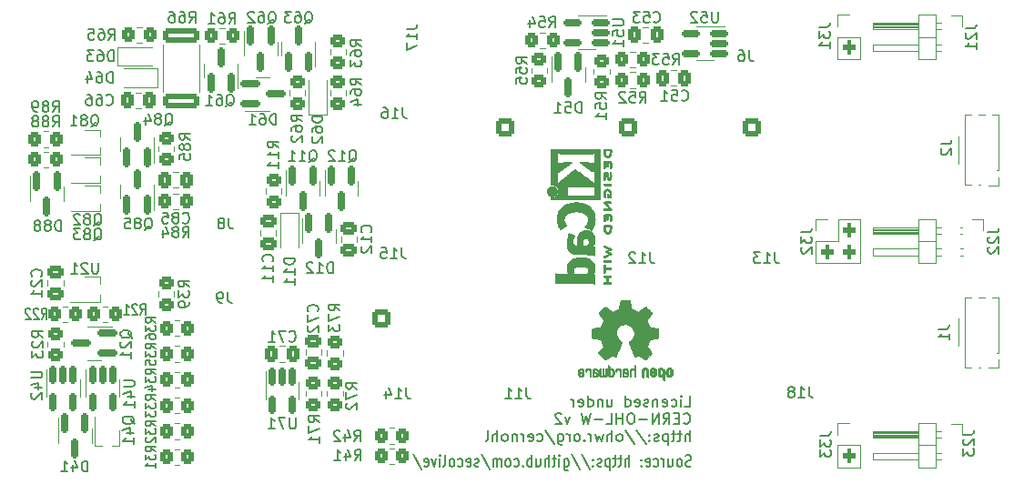
<source format=gbr>
G04 #@! TF.GenerationSoftware,KiCad,Pcbnew,(6.0.10-0)*
G04 #@! TF.CreationDate,2022-12-21T23:03:14+01:00*
G04 #@! TF.ProjectId,ATMEL-ICE-Octopus,41544d45-4c2d-4494-9345-2d4f63746f70,B5*
G04 #@! TF.SameCoordinates,Original*
G04 #@! TF.FileFunction,Legend,Bot*
G04 #@! TF.FilePolarity,Positive*
%FSLAX46Y46*%
G04 Gerber Fmt 4.6, Leading zero omitted, Abs format (unit mm)*
G04 Created by KiCad (PCBNEW (6.0.10-0)) date 2022-12-21 23:03:14*
%MOMM*%
%LPD*%
G01*
G04 APERTURE LIST*
G04 Aperture macros list*
%AMRoundRect*
0 Rectangle with rounded corners*
0 $1 Rounding radius*
0 $2 $3 $4 $5 $6 $7 $8 $9 X,Y pos of 4 corners*
0 Add a 4 corners polygon primitive as box body*
4,1,4,$2,$3,$4,$5,$6,$7,$8,$9,$2,$3,0*
0 Add four circle primitives for the rounded corners*
1,1,$1+$1,$2,$3*
1,1,$1+$1,$4,$5*
1,1,$1+$1,$6,$7*
1,1,$1+$1,$8,$9*
0 Add four rect primitives between the rounded corners*
20,1,$1+$1,$2,$3,$4,$5,0*
20,1,$1+$1,$4,$5,$6,$7,0*
20,1,$1+$1,$6,$7,$8,$9,0*
20,1,$1+$1,$8,$9,$2,$3,0*%
%AMOutline5P*
0 Free polygon, 5 corners , with rotation*
0 The origin of the aperture is its center*
0 number of corners: always 5*
0 $1 to $10 corner X, Y*
0 $11 Rotation angle, in degrees counterclockwise*
0 create outline with 5 corners*
4,1,5,$1,$2,$3,$4,$5,$6,$7,$8,$9,$10,$1,$2,$11*%
%AMOutline6P*
0 Free polygon, 6 corners , with rotation*
0 The origin of the aperture is its center*
0 number of corners: always 6*
0 $1 to $12 corner X, Y*
0 $13 Rotation angle, in degrees counterclockwise*
0 create outline with 6 corners*
4,1,6,$1,$2,$3,$4,$5,$6,$7,$8,$9,$10,$11,$12,$1,$2,$13*%
%AMOutline7P*
0 Free polygon, 7 corners , with rotation*
0 The origin of the aperture is its center*
0 number of corners: always 7*
0 $1 to $14 corner X, Y*
0 $15 Rotation angle, in degrees counterclockwise*
0 create outline with 7 corners*
4,1,7,$1,$2,$3,$4,$5,$6,$7,$8,$9,$10,$11,$12,$13,$14,$1,$2,$15*%
%AMOutline8P*
0 Free polygon, 8 corners , with rotation*
0 The origin of the aperture is its center*
0 number of corners: always 8*
0 $1 to $16 corner X, Y*
0 $17 Rotation angle, in degrees counterclockwise*
0 create outline with 8 corners*
4,1,8,$1,$2,$3,$4,$5,$6,$7,$8,$9,$10,$11,$12,$13,$14,$15,$16,$1,$2,$17*%
G04 Aperture macros list end*
%ADD10C,0.150000*%
%ADD11C,0.120000*%
%ADD12C,0.010000*%
%ADD13C,0.500000*%
%ADD14C,2.500000*%
%ADD15C,1.700000*%
%ADD16O,1.700000X1.700000*%
%ADD17RoundRect,0.250000X-0.600000X-0.600000X0.600000X-0.600000X0.600000X0.600000X-0.600000X0.600000X0*%
%ADD18R,1.700000X1.700000*%
%ADD19RoundRect,0.250000X0.475000X-0.337500X0.475000X0.337500X-0.475000X0.337500X-0.475000X-0.337500X0*%
%ADD20Outline8P,-0.600000X0.460000X-0.360000X0.700000X0.360000X0.700000X0.600000X0.460000X0.600000X-0.460000X0.360000X-0.700000X-0.360000X-0.700000X-0.600000X-0.460000X180.000000*%
%ADD21RoundRect,0.420000X0.180000X0.280000X-0.180000X0.280000X-0.180000X-0.280000X0.180000X-0.280000X0*%
%ADD22RoundRect,0.250000X-0.450000X0.350000X-0.450000X-0.350000X0.450000X-0.350000X0.450000X0.350000X0*%
%ADD23R,1.000000X1.000000*%
%ADD24O,1.000000X1.000000*%
%ADD25RoundRect,0.250000X0.450000X-0.350000X0.450000X0.350000X-0.450000X0.350000X-0.450000X-0.350000X0*%
%ADD26RoundRect,0.250000X0.350000X0.450000X-0.350000X0.450000X-0.350000X-0.450000X0.350000X-0.450000X0*%
%ADD27RoundRect,0.250000X-0.337500X-0.475000X0.337500X-0.475000X0.337500X0.475000X-0.337500X0.475000X0*%
%ADD28RoundRect,0.150000X-0.150000X0.775000X-0.150000X-0.775000X0.150000X-0.775000X0.150000X0.775000X0*%
%ADD29R,1.500000X0.450000*%
%ADD30RoundRect,0.150000X0.775000X0.150000X-0.775000X0.150000X-0.775000X-0.150000X0.775000X-0.150000X0*%
%ADD31RoundRect,0.150000X0.150000X-0.775000X0.150000X0.775000X-0.150000X0.775000X-0.150000X-0.775000X0*%
%ADD32R,1.350000X1.350000*%
%ADD33O,1.350000X1.350000*%
%ADD34R,0.450000X1.500000*%
%ADD35RoundRect,0.150000X-0.150000X0.675000X-0.150000X-0.675000X0.150000X-0.675000X0.150000X0.675000X0*%
%ADD36RoundRect,0.150000X0.675000X0.150000X-0.675000X0.150000X-0.675000X-0.150000X0.675000X-0.150000X0*%
%ADD37RoundRect,0.249999X-1.425001X0.450001X-1.425001X-0.450001X1.425001X-0.450001X1.425001X0.450001X0*%
%ADD38RoundRect,0.250000X0.337500X0.475000X-0.337500X0.475000X-0.337500X-0.475000X0.337500X-0.475000X0*%
%ADD39RoundRect,0.150000X-0.775000X-0.150000X0.775000X-0.150000X0.775000X0.150000X-0.775000X0.150000X0*%
%ADD40RoundRect,0.250000X-0.350000X-0.450000X0.350000X-0.450000X0.350000X0.450000X-0.350000X0.450000X0*%
G04 APERTURE END LIST*
D10*
X162331071Y-120945238D02*
X162202500Y-120997619D01*
X161988214Y-120997619D01*
X161902500Y-120945238D01*
X161859642Y-120892857D01*
X161816785Y-120788095D01*
X161816785Y-120683333D01*
X161859642Y-120578571D01*
X161902500Y-120526190D01*
X161988214Y-120473809D01*
X162159642Y-120421428D01*
X162245357Y-120369047D01*
X162288214Y-120316666D01*
X162331071Y-120211904D01*
X162331071Y-120107142D01*
X162288214Y-120002380D01*
X162245357Y-119950000D01*
X162159642Y-119897619D01*
X161945357Y-119897619D01*
X161816785Y-119950000D01*
X161302500Y-120997619D02*
X161388214Y-120945238D01*
X161431071Y-120892857D01*
X161473928Y-120788095D01*
X161473928Y-120473809D01*
X161431071Y-120369047D01*
X161388214Y-120316666D01*
X161302500Y-120264285D01*
X161173928Y-120264285D01*
X161088214Y-120316666D01*
X161045357Y-120369047D01*
X161002500Y-120473809D01*
X161002500Y-120788095D01*
X161045357Y-120892857D01*
X161088214Y-120945238D01*
X161173928Y-120997619D01*
X161302500Y-120997619D01*
X160231071Y-120264285D02*
X160231071Y-120997619D01*
X160616785Y-120264285D02*
X160616785Y-120840476D01*
X160573928Y-120945238D01*
X160488214Y-120997619D01*
X160359642Y-120997619D01*
X160273928Y-120945238D01*
X160231071Y-120892857D01*
X159802500Y-120997619D02*
X159802500Y-120264285D01*
X159802500Y-120473809D02*
X159759642Y-120369047D01*
X159716785Y-120316666D01*
X159631071Y-120264285D01*
X159545357Y-120264285D01*
X158859642Y-120945238D02*
X158945357Y-120997619D01*
X159116785Y-120997619D01*
X159202500Y-120945238D01*
X159245357Y-120892857D01*
X159288214Y-120788095D01*
X159288214Y-120473809D01*
X159245357Y-120369047D01*
X159202500Y-120316666D01*
X159116785Y-120264285D01*
X158945357Y-120264285D01*
X158859642Y-120316666D01*
X158131071Y-120945238D02*
X158216785Y-120997619D01*
X158388214Y-120997619D01*
X158473928Y-120945238D01*
X158516785Y-120840476D01*
X158516785Y-120421428D01*
X158473928Y-120316666D01*
X158388214Y-120264285D01*
X158216785Y-120264285D01*
X158131071Y-120316666D01*
X158088214Y-120421428D01*
X158088214Y-120526190D01*
X158516785Y-120630952D01*
X157702500Y-120892857D02*
X157659642Y-120945238D01*
X157702500Y-120997619D01*
X157745357Y-120945238D01*
X157702500Y-120892857D01*
X157702500Y-120997619D01*
X157702500Y-120316666D02*
X157659642Y-120369047D01*
X157702500Y-120421428D01*
X157745357Y-120369047D01*
X157702500Y-120316666D01*
X157702500Y-120421428D01*
X156588214Y-120997619D02*
X156588214Y-119897619D01*
X156202500Y-120997619D02*
X156202500Y-120421428D01*
X156245357Y-120316666D01*
X156331071Y-120264285D01*
X156459642Y-120264285D01*
X156545357Y-120316666D01*
X156588214Y-120369047D01*
X155902500Y-120264285D02*
X155559642Y-120264285D01*
X155773928Y-119897619D02*
X155773928Y-120840476D01*
X155731071Y-120945238D01*
X155645357Y-120997619D01*
X155559642Y-120997619D01*
X155388214Y-120264285D02*
X155045357Y-120264285D01*
X155259642Y-119897619D02*
X155259642Y-120840476D01*
X155216785Y-120945238D01*
X155131071Y-120997619D01*
X155045357Y-120997619D01*
X154745357Y-120264285D02*
X154745357Y-121364285D01*
X154745357Y-120316666D02*
X154659642Y-120264285D01*
X154488214Y-120264285D01*
X154402500Y-120316666D01*
X154359642Y-120369047D01*
X154316785Y-120473809D01*
X154316785Y-120788095D01*
X154359642Y-120892857D01*
X154402500Y-120945238D01*
X154488214Y-120997619D01*
X154659642Y-120997619D01*
X154745357Y-120945238D01*
X153973928Y-120945238D02*
X153888214Y-120997619D01*
X153716785Y-120997619D01*
X153631071Y-120945238D01*
X153588214Y-120840476D01*
X153588214Y-120788095D01*
X153631071Y-120683333D01*
X153716785Y-120630952D01*
X153845357Y-120630952D01*
X153931071Y-120578571D01*
X153973928Y-120473809D01*
X153973928Y-120421428D01*
X153931071Y-120316666D01*
X153845357Y-120264285D01*
X153716785Y-120264285D01*
X153631071Y-120316666D01*
X153202500Y-120892857D02*
X153159642Y-120945238D01*
X153202500Y-120997619D01*
X153245357Y-120945238D01*
X153202500Y-120892857D01*
X153202500Y-120997619D01*
X153202500Y-120316666D02*
X153159642Y-120369047D01*
X153202500Y-120421428D01*
X153245357Y-120369047D01*
X153202500Y-120316666D01*
X153202500Y-120421428D01*
X152131071Y-119845238D02*
X152902500Y-121259523D01*
X151188214Y-119845238D02*
X151959642Y-121259523D01*
X150502500Y-120264285D02*
X150502500Y-121154761D01*
X150545357Y-121259523D01*
X150588214Y-121311904D01*
X150673928Y-121364285D01*
X150802500Y-121364285D01*
X150888214Y-121311904D01*
X150502500Y-120945238D02*
X150588214Y-120997619D01*
X150759642Y-120997619D01*
X150845357Y-120945238D01*
X150888214Y-120892857D01*
X150931071Y-120788095D01*
X150931071Y-120473809D01*
X150888214Y-120369047D01*
X150845357Y-120316666D01*
X150759642Y-120264285D01*
X150588214Y-120264285D01*
X150502500Y-120316666D01*
X150073928Y-120997619D02*
X150073928Y-120264285D01*
X150073928Y-119897619D02*
X150116785Y-119950000D01*
X150073928Y-120002380D01*
X150031071Y-119950000D01*
X150073928Y-119897619D01*
X150073928Y-120002380D01*
X149773928Y-120264285D02*
X149431071Y-120264285D01*
X149645357Y-119897619D02*
X149645357Y-120840476D01*
X149602500Y-120945238D01*
X149516785Y-120997619D01*
X149431071Y-120997619D01*
X149131071Y-120997619D02*
X149131071Y-119897619D01*
X148745357Y-120997619D02*
X148745357Y-120421428D01*
X148788214Y-120316666D01*
X148873928Y-120264285D01*
X149002500Y-120264285D01*
X149088214Y-120316666D01*
X149131071Y-120369047D01*
X147931071Y-120264285D02*
X147931071Y-120997619D01*
X148316785Y-120264285D02*
X148316785Y-120840476D01*
X148273928Y-120945238D01*
X148188214Y-120997619D01*
X148059642Y-120997619D01*
X147973928Y-120945238D01*
X147931071Y-120892857D01*
X147502500Y-120997619D02*
X147502500Y-119897619D01*
X147502500Y-120316666D02*
X147416785Y-120264285D01*
X147245357Y-120264285D01*
X147159642Y-120316666D01*
X147116785Y-120369047D01*
X147073928Y-120473809D01*
X147073928Y-120788095D01*
X147116785Y-120892857D01*
X147159642Y-120945238D01*
X147245357Y-120997619D01*
X147416785Y-120997619D01*
X147502500Y-120945238D01*
X146688214Y-120892857D02*
X146645357Y-120945238D01*
X146688214Y-120997619D01*
X146731071Y-120945238D01*
X146688214Y-120892857D01*
X146688214Y-120997619D01*
X145873928Y-120945238D02*
X145959642Y-120997619D01*
X146131071Y-120997619D01*
X146216785Y-120945238D01*
X146259642Y-120892857D01*
X146302500Y-120788095D01*
X146302500Y-120473809D01*
X146259642Y-120369047D01*
X146216785Y-120316666D01*
X146131071Y-120264285D01*
X145959642Y-120264285D01*
X145873928Y-120316666D01*
X145359642Y-120997619D02*
X145445357Y-120945238D01*
X145488214Y-120892857D01*
X145531071Y-120788095D01*
X145531071Y-120473809D01*
X145488214Y-120369047D01*
X145445357Y-120316666D01*
X145359642Y-120264285D01*
X145231071Y-120264285D01*
X145145357Y-120316666D01*
X145102500Y-120369047D01*
X145059642Y-120473809D01*
X145059642Y-120788095D01*
X145102500Y-120892857D01*
X145145357Y-120945238D01*
X145231071Y-120997619D01*
X145359642Y-120997619D01*
X144673928Y-120997619D02*
X144673928Y-120264285D01*
X144673928Y-120369047D02*
X144631071Y-120316666D01*
X144545357Y-120264285D01*
X144416785Y-120264285D01*
X144331071Y-120316666D01*
X144288214Y-120421428D01*
X144288214Y-120997619D01*
X144288214Y-120421428D02*
X144245357Y-120316666D01*
X144159642Y-120264285D01*
X144031071Y-120264285D01*
X143945357Y-120316666D01*
X143902500Y-120421428D01*
X143902500Y-120997619D01*
X142831071Y-119845238D02*
X143602500Y-121259523D01*
X142573928Y-120945238D02*
X142488214Y-120997619D01*
X142316785Y-120997619D01*
X142231071Y-120945238D01*
X142188214Y-120840476D01*
X142188214Y-120788095D01*
X142231071Y-120683333D01*
X142316785Y-120630952D01*
X142445357Y-120630952D01*
X142531071Y-120578571D01*
X142573928Y-120473809D01*
X142573928Y-120421428D01*
X142531071Y-120316666D01*
X142445357Y-120264285D01*
X142316785Y-120264285D01*
X142231071Y-120316666D01*
X141459642Y-120945238D02*
X141545357Y-120997619D01*
X141716785Y-120997619D01*
X141802500Y-120945238D01*
X141845357Y-120840476D01*
X141845357Y-120421428D01*
X141802500Y-120316666D01*
X141716785Y-120264285D01*
X141545357Y-120264285D01*
X141459642Y-120316666D01*
X141416785Y-120421428D01*
X141416785Y-120526190D01*
X141845357Y-120630952D01*
X140645357Y-120945238D02*
X140731071Y-120997619D01*
X140902500Y-120997619D01*
X140988214Y-120945238D01*
X141031071Y-120892857D01*
X141073928Y-120788095D01*
X141073928Y-120473809D01*
X141031071Y-120369047D01*
X140988214Y-120316666D01*
X140902500Y-120264285D01*
X140731071Y-120264285D01*
X140645357Y-120316666D01*
X140131071Y-120997619D02*
X140216785Y-120945238D01*
X140259642Y-120892857D01*
X140302500Y-120788095D01*
X140302500Y-120473809D01*
X140259642Y-120369047D01*
X140216785Y-120316666D01*
X140131071Y-120264285D01*
X140002500Y-120264285D01*
X139916785Y-120316666D01*
X139873928Y-120369047D01*
X139831071Y-120473809D01*
X139831071Y-120788095D01*
X139873928Y-120892857D01*
X139916785Y-120945238D01*
X140002500Y-120997619D01*
X140131071Y-120997619D01*
X139316785Y-120997619D02*
X139402500Y-120945238D01*
X139445357Y-120840476D01*
X139445357Y-119897619D01*
X138973928Y-120997619D02*
X138973928Y-120264285D01*
X138973928Y-119897619D02*
X139016785Y-119950000D01*
X138973928Y-120002380D01*
X138931071Y-119950000D01*
X138973928Y-119897619D01*
X138973928Y-120002380D01*
X138631071Y-120264285D02*
X138416785Y-120997619D01*
X138202500Y-120264285D01*
X137516785Y-120945238D02*
X137602500Y-120997619D01*
X137773928Y-120997619D01*
X137859642Y-120945238D01*
X137902500Y-120840476D01*
X137902500Y-120421428D01*
X137859642Y-120316666D01*
X137773928Y-120264285D01*
X137602500Y-120264285D01*
X137516785Y-120316666D01*
X137473928Y-120421428D01*
X137473928Y-120526190D01*
X137902500Y-120630952D01*
X136445357Y-119845238D02*
X137216785Y-121259523D01*
X161738214Y-115392380D02*
X162214404Y-115392380D01*
X162214404Y-114392380D01*
X161404880Y-115392380D02*
X161404880Y-114725714D01*
X161404880Y-114392380D02*
X161452500Y-114440000D01*
X161404880Y-114487619D01*
X161357261Y-114440000D01*
X161404880Y-114392380D01*
X161404880Y-114487619D01*
X160500119Y-115344761D02*
X160595357Y-115392380D01*
X160785833Y-115392380D01*
X160881071Y-115344761D01*
X160928690Y-115297142D01*
X160976309Y-115201904D01*
X160976309Y-114916190D01*
X160928690Y-114820952D01*
X160881071Y-114773333D01*
X160785833Y-114725714D01*
X160595357Y-114725714D01*
X160500119Y-114773333D01*
X159690595Y-115344761D02*
X159785833Y-115392380D01*
X159976309Y-115392380D01*
X160071547Y-115344761D01*
X160119166Y-115249523D01*
X160119166Y-114868571D01*
X160071547Y-114773333D01*
X159976309Y-114725714D01*
X159785833Y-114725714D01*
X159690595Y-114773333D01*
X159642976Y-114868571D01*
X159642976Y-114963809D01*
X160119166Y-115059047D01*
X159214404Y-114725714D02*
X159214404Y-115392380D01*
X159214404Y-114820952D02*
X159166785Y-114773333D01*
X159071547Y-114725714D01*
X158928690Y-114725714D01*
X158833452Y-114773333D01*
X158785833Y-114868571D01*
X158785833Y-115392380D01*
X158357261Y-115344761D02*
X158262023Y-115392380D01*
X158071547Y-115392380D01*
X157976309Y-115344761D01*
X157928690Y-115249523D01*
X157928690Y-115201904D01*
X157976309Y-115106666D01*
X158071547Y-115059047D01*
X158214404Y-115059047D01*
X158309642Y-115011428D01*
X158357261Y-114916190D01*
X158357261Y-114868571D01*
X158309642Y-114773333D01*
X158214404Y-114725714D01*
X158071547Y-114725714D01*
X157976309Y-114773333D01*
X157119166Y-115344761D02*
X157214404Y-115392380D01*
X157404880Y-115392380D01*
X157500119Y-115344761D01*
X157547738Y-115249523D01*
X157547738Y-114868571D01*
X157500119Y-114773333D01*
X157404880Y-114725714D01*
X157214404Y-114725714D01*
X157119166Y-114773333D01*
X157071547Y-114868571D01*
X157071547Y-114963809D01*
X157547738Y-115059047D01*
X156214404Y-115392380D02*
X156214404Y-114392380D01*
X156214404Y-115344761D02*
X156309642Y-115392380D01*
X156500119Y-115392380D01*
X156595357Y-115344761D01*
X156642976Y-115297142D01*
X156690595Y-115201904D01*
X156690595Y-114916190D01*
X156642976Y-114820952D01*
X156595357Y-114773333D01*
X156500119Y-114725714D01*
X156309642Y-114725714D01*
X156214404Y-114773333D01*
X154547738Y-114725714D02*
X154547738Y-115392380D01*
X154976309Y-114725714D02*
X154976309Y-115249523D01*
X154928690Y-115344761D01*
X154833452Y-115392380D01*
X154690595Y-115392380D01*
X154595357Y-115344761D01*
X154547738Y-115297142D01*
X154071547Y-114725714D02*
X154071547Y-115392380D01*
X154071547Y-114820952D02*
X154023928Y-114773333D01*
X153928690Y-114725714D01*
X153785833Y-114725714D01*
X153690595Y-114773333D01*
X153642976Y-114868571D01*
X153642976Y-115392380D01*
X152738214Y-115392380D02*
X152738214Y-114392380D01*
X152738214Y-115344761D02*
X152833452Y-115392380D01*
X153023928Y-115392380D01*
X153119166Y-115344761D01*
X153166785Y-115297142D01*
X153214404Y-115201904D01*
X153214404Y-114916190D01*
X153166785Y-114820952D01*
X153119166Y-114773333D01*
X153023928Y-114725714D01*
X152833452Y-114725714D01*
X152738214Y-114773333D01*
X151881071Y-115344761D02*
X151976309Y-115392380D01*
X152166785Y-115392380D01*
X152262023Y-115344761D01*
X152309642Y-115249523D01*
X152309642Y-114868571D01*
X152262023Y-114773333D01*
X152166785Y-114725714D01*
X151976309Y-114725714D01*
X151881071Y-114773333D01*
X151833452Y-114868571D01*
X151833452Y-114963809D01*
X152309642Y-115059047D01*
X151404880Y-115392380D02*
X151404880Y-114725714D01*
X151404880Y-114916190D02*
X151357261Y-114820952D01*
X151309642Y-114773333D01*
X151214404Y-114725714D01*
X151119166Y-114725714D01*
X161642976Y-116907142D02*
X161690595Y-116954761D01*
X161833452Y-117002380D01*
X161928690Y-117002380D01*
X162071547Y-116954761D01*
X162166785Y-116859523D01*
X162214404Y-116764285D01*
X162262023Y-116573809D01*
X162262023Y-116430952D01*
X162214404Y-116240476D01*
X162166785Y-116145238D01*
X162071547Y-116050000D01*
X161928690Y-116002380D01*
X161833452Y-116002380D01*
X161690595Y-116050000D01*
X161642976Y-116097619D01*
X161214404Y-116478571D02*
X160881071Y-116478571D01*
X160738214Y-117002380D02*
X161214404Y-117002380D01*
X161214404Y-116002380D01*
X160738214Y-116002380D01*
X159738214Y-117002380D02*
X160071547Y-116526190D01*
X160309642Y-117002380D02*
X160309642Y-116002380D01*
X159928690Y-116002380D01*
X159833452Y-116050000D01*
X159785833Y-116097619D01*
X159738214Y-116192857D01*
X159738214Y-116335714D01*
X159785833Y-116430952D01*
X159833452Y-116478571D01*
X159928690Y-116526190D01*
X160309642Y-116526190D01*
X159309642Y-117002380D02*
X159309642Y-116002380D01*
X158738214Y-117002380D01*
X158738214Y-116002380D01*
X158262023Y-116621428D02*
X157500119Y-116621428D01*
X156833452Y-116002380D02*
X156642976Y-116002380D01*
X156547738Y-116050000D01*
X156452500Y-116145238D01*
X156404880Y-116335714D01*
X156404880Y-116669047D01*
X156452500Y-116859523D01*
X156547738Y-116954761D01*
X156642976Y-117002380D01*
X156833452Y-117002380D01*
X156928690Y-116954761D01*
X157023928Y-116859523D01*
X157071547Y-116669047D01*
X157071547Y-116335714D01*
X157023928Y-116145238D01*
X156928690Y-116050000D01*
X156833452Y-116002380D01*
X155976309Y-117002380D02*
X155976309Y-116002380D01*
X155976309Y-116478571D02*
X155404880Y-116478571D01*
X155404880Y-117002380D02*
X155404880Y-116002380D01*
X154452500Y-117002380D02*
X154928690Y-117002380D01*
X154928690Y-116002380D01*
X154119166Y-116621428D02*
X153357261Y-116621428D01*
X152976309Y-116002380D02*
X152738214Y-117002380D01*
X152547738Y-116288095D01*
X152357261Y-117002380D01*
X152119166Y-116002380D01*
X151071547Y-116335714D02*
X150833452Y-117002380D01*
X150595357Y-116335714D01*
X150262023Y-116097619D02*
X150214404Y-116050000D01*
X150119166Y-116002380D01*
X149881071Y-116002380D01*
X149785833Y-116050000D01*
X149738214Y-116097619D01*
X149690595Y-116192857D01*
X149690595Y-116288095D01*
X149738214Y-116430952D01*
X150309642Y-117002380D01*
X149690595Y-117002380D01*
X162214404Y-118612380D02*
X162214404Y-117612380D01*
X161785833Y-118612380D02*
X161785833Y-118088571D01*
X161833452Y-117993333D01*
X161928690Y-117945714D01*
X162071547Y-117945714D01*
X162166785Y-117993333D01*
X162214404Y-118040952D01*
X161452500Y-117945714D02*
X161071547Y-117945714D01*
X161309642Y-117612380D02*
X161309642Y-118469523D01*
X161262023Y-118564761D01*
X161166785Y-118612380D01*
X161071547Y-118612380D01*
X160881071Y-117945714D02*
X160500119Y-117945714D01*
X160738214Y-117612380D02*
X160738214Y-118469523D01*
X160690595Y-118564761D01*
X160595357Y-118612380D01*
X160500119Y-118612380D01*
X160166785Y-117945714D02*
X160166785Y-118945714D01*
X160166785Y-117993333D02*
X160071547Y-117945714D01*
X159881071Y-117945714D01*
X159785833Y-117993333D01*
X159738214Y-118040952D01*
X159690595Y-118136190D01*
X159690595Y-118421904D01*
X159738214Y-118517142D01*
X159785833Y-118564761D01*
X159881071Y-118612380D01*
X160071547Y-118612380D01*
X160166785Y-118564761D01*
X159309642Y-118564761D02*
X159214404Y-118612380D01*
X159023928Y-118612380D01*
X158928690Y-118564761D01*
X158881071Y-118469523D01*
X158881071Y-118421904D01*
X158928690Y-118326666D01*
X159023928Y-118279047D01*
X159166785Y-118279047D01*
X159262023Y-118231428D01*
X159309642Y-118136190D01*
X159309642Y-118088571D01*
X159262023Y-117993333D01*
X159166785Y-117945714D01*
X159023928Y-117945714D01*
X158928690Y-117993333D01*
X158452500Y-118517142D02*
X158404880Y-118564761D01*
X158452500Y-118612380D01*
X158500119Y-118564761D01*
X158452500Y-118517142D01*
X158452500Y-118612380D01*
X158452500Y-117993333D02*
X158404880Y-118040952D01*
X158452500Y-118088571D01*
X158500119Y-118040952D01*
X158452500Y-117993333D01*
X158452500Y-118088571D01*
X157262023Y-117564761D02*
X158119166Y-118850476D01*
X156214404Y-117564761D02*
X157071547Y-118850476D01*
X155738214Y-118612380D02*
X155833452Y-118564761D01*
X155881071Y-118517142D01*
X155928690Y-118421904D01*
X155928690Y-118136190D01*
X155881071Y-118040952D01*
X155833452Y-117993333D01*
X155738214Y-117945714D01*
X155595357Y-117945714D01*
X155500119Y-117993333D01*
X155452500Y-118040952D01*
X155404880Y-118136190D01*
X155404880Y-118421904D01*
X155452500Y-118517142D01*
X155500119Y-118564761D01*
X155595357Y-118612380D01*
X155738214Y-118612380D01*
X154976309Y-118612380D02*
X154976309Y-117612380D01*
X154547738Y-118612380D02*
X154547738Y-118088571D01*
X154595357Y-117993333D01*
X154690595Y-117945714D01*
X154833452Y-117945714D01*
X154928690Y-117993333D01*
X154976309Y-118040952D01*
X154166785Y-117945714D02*
X153976309Y-118612380D01*
X153785833Y-118136190D01*
X153595357Y-118612380D01*
X153404880Y-117945714D01*
X153023928Y-118612380D02*
X153023928Y-117945714D01*
X153023928Y-118136190D02*
X152976309Y-118040952D01*
X152928690Y-117993333D01*
X152833452Y-117945714D01*
X152738214Y-117945714D01*
X152404880Y-118517142D02*
X152357261Y-118564761D01*
X152404880Y-118612380D01*
X152452500Y-118564761D01*
X152404880Y-118517142D01*
X152404880Y-118612380D01*
X151785833Y-118612380D02*
X151881071Y-118564761D01*
X151928690Y-118517142D01*
X151976309Y-118421904D01*
X151976309Y-118136190D01*
X151928690Y-118040952D01*
X151881071Y-117993333D01*
X151785833Y-117945714D01*
X151642976Y-117945714D01*
X151547738Y-117993333D01*
X151500119Y-118040952D01*
X151452500Y-118136190D01*
X151452500Y-118421904D01*
X151500119Y-118517142D01*
X151547738Y-118564761D01*
X151642976Y-118612380D01*
X151785833Y-118612380D01*
X151023928Y-118612380D02*
X151023928Y-117945714D01*
X151023928Y-118136190D02*
X150976309Y-118040952D01*
X150928690Y-117993333D01*
X150833452Y-117945714D01*
X150738214Y-117945714D01*
X149976309Y-117945714D02*
X149976309Y-118755238D01*
X150023928Y-118850476D01*
X150071547Y-118898095D01*
X150166785Y-118945714D01*
X150309642Y-118945714D01*
X150404880Y-118898095D01*
X149976309Y-118564761D02*
X150071547Y-118612380D01*
X150262023Y-118612380D01*
X150357261Y-118564761D01*
X150404880Y-118517142D01*
X150452500Y-118421904D01*
X150452500Y-118136190D01*
X150404880Y-118040952D01*
X150357261Y-117993333D01*
X150262023Y-117945714D01*
X150071547Y-117945714D01*
X149976309Y-117993333D01*
X148785833Y-117564761D02*
X149642976Y-118850476D01*
X148023928Y-118564761D02*
X148119166Y-118612380D01*
X148309642Y-118612380D01*
X148404880Y-118564761D01*
X148452500Y-118517142D01*
X148500119Y-118421904D01*
X148500119Y-118136190D01*
X148452500Y-118040952D01*
X148404880Y-117993333D01*
X148309642Y-117945714D01*
X148119166Y-117945714D01*
X148023928Y-117993333D01*
X147214404Y-118564761D02*
X147309642Y-118612380D01*
X147500119Y-118612380D01*
X147595357Y-118564761D01*
X147642976Y-118469523D01*
X147642976Y-118088571D01*
X147595357Y-117993333D01*
X147500119Y-117945714D01*
X147309642Y-117945714D01*
X147214404Y-117993333D01*
X147166785Y-118088571D01*
X147166785Y-118183809D01*
X147642976Y-118279047D01*
X146738214Y-118612380D02*
X146738214Y-117945714D01*
X146738214Y-118136190D02*
X146690595Y-118040952D01*
X146642976Y-117993333D01*
X146547738Y-117945714D01*
X146452500Y-117945714D01*
X146119166Y-117945714D02*
X146119166Y-118612380D01*
X146119166Y-118040952D02*
X146071547Y-117993333D01*
X145976309Y-117945714D01*
X145833452Y-117945714D01*
X145738214Y-117993333D01*
X145690595Y-118088571D01*
X145690595Y-118612380D01*
X145071547Y-118612380D02*
X145166785Y-118564761D01*
X145214404Y-118517142D01*
X145262023Y-118421904D01*
X145262023Y-118136190D01*
X145214404Y-118040952D01*
X145166785Y-117993333D01*
X145071547Y-117945714D01*
X144928690Y-117945714D01*
X144833452Y-117993333D01*
X144785833Y-118040952D01*
X144738214Y-118136190D01*
X144738214Y-118421904D01*
X144785833Y-118517142D01*
X144833452Y-118564761D01*
X144928690Y-118612380D01*
X145071547Y-118612380D01*
X144309642Y-118612380D02*
X144309642Y-117612380D01*
X143881071Y-118612380D02*
X143881071Y-118088571D01*
X143928690Y-117993333D01*
X144023928Y-117945714D01*
X144166785Y-117945714D01*
X144262023Y-117993333D01*
X144309642Y-118040952D01*
X143262023Y-118612380D02*
X143357261Y-118564761D01*
X143404880Y-118469523D01*
X143404880Y-117612380D01*
G04 #@! TO.C,J9*
X119233333Y-104752380D02*
X119233333Y-105466666D01*
X119280952Y-105609523D01*
X119376190Y-105704761D01*
X119519047Y-105752380D01*
X119614285Y-105752380D01*
X118709523Y-105752380D02*
X118519047Y-105752380D01*
X118423809Y-105704761D01*
X118376190Y-105657142D01*
X118280952Y-105514285D01*
X118233333Y-105323809D01*
X118233333Y-104942857D01*
X118280952Y-104847619D01*
X118328571Y-104800000D01*
X118423809Y-104752380D01*
X118614285Y-104752380D01*
X118709523Y-104800000D01*
X118757142Y-104847619D01*
X118804761Y-104942857D01*
X118804761Y-105180952D01*
X118757142Y-105276190D01*
X118709523Y-105323809D01*
X118614285Y-105371428D01*
X118423809Y-105371428D01*
X118328571Y-105323809D01*
X118280952Y-105276190D01*
X118233333Y-105180952D01*
G04 #@! TO.C,J12*
X158509523Y-101052380D02*
X158509523Y-101766666D01*
X158557142Y-101909523D01*
X158652380Y-102004761D01*
X158795238Y-102052380D01*
X158890476Y-102052380D01*
X157509523Y-102052380D02*
X158080952Y-102052380D01*
X157795238Y-102052380D02*
X157795238Y-101052380D01*
X157890476Y-101195238D01*
X157985714Y-101290476D01*
X158080952Y-101338095D01*
X157128571Y-101147619D02*
X157080952Y-101100000D01*
X156985714Y-101052380D01*
X156747619Y-101052380D01*
X156652380Y-101100000D01*
X156604761Y-101147619D01*
X156557142Y-101242857D01*
X156557142Y-101338095D01*
X156604761Y-101480952D01*
X157176190Y-102052380D01*
X156557142Y-102052380D01*
G04 #@! TO.C,J6*
X167733333Y-82252380D02*
X167733333Y-82966666D01*
X167780952Y-83109523D01*
X167876190Y-83204761D01*
X168019047Y-83252380D01*
X168114285Y-83252380D01*
X166828571Y-82252380D02*
X167019047Y-82252380D01*
X167114285Y-82300000D01*
X167161904Y-82347619D01*
X167257142Y-82490476D01*
X167304761Y-82680952D01*
X167304761Y-83061904D01*
X167257142Y-83157142D01*
X167209523Y-83204761D01*
X167114285Y-83252380D01*
X166923809Y-83252380D01*
X166828571Y-83204761D01*
X166780952Y-83157142D01*
X166733333Y-83061904D01*
X166733333Y-82823809D01*
X166780952Y-82728571D01*
X166828571Y-82680952D01*
X166923809Y-82633333D01*
X167114285Y-82633333D01*
X167209523Y-82680952D01*
X167257142Y-82728571D01*
X167304761Y-82823809D01*
G04 #@! TO.C,J18*
X173309523Y-113552380D02*
X173309523Y-114266666D01*
X173357142Y-114409523D01*
X173452380Y-114504761D01*
X173595238Y-114552380D01*
X173690476Y-114552380D01*
X172309523Y-114552380D02*
X172880952Y-114552380D01*
X172595238Y-114552380D02*
X172595238Y-113552380D01*
X172690476Y-113695238D01*
X172785714Y-113790476D01*
X172880952Y-113838095D01*
X171738095Y-113980952D02*
X171833333Y-113933333D01*
X171880952Y-113885714D01*
X171928571Y-113790476D01*
X171928571Y-113742857D01*
X171880952Y-113647619D01*
X171833333Y-113600000D01*
X171738095Y-113552380D01*
X171547619Y-113552380D01*
X171452380Y-113600000D01*
X171404761Y-113647619D01*
X171357142Y-113742857D01*
X171357142Y-113790476D01*
X171404761Y-113885714D01*
X171452380Y-113933333D01*
X171547619Y-113980952D01*
X171738095Y-113980952D01*
X171833333Y-114028571D01*
X171880952Y-114076190D01*
X171928571Y-114171428D01*
X171928571Y-114361904D01*
X171880952Y-114457142D01*
X171833333Y-114504761D01*
X171738095Y-114552380D01*
X171547619Y-114552380D01*
X171452380Y-114504761D01*
X171404761Y-114457142D01*
X171357142Y-114361904D01*
X171357142Y-114171428D01*
X171404761Y-114076190D01*
X171452380Y-114028571D01*
X171547619Y-113980952D01*
G04 #@! TO.C,J16*
X135509523Y-87552380D02*
X135509523Y-88266666D01*
X135557142Y-88409523D01*
X135652380Y-88504761D01*
X135795238Y-88552380D01*
X135890476Y-88552380D01*
X134509523Y-88552380D02*
X135080952Y-88552380D01*
X134795238Y-88552380D02*
X134795238Y-87552380D01*
X134890476Y-87695238D01*
X134985714Y-87790476D01*
X135080952Y-87838095D01*
X133652380Y-87552380D02*
X133842857Y-87552380D01*
X133938095Y-87600000D01*
X133985714Y-87647619D01*
X134080952Y-87790476D01*
X134128571Y-87980952D01*
X134128571Y-88361904D01*
X134080952Y-88457142D01*
X134033333Y-88504761D01*
X133938095Y-88552380D01*
X133747619Y-88552380D01*
X133652380Y-88504761D01*
X133604761Y-88457142D01*
X133557142Y-88361904D01*
X133557142Y-88123809D01*
X133604761Y-88028571D01*
X133652380Y-87980952D01*
X133747619Y-87933333D01*
X133938095Y-87933333D01*
X134033333Y-87980952D01*
X134080952Y-88028571D01*
X134128571Y-88123809D01*
G04 #@! TO.C,J14*
X135809523Y-113652380D02*
X135809523Y-114366666D01*
X135857142Y-114509523D01*
X135952380Y-114604761D01*
X136095238Y-114652380D01*
X136190476Y-114652380D01*
X134809523Y-114652380D02*
X135380952Y-114652380D01*
X135095238Y-114652380D02*
X135095238Y-113652380D01*
X135190476Y-113795238D01*
X135285714Y-113890476D01*
X135380952Y-113938095D01*
X133952380Y-113985714D02*
X133952380Y-114652380D01*
X134190476Y-113604761D02*
X134428571Y-114319047D01*
X133809523Y-114319047D01*
G04 #@! TO.C,J11*
X147009523Y-113652380D02*
X147009523Y-114366666D01*
X147057142Y-114509523D01*
X147152380Y-114604761D01*
X147295238Y-114652380D01*
X147390476Y-114652380D01*
X146009523Y-114652380D02*
X146580952Y-114652380D01*
X146295238Y-114652380D02*
X146295238Y-113652380D01*
X146390476Y-113795238D01*
X146485714Y-113890476D01*
X146580952Y-113938095D01*
X145057142Y-114652380D02*
X145628571Y-114652380D01*
X145342857Y-114652380D02*
X145342857Y-113652380D01*
X145438095Y-113795238D01*
X145533333Y-113890476D01*
X145628571Y-113938095D01*
G04 #@! TO.C,J17*
X135852380Y-80240476D02*
X136566666Y-80240476D01*
X136709523Y-80192857D01*
X136804761Y-80097619D01*
X136852380Y-79954761D01*
X136852380Y-79859523D01*
X136852380Y-81240476D02*
X136852380Y-80669047D01*
X136852380Y-80954761D02*
X135852380Y-80954761D01*
X135995238Y-80859523D01*
X136090476Y-80764285D01*
X136138095Y-80669047D01*
X135852380Y-81573809D02*
X135852380Y-82240476D01*
X136852380Y-81811904D01*
G04 #@! TO.C,J13*
X170109523Y-101052380D02*
X170109523Y-101766666D01*
X170157142Y-101909523D01*
X170252380Y-102004761D01*
X170395238Y-102052380D01*
X170490476Y-102052380D01*
X169109523Y-102052380D02*
X169680952Y-102052380D01*
X169395238Y-102052380D02*
X169395238Y-101052380D01*
X169490476Y-101195238D01*
X169585714Y-101290476D01*
X169680952Y-101338095D01*
X168776190Y-101052380D02*
X168157142Y-101052380D01*
X168490476Y-101433333D01*
X168347619Y-101433333D01*
X168252380Y-101480952D01*
X168204761Y-101528571D01*
X168157142Y-101623809D01*
X168157142Y-101861904D01*
X168204761Y-101957142D01*
X168252380Y-102004761D01*
X168347619Y-102052380D01*
X168633333Y-102052380D01*
X168728571Y-102004761D01*
X168776190Y-101957142D01*
G04 #@! TO.C,J15*
X135409523Y-100607380D02*
X135409523Y-101321666D01*
X135457142Y-101464523D01*
X135552380Y-101559761D01*
X135695238Y-101607380D01*
X135790476Y-101607380D01*
X134409523Y-101607380D02*
X134980952Y-101607380D01*
X134695238Y-101607380D02*
X134695238Y-100607380D01*
X134790476Y-100750238D01*
X134885714Y-100845476D01*
X134980952Y-100893095D01*
X133504761Y-100607380D02*
X133980952Y-100607380D01*
X134028571Y-101083571D01*
X133980952Y-101035952D01*
X133885714Y-100988333D01*
X133647619Y-100988333D01*
X133552380Y-101035952D01*
X133504761Y-101083571D01*
X133457142Y-101178809D01*
X133457142Y-101416904D01*
X133504761Y-101512142D01*
X133552380Y-101559761D01*
X133647619Y-101607380D01*
X133885714Y-101607380D01*
X133980952Y-101559761D01*
X134028571Y-101512142D01*
G04 #@! TO.C,J8*
X119333333Y-97852380D02*
X119333333Y-98566666D01*
X119380952Y-98709523D01*
X119476190Y-98804761D01*
X119619047Y-98852380D01*
X119714285Y-98852380D01*
X118714285Y-98280952D02*
X118809523Y-98233333D01*
X118857142Y-98185714D01*
X118904761Y-98090476D01*
X118904761Y-98042857D01*
X118857142Y-97947619D01*
X118809523Y-97900000D01*
X118714285Y-97852380D01*
X118523809Y-97852380D01*
X118428571Y-97900000D01*
X118380952Y-97947619D01*
X118333333Y-98042857D01*
X118333333Y-98090476D01*
X118380952Y-98185714D01*
X118428571Y-98233333D01*
X118523809Y-98280952D01*
X118714285Y-98280952D01*
X118809523Y-98328571D01*
X118857142Y-98376190D01*
X118904761Y-98471428D01*
X118904761Y-98661904D01*
X118857142Y-98757142D01*
X118809523Y-98804761D01*
X118714285Y-98852380D01*
X118523809Y-98852380D01*
X118428571Y-98804761D01*
X118380952Y-98757142D01*
X118333333Y-98661904D01*
X118333333Y-98471428D01*
X118380952Y-98376190D01*
X118428571Y-98328571D01*
X118523809Y-98280952D01*
G04 #@! TO.C,C11*
X123357142Y-101869642D02*
X123404761Y-101822023D01*
X123452380Y-101679166D01*
X123452380Y-101583928D01*
X123404761Y-101441071D01*
X123309523Y-101345833D01*
X123214285Y-101298214D01*
X123023809Y-101250595D01*
X122880952Y-101250595D01*
X122690476Y-101298214D01*
X122595238Y-101345833D01*
X122500000Y-101441071D01*
X122452380Y-101583928D01*
X122452380Y-101679166D01*
X122500000Y-101822023D01*
X122547619Y-101869642D01*
X123452380Y-102822023D02*
X123452380Y-102250595D01*
X123452380Y-102536309D02*
X122452380Y-102536309D01*
X122595238Y-102441071D01*
X122690476Y-102345833D01*
X122738095Y-102250595D01*
X123452380Y-103774404D02*
X123452380Y-103202976D01*
X123452380Y-103488690D02*
X122452380Y-103488690D01*
X122595238Y-103393452D01*
X122690476Y-103298214D01*
X122738095Y-103202976D01*
G04 #@! TO.C,J31*
X174252380Y-80090476D02*
X174966666Y-80090476D01*
X175109523Y-80042857D01*
X175204761Y-79947619D01*
X175252380Y-79804761D01*
X175252380Y-79709523D01*
X174252380Y-80471428D02*
X174252380Y-81090476D01*
X174633333Y-80757142D01*
X174633333Y-80900000D01*
X174680952Y-80995238D01*
X174728571Y-81042857D01*
X174823809Y-81090476D01*
X175061904Y-81090476D01*
X175157142Y-81042857D01*
X175204761Y-80995238D01*
X175252380Y-80900000D01*
X175252380Y-80614285D01*
X175204761Y-80519047D01*
X175157142Y-80471428D01*
X175252380Y-82042857D02*
X175252380Y-81471428D01*
X175252380Y-81757142D02*
X174252380Y-81757142D01*
X174395238Y-81661904D01*
X174490476Y-81566666D01*
X174538095Y-81471428D01*
G04 #@! TO.C,R23*
X102052380Y-108957142D02*
X101576190Y-108623809D01*
X102052380Y-108385714D02*
X101052380Y-108385714D01*
X101052380Y-108766666D01*
X101100000Y-108861904D01*
X101147619Y-108909523D01*
X101242857Y-108957142D01*
X101385714Y-108957142D01*
X101480952Y-108909523D01*
X101528571Y-108861904D01*
X101576190Y-108766666D01*
X101576190Y-108385714D01*
X101147619Y-109338095D02*
X101100000Y-109385714D01*
X101052380Y-109480952D01*
X101052380Y-109719047D01*
X101100000Y-109814285D01*
X101147619Y-109861904D01*
X101242857Y-109909523D01*
X101338095Y-109909523D01*
X101480952Y-109861904D01*
X102052380Y-109290476D01*
X102052380Y-109909523D01*
X101052380Y-110242857D02*
X101052380Y-110861904D01*
X101433333Y-110528571D01*
X101433333Y-110671428D01*
X101480952Y-110766666D01*
X101528571Y-110814285D01*
X101623809Y-110861904D01*
X101861904Y-110861904D01*
X101957142Y-110814285D01*
X102004761Y-110766666D01*
X102052380Y-110671428D01*
X102052380Y-110385714D01*
X102004761Y-110290476D01*
X101957142Y-110242857D01*
G04 #@! TO.C,J1*
X185352380Y-108176666D02*
X186066666Y-108176666D01*
X186209523Y-108129047D01*
X186304761Y-108033809D01*
X186352380Y-107890952D01*
X186352380Y-107795714D01*
X186352380Y-109176666D02*
X186352380Y-108605238D01*
X186352380Y-108890952D02*
X185352380Y-108890952D01*
X185495238Y-108795714D01*
X185590476Y-108700476D01*
X185638095Y-108605238D01*
G04 #@! TO.C,R62*
X126152380Y-88857142D02*
X125676190Y-88523809D01*
X126152380Y-88285714D02*
X125152380Y-88285714D01*
X125152380Y-88666666D01*
X125200000Y-88761904D01*
X125247619Y-88809523D01*
X125342857Y-88857142D01*
X125485714Y-88857142D01*
X125580952Y-88809523D01*
X125628571Y-88761904D01*
X125676190Y-88666666D01*
X125676190Y-88285714D01*
X125152380Y-89714285D02*
X125152380Y-89523809D01*
X125200000Y-89428571D01*
X125247619Y-89380952D01*
X125390476Y-89285714D01*
X125580952Y-89238095D01*
X125961904Y-89238095D01*
X126057142Y-89285714D01*
X126104761Y-89333333D01*
X126152380Y-89428571D01*
X126152380Y-89619047D01*
X126104761Y-89714285D01*
X126057142Y-89761904D01*
X125961904Y-89809523D01*
X125723809Y-89809523D01*
X125628571Y-89761904D01*
X125580952Y-89714285D01*
X125533333Y-89619047D01*
X125533333Y-89428571D01*
X125580952Y-89333333D01*
X125628571Y-89285714D01*
X125723809Y-89238095D01*
X125247619Y-90190476D02*
X125200000Y-90238095D01*
X125152380Y-90333333D01*
X125152380Y-90571428D01*
X125200000Y-90666666D01*
X125247619Y-90714285D01*
X125342857Y-90761904D01*
X125438095Y-90761904D01*
X125580952Y-90714285D01*
X126152380Y-90142857D01*
X126152380Y-90761904D01*
G04 #@! TO.C,R89*
X102942857Y-87952380D02*
X103276190Y-87476190D01*
X103514285Y-87952380D02*
X103514285Y-86952380D01*
X103133333Y-86952380D01*
X103038095Y-87000000D01*
X102990476Y-87047619D01*
X102942857Y-87142857D01*
X102942857Y-87285714D01*
X102990476Y-87380952D01*
X103038095Y-87428571D01*
X103133333Y-87476190D01*
X103514285Y-87476190D01*
X102371428Y-87380952D02*
X102466666Y-87333333D01*
X102514285Y-87285714D01*
X102561904Y-87190476D01*
X102561904Y-87142857D01*
X102514285Y-87047619D01*
X102466666Y-87000000D01*
X102371428Y-86952380D01*
X102180952Y-86952380D01*
X102085714Y-87000000D01*
X102038095Y-87047619D01*
X101990476Y-87142857D01*
X101990476Y-87190476D01*
X102038095Y-87285714D01*
X102085714Y-87333333D01*
X102180952Y-87380952D01*
X102371428Y-87380952D01*
X102466666Y-87428571D01*
X102514285Y-87476190D01*
X102561904Y-87571428D01*
X102561904Y-87761904D01*
X102514285Y-87857142D01*
X102466666Y-87904761D01*
X102371428Y-87952380D01*
X102180952Y-87952380D01*
X102085714Y-87904761D01*
X102038095Y-87857142D01*
X101990476Y-87761904D01*
X101990476Y-87571428D01*
X102038095Y-87476190D01*
X102085714Y-87428571D01*
X102180952Y-87380952D01*
X101514285Y-87952380D02*
X101323809Y-87952380D01*
X101228571Y-87904761D01*
X101180952Y-87857142D01*
X101085714Y-87714285D01*
X101038095Y-87523809D01*
X101038095Y-87142857D01*
X101085714Y-87047619D01*
X101133333Y-87000000D01*
X101228571Y-86952380D01*
X101419047Y-86952380D01*
X101514285Y-87000000D01*
X101561904Y-87047619D01*
X101609523Y-87142857D01*
X101609523Y-87380952D01*
X101561904Y-87476190D01*
X101514285Y-87523809D01*
X101419047Y-87571428D01*
X101228571Y-87571428D01*
X101133333Y-87523809D01*
X101085714Y-87476190D01*
X101038095Y-87380952D01*
G04 #@! TO.C,R39*
X115652380Y-104257142D02*
X115176190Y-103923809D01*
X115652380Y-103685714D02*
X114652380Y-103685714D01*
X114652380Y-104066666D01*
X114700000Y-104161904D01*
X114747619Y-104209523D01*
X114842857Y-104257142D01*
X114985714Y-104257142D01*
X115080952Y-104209523D01*
X115128571Y-104161904D01*
X115176190Y-104066666D01*
X115176190Y-103685714D01*
X114652380Y-104590476D02*
X114652380Y-105209523D01*
X115033333Y-104876190D01*
X115033333Y-105019047D01*
X115080952Y-105114285D01*
X115128571Y-105161904D01*
X115223809Y-105209523D01*
X115461904Y-105209523D01*
X115557142Y-105161904D01*
X115604761Y-105114285D01*
X115652380Y-105019047D01*
X115652380Y-104733333D01*
X115604761Y-104638095D01*
X115557142Y-104590476D01*
X115652380Y-105685714D02*
X115652380Y-105876190D01*
X115604761Y-105971428D01*
X115557142Y-106019047D01*
X115414285Y-106114285D01*
X115223809Y-106161904D01*
X114842857Y-106161904D01*
X114747619Y-106114285D01*
X114700000Y-106066666D01*
X114652380Y-105971428D01*
X114652380Y-105780952D01*
X114700000Y-105685714D01*
X114747619Y-105638095D01*
X114842857Y-105590476D01*
X115080952Y-105590476D01*
X115176190Y-105638095D01*
X115223809Y-105685714D01*
X115271428Y-105780952D01*
X115271428Y-105971428D01*
X115223809Y-106066666D01*
X115176190Y-106114285D01*
X115080952Y-106161904D01*
G04 #@! TO.C,R41*
X131042857Y-120402380D02*
X131376190Y-119926190D01*
X131614285Y-120402380D02*
X131614285Y-119402380D01*
X131233333Y-119402380D01*
X131138095Y-119450000D01*
X131090476Y-119497619D01*
X131042857Y-119592857D01*
X131042857Y-119735714D01*
X131090476Y-119830952D01*
X131138095Y-119878571D01*
X131233333Y-119926190D01*
X131614285Y-119926190D01*
X130185714Y-119735714D02*
X130185714Y-120402380D01*
X130423809Y-119354761D02*
X130661904Y-120069047D01*
X130042857Y-120069047D01*
X129138095Y-120402380D02*
X129709523Y-120402380D01*
X129423809Y-120402380D02*
X129423809Y-119402380D01*
X129519047Y-119545238D01*
X129614285Y-119640476D01*
X129709523Y-119688095D01*
G04 #@! TO.C,R35*
X112552380Y-109985714D02*
X112076190Y-109719047D01*
X112552380Y-109528571D02*
X111552380Y-109528571D01*
X111552380Y-109833333D01*
X111600000Y-109909523D01*
X111647619Y-109947619D01*
X111742857Y-109985714D01*
X111885714Y-109985714D01*
X111980952Y-109947619D01*
X112028571Y-109909523D01*
X112076190Y-109833333D01*
X112076190Y-109528571D01*
X111552380Y-110252380D02*
X111552380Y-110747619D01*
X111933333Y-110480952D01*
X111933333Y-110595238D01*
X111980952Y-110671428D01*
X112028571Y-110709523D01*
X112123809Y-110747619D01*
X112361904Y-110747619D01*
X112457142Y-110709523D01*
X112504761Y-110671428D01*
X112552380Y-110595238D01*
X112552380Y-110366666D01*
X112504761Y-110290476D01*
X112457142Y-110252380D01*
X111552380Y-111471428D02*
X111552380Y-111090476D01*
X112028571Y-111052380D01*
X111980952Y-111090476D01*
X111933333Y-111166666D01*
X111933333Y-111357142D01*
X111980952Y-111433333D01*
X112028571Y-111471428D01*
X112123809Y-111509523D01*
X112361904Y-111509523D01*
X112457142Y-111471428D01*
X112504761Y-111433333D01*
X112552380Y-111357142D01*
X112552380Y-111166666D01*
X112504761Y-111090476D01*
X112457142Y-111052380D01*
G04 #@! TO.C,C71*
X124942857Y-109257142D02*
X124990476Y-109304761D01*
X125133333Y-109352380D01*
X125228571Y-109352380D01*
X125371428Y-109304761D01*
X125466666Y-109209523D01*
X125514285Y-109114285D01*
X125561904Y-108923809D01*
X125561904Y-108780952D01*
X125514285Y-108590476D01*
X125466666Y-108495238D01*
X125371428Y-108400000D01*
X125228571Y-108352380D01*
X125133333Y-108352380D01*
X124990476Y-108400000D01*
X124942857Y-108447619D01*
X124609523Y-108352380D02*
X123942857Y-108352380D01*
X124371428Y-109352380D01*
X123038095Y-109352380D02*
X123609523Y-109352380D01*
X123323809Y-109352380D02*
X123323809Y-108352380D01*
X123419047Y-108495238D01*
X123514285Y-108590476D01*
X123609523Y-108638095D01*
G04 #@! TO.C,J2*
X185552380Y-90966666D02*
X186266666Y-90966666D01*
X186409523Y-90919047D01*
X186504761Y-90823809D01*
X186552380Y-90680952D01*
X186552380Y-90585714D01*
X185647619Y-91395238D02*
X185600000Y-91442857D01*
X185552380Y-91538095D01*
X185552380Y-91776190D01*
X185600000Y-91871428D01*
X185647619Y-91919047D01*
X185742857Y-91966666D01*
X185838095Y-91966666D01*
X185980952Y-91919047D01*
X186552380Y-91347619D01*
X186552380Y-91966666D01*
G04 #@! TO.C,Q12*
X130471428Y-92635119D02*
X130566666Y-92587500D01*
X130661904Y-92492261D01*
X130804761Y-92349404D01*
X130900000Y-92301785D01*
X130995238Y-92301785D01*
X130947619Y-92539880D02*
X131042857Y-92492261D01*
X131138095Y-92397023D01*
X131185714Y-92206547D01*
X131185714Y-91873214D01*
X131138095Y-91682738D01*
X131042857Y-91587500D01*
X130947619Y-91539880D01*
X130757142Y-91539880D01*
X130661904Y-91587500D01*
X130566666Y-91682738D01*
X130519047Y-91873214D01*
X130519047Y-92206547D01*
X130566666Y-92397023D01*
X130661904Y-92492261D01*
X130757142Y-92539880D01*
X130947619Y-92539880D01*
X129566666Y-92539880D02*
X130138095Y-92539880D01*
X129852380Y-92539880D02*
X129852380Y-91539880D01*
X129947619Y-91682738D01*
X130042857Y-91777976D01*
X130138095Y-91825595D01*
X129185714Y-91635119D02*
X129138095Y-91587500D01*
X129042857Y-91539880D01*
X128804761Y-91539880D01*
X128709523Y-91587500D01*
X128661904Y-91635119D01*
X128614285Y-91730357D01*
X128614285Y-91825595D01*
X128661904Y-91968452D01*
X129233333Y-92539880D01*
X128614285Y-92539880D01*
G04 #@! TO.C,R73*
X129652380Y-106457142D02*
X129176190Y-106123809D01*
X129652380Y-105885714D02*
X128652380Y-105885714D01*
X128652380Y-106266666D01*
X128700000Y-106361904D01*
X128747619Y-106409523D01*
X128842857Y-106457142D01*
X128985714Y-106457142D01*
X129080952Y-106409523D01*
X129128571Y-106361904D01*
X129176190Y-106266666D01*
X129176190Y-105885714D01*
X128652380Y-106790476D02*
X128652380Y-107457142D01*
X129652380Y-107028571D01*
X128652380Y-107742857D02*
X128652380Y-108361904D01*
X129033333Y-108028571D01*
X129033333Y-108171428D01*
X129080952Y-108266666D01*
X129128571Y-108314285D01*
X129223809Y-108361904D01*
X129461904Y-108361904D01*
X129557142Y-108314285D01*
X129604761Y-108266666D01*
X129652380Y-108171428D01*
X129652380Y-107885714D01*
X129604761Y-107790476D01*
X129557142Y-107742857D01*
G04 #@! TO.C,C53*
X158842857Y-79557142D02*
X158890476Y-79604761D01*
X159033333Y-79652380D01*
X159128571Y-79652380D01*
X159271428Y-79604761D01*
X159366666Y-79509523D01*
X159414285Y-79414285D01*
X159461904Y-79223809D01*
X159461904Y-79080952D01*
X159414285Y-78890476D01*
X159366666Y-78795238D01*
X159271428Y-78700000D01*
X159128571Y-78652380D01*
X159033333Y-78652380D01*
X158890476Y-78700000D01*
X158842857Y-78747619D01*
X157938095Y-78652380D02*
X158414285Y-78652380D01*
X158461904Y-79128571D01*
X158414285Y-79080952D01*
X158319047Y-79033333D01*
X158080952Y-79033333D01*
X157985714Y-79080952D01*
X157938095Y-79128571D01*
X157890476Y-79223809D01*
X157890476Y-79461904D01*
X157938095Y-79557142D01*
X157985714Y-79604761D01*
X158080952Y-79652380D01*
X158319047Y-79652380D01*
X158414285Y-79604761D01*
X158461904Y-79557142D01*
X157557142Y-78652380D02*
X156938095Y-78652380D01*
X157271428Y-79033333D01*
X157128571Y-79033333D01*
X157033333Y-79080952D01*
X156985714Y-79128571D01*
X156938095Y-79223809D01*
X156938095Y-79461904D01*
X156985714Y-79557142D01*
X157033333Y-79604761D01*
X157128571Y-79652380D01*
X157414285Y-79652380D01*
X157509523Y-79604761D01*
X157557142Y-79557142D01*
G04 #@! TO.C,Q82*
X106771428Y-98547619D02*
X106866666Y-98500000D01*
X106961904Y-98404761D01*
X107104761Y-98261904D01*
X107200000Y-98214285D01*
X107295238Y-98214285D01*
X107247619Y-98452380D02*
X107342857Y-98404761D01*
X107438095Y-98309523D01*
X107485714Y-98119047D01*
X107485714Y-97785714D01*
X107438095Y-97595238D01*
X107342857Y-97500000D01*
X107247619Y-97452380D01*
X107057142Y-97452380D01*
X106961904Y-97500000D01*
X106866666Y-97595238D01*
X106819047Y-97785714D01*
X106819047Y-98119047D01*
X106866666Y-98309523D01*
X106961904Y-98404761D01*
X107057142Y-98452380D01*
X107247619Y-98452380D01*
X106247619Y-97880952D02*
X106342857Y-97833333D01*
X106390476Y-97785714D01*
X106438095Y-97690476D01*
X106438095Y-97642857D01*
X106390476Y-97547619D01*
X106342857Y-97500000D01*
X106247619Y-97452380D01*
X106057142Y-97452380D01*
X105961904Y-97500000D01*
X105914285Y-97547619D01*
X105866666Y-97642857D01*
X105866666Y-97690476D01*
X105914285Y-97785714D01*
X105961904Y-97833333D01*
X106057142Y-97880952D01*
X106247619Y-97880952D01*
X106342857Y-97928571D01*
X106390476Y-97976190D01*
X106438095Y-98071428D01*
X106438095Y-98261904D01*
X106390476Y-98357142D01*
X106342857Y-98404761D01*
X106247619Y-98452380D01*
X106057142Y-98452380D01*
X105961904Y-98404761D01*
X105914285Y-98357142D01*
X105866666Y-98261904D01*
X105866666Y-98071428D01*
X105914285Y-97976190D01*
X105961904Y-97928571D01*
X106057142Y-97880952D01*
X105485714Y-97547619D02*
X105438095Y-97500000D01*
X105342857Y-97452380D01*
X105104761Y-97452380D01*
X105009523Y-97500000D01*
X104961904Y-97547619D01*
X104914285Y-97642857D01*
X104914285Y-97738095D01*
X104961904Y-97880952D01*
X105533333Y-98452380D01*
X104914285Y-98452380D01*
G04 #@! TO.C,Q21*
X110347619Y-109028571D02*
X110300000Y-108933333D01*
X110204761Y-108838095D01*
X110061904Y-108695238D01*
X110014285Y-108600000D01*
X110014285Y-108504761D01*
X110252380Y-108552380D02*
X110204761Y-108457142D01*
X110109523Y-108361904D01*
X109919047Y-108314285D01*
X109585714Y-108314285D01*
X109395238Y-108361904D01*
X109300000Y-108457142D01*
X109252380Y-108552380D01*
X109252380Y-108742857D01*
X109300000Y-108838095D01*
X109395238Y-108933333D01*
X109585714Y-108980952D01*
X109919047Y-108980952D01*
X110109523Y-108933333D01*
X110204761Y-108838095D01*
X110252380Y-108742857D01*
X110252380Y-108552380D01*
X109347619Y-109361904D02*
X109300000Y-109409523D01*
X109252380Y-109504761D01*
X109252380Y-109742857D01*
X109300000Y-109838095D01*
X109347619Y-109885714D01*
X109442857Y-109933333D01*
X109538095Y-109933333D01*
X109680952Y-109885714D01*
X110252380Y-109314285D01*
X110252380Y-109933333D01*
X110252380Y-110885714D02*
X110252380Y-110314285D01*
X110252380Y-110600000D02*
X109252380Y-110600000D01*
X109395238Y-110504761D01*
X109490476Y-110409523D01*
X109538095Y-110314285D01*
G04 #@! TO.C,J32*
X172552380Y-99190476D02*
X173266666Y-99190476D01*
X173409523Y-99142857D01*
X173504761Y-99047619D01*
X173552380Y-98904761D01*
X173552380Y-98809523D01*
X172552380Y-99571428D02*
X172552380Y-100190476D01*
X172933333Y-99857142D01*
X172933333Y-100000000D01*
X172980952Y-100095238D01*
X173028571Y-100142857D01*
X173123809Y-100190476D01*
X173361904Y-100190476D01*
X173457142Y-100142857D01*
X173504761Y-100095238D01*
X173552380Y-100000000D01*
X173552380Y-99714285D01*
X173504761Y-99619047D01*
X173457142Y-99571428D01*
X172647619Y-100571428D02*
X172600000Y-100619047D01*
X172552380Y-100714285D01*
X172552380Y-100952380D01*
X172600000Y-101047619D01*
X172647619Y-101095238D01*
X172742857Y-101142857D01*
X172838095Y-101142857D01*
X172980952Y-101095238D01*
X173552380Y-100523809D01*
X173552380Y-101142857D01*
G04 #@! TO.C,R71*
X127752380Y-116857142D02*
X127276190Y-116523809D01*
X127752380Y-116285714D02*
X126752380Y-116285714D01*
X126752380Y-116666666D01*
X126800000Y-116761904D01*
X126847619Y-116809523D01*
X126942857Y-116857142D01*
X127085714Y-116857142D01*
X127180952Y-116809523D01*
X127228571Y-116761904D01*
X127276190Y-116666666D01*
X127276190Y-116285714D01*
X126752380Y-117190476D02*
X126752380Y-117857142D01*
X127752380Y-117428571D01*
X127752380Y-118761904D02*
X127752380Y-118190476D01*
X127752380Y-118476190D02*
X126752380Y-118476190D01*
X126895238Y-118380952D01*
X126990476Y-118285714D01*
X127038095Y-118190476D01*
G04 #@! TO.C,Q63*
X126371428Y-79747619D02*
X126466666Y-79700000D01*
X126561904Y-79604761D01*
X126704761Y-79461904D01*
X126800000Y-79414285D01*
X126895238Y-79414285D01*
X126847619Y-79652380D02*
X126942857Y-79604761D01*
X127038095Y-79509523D01*
X127085714Y-79319047D01*
X127085714Y-78985714D01*
X127038095Y-78795238D01*
X126942857Y-78700000D01*
X126847619Y-78652380D01*
X126657142Y-78652380D01*
X126561904Y-78700000D01*
X126466666Y-78795238D01*
X126419047Y-78985714D01*
X126419047Y-79319047D01*
X126466666Y-79509523D01*
X126561904Y-79604761D01*
X126657142Y-79652380D01*
X126847619Y-79652380D01*
X125561904Y-78652380D02*
X125752380Y-78652380D01*
X125847619Y-78700000D01*
X125895238Y-78747619D01*
X125990476Y-78890476D01*
X126038095Y-79080952D01*
X126038095Y-79461904D01*
X125990476Y-79557142D01*
X125942857Y-79604761D01*
X125847619Y-79652380D01*
X125657142Y-79652380D01*
X125561904Y-79604761D01*
X125514285Y-79557142D01*
X125466666Y-79461904D01*
X125466666Y-79223809D01*
X125514285Y-79128571D01*
X125561904Y-79080952D01*
X125657142Y-79033333D01*
X125847619Y-79033333D01*
X125942857Y-79080952D01*
X125990476Y-79128571D01*
X126038095Y-79223809D01*
X125133333Y-78652380D02*
X124514285Y-78652380D01*
X124847619Y-79033333D01*
X124704761Y-79033333D01*
X124609523Y-79080952D01*
X124561904Y-79128571D01*
X124514285Y-79223809D01*
X124514285Y-79461904D01*
X124561904Y-79557142D01*
X124609523Y-79604761D01*
X124704761Y-79652380D01*
X124990476Y-79652380D01*
X125085714Y-79604761D01*
X125133333Y-79557142D01*
G04 #@! TO.C,R55*
X147052380Y-83457142D02*
X146576190Y-83123809D01*
X147052380Y-82885714D02*
X146052380Y-82885714D01*
X146052380Y-83266666D01*
X146100000Y-83361904D01*
X146147619Y-83409523D01*
X146242857Y-83457142D01*
X146385714Y-83457142D01*
X146480952Y-83409523D01*
X146528571Y-83361904D01*
X146576190Y-83266666D01*
X146576190Y-82885714D01*
X146052380Y-84361904D02*
X146052380Y-83885714D01*
X146528571Y-83838095D01*
X146480952Y-83885714D01*
X146433333Y-83980952D01*
X146433333Y-84219047D01*
X146480952Y-84314285D01*
X146528571Y-84361904D01*
X146623809Y-84409523D01*
X146861904Y-84409523D01*
X146957142Y-84361904D01*
X147004761Y-84314285D01*
X147052380Y-84219047D01*
X147052380Y-83980952D01*
X147004761Y-83885714D01*
X146957142Y-83838095D01*
X146052380Y-85314285D02*
X146052380Y-84838095D01*
X146528571Y-84790476D01*
X146480952Y-84838095D01*
X146433333Y-84933333D01*
X146433333Y-85171428D01*
X146480952Y-85266666D01*
X146528571Y-85314285D01*
X146623809Y-85361904D01*
X146861904Y-85361904D01*
X146957142Y-85314285D01*
X147004761Y-85266666D01*
X147052380Y-85171428D01*
X147052380Y-84933333D01*
X147004761Y-84838095D01*
X146957142Y-84790476D01*
G04 #@! TO.C,J22*
X189952380Y-99190476D02*
X190666666Y-99190476D01*
X190809523Y-99142857D01*
X190904761Y-99047619D01*
X190952380Y-98904761D01*
X190952380Y-98809523D01*
X190047619Y-99619047D02*
X190000000Y-99666666D01*
X189952380Y-99761904D01*
X189952380Y-100000000D01*
X190000000Y-100095238D01*
X190047619Y-100142857D01*
X190142857Y-100190476D01*
X190238095Y-100190476D01*
X190380952Y-100142857D01*
X190952380Y-99571428D01*
X190952380Y-100190476D01*
X190047619Y-100571428D02*
X190000000Y-100619047D01*
X189952380Y-100714285D01*
X189952380Y-100952380D01*
X190000000Y-101047619D01*
X190047619Y-101095238D01*
X190142857Y-101142857D01*
X190238095Y-101142857D01*
X190380952Y-101095238D01*
X190952380Y-100523809D01*
X190952380Y-101142857D01*
G04 #@! TO.C,Q83*
X106771428Y-99947619D02*
X106866666Y-99900000D01*
X106961904Y-99804761D01*
X107104761Y-99661904D01*
X107200000Y-99614285D01*
X107295238Y-99614285D01*
X107247619Y-99852380D02*
X107342857Y-99804761D01*
X107438095Y-99709523D01*
X107485714Y-99519047D01*
X107485714Y-99185714D01*
X107438095Y-98995238D01*
X107342857Y-98900000D01*
X107247619Y-98852380D01*
X107057142Y-98852380D01*
X106961904Y-98900000D01*
X106866666Y-98995238D01*
X106819047Y-99185714D01*
X106819047Y-99519047D01*
X106866666Y-99709523D01*
X106961904Y-99804761D01*
X107057142Y-99852380D01*
X107247619Y-99852380D01*
X106247619Y-99280952D02*
X106342857Y-99233333D01*
X106390476Y-99185714D01*
X106438095Y-99090476D01*
X106438095Y-99042857D01*
X106390476Y-98947619D01*
X106342857Y-98900000D01*
X106247619Y-98852380D01*
X106057142Y-98852380D01*
X105961904Y-98900000D01*
X105914285Y-98947619D01*
X105866666Y-99042857D01*
X105866666Y-99090476D01*
X105914285Y-99185714D01*
X105961904Y-99233333D01*
X106057142Y-99280952D01*
X106247619Y-99280952D01*
X106342857Y-99328571D01*
X106390476Y-99376190D01*
X106438095Y-99471428D01*
X106438095Y-99661904D01*
X106390476Y-99757142D01*
X106342857Y-99804761D01*
X106247619Y-99852380D01*
X106057142Y-99852380D01*
X105961904Y-99804761D01*
X105914285Y-99757142D01*
X105866666Y-99661904D01*
X105866666Y-99471428D01*
X105914285Y-99376190D01*
X105961904Y-99328571D01*
X106057142Y-99280952D01*
X105533333Y-98852380D02*
X104914285Y-98852380D01*
X105247619Y-99233333D01*
X105104761Y-99233333D01*
X105009523Y-99280952D01*
X104961904Y-99328571D01*
X104914285Y-99423809D01*
X104914285Y-99661904D01*
X104961904Y-99757142D01*
X105009523Y-99804761D01*
X105104761Y-99852380D01*
X105390476Y-99852380D01*
X105485714Y-99804761D01*
X105533333Y-99757142D01*
G04 #@! TO.C,D41*
X106214285Y-121452380D02*
X106214285Y-120452380D01*
X105976190Y-120452380D01*
X105833333Y-120500000D01*
X105738095Y-120595238D01*
X105690476Y-120690476D01*
X105642857Y-120880952D01*
X105642857Y-121023809D01*
X105690476Y-121214285D01*
X105738095Y-121309523D01*
X105833333Y-121404761D01*
X105976190Y-121452380D01*
X106214285Y-121452380D01*
X104785714Y-120785714D02*
X104785714Y-121452380D01*
X105023809Y-120404761D02*
X105261904Y-121119047D01*
X104642857Y-121119047D01*
X103738095Y-121452380D02*
X104309523Y-121452380D01*
X104023809Y-121452380D02*
X104023809Y-120452380D01*
X104119047Y-120595238D01*
X104214285Y-120690476D01*
X104309523Y-120738095D01*
G04 #@! TO.C,R72*
X131252380Y-113757142D02*
X130776190Y-113423809D01*
X131252380Y-113185714D02*
X130252380Y-113185714D01*
X130252380Y-113566666D01*
X130300000Y-113661904D01*
X130347619Y-113709523D01*
X130442857Y-113757142D01*
X130585714Y-113757142D01*
X130680952Y-113709523D01*
X130728571Y-113661904D01*
X130776190Y-113566666D01*
X130776190Y-113185714D01*
X130252380Y-114090476D02*
X130252380Y-114757142D01*
X131252380Y-114328571D01*
X130347619Y-115090476D02*
X130300000Y-115138095D01*
X130252380Y-115233333D01*
X130252380Y-115471428D01*
X130300000Y-115566666D01*
X130347619Y-115614285D01*
X130442857Y-115661904D01*
X130538095Y-115661904D01*
X130680952Y-115614285D01*
X131252380Y-115042857D01*
X131252380Y-115661904D01*
G04 #@! TO.C,D63*
X108614285Y-83252380D02*
X108614285Y-82252380D01*
X108376190Y-82252380D01*
X108233333Y-82300000D01*
X108138095Y-82395238D01*
X108090476Y-82490476D01*
X108042857Y-82680952D01*
X108042857Y-82823809D01*
X108090476Y-83014285D01*
X108138095Y-83109523D01*
X108233333Y-83204761D01*
X108376190Y-83252380D01*
X108614285Y-83252380D01*
X107185714Y-82252380D02*
X107376190Y-82252380D01*
X107471428Y-82300000D01*
X107519047Y-82347619D01*
X107614285Y-82490476D01*
X107661904Y-82680952D01*
X107661904Y-83061904D01*
X107614285Y-83157142D01*
X107566666Y-83204761D01*
X107471428Y-83252380D01*
X107280952Y-83252380D01*
X107185714Y-83204761D01*
X107138095Y-83157142D01*
X107090476Y-83061904D01*
X107090476Y-82823809D01*
X107138095Y-82728571D01*
X107185714Y-82680952D01*
X107280952Y-82633333D01*
X107471428Y-82633333D01*
X107566666Y-82680952D01*
X107614285Y-82728571D01*
X107661904Y-82823809D01*
X106757142Y-82252380D02*
X106138095Y-82252380D01*
X106471428Y-82633333D01*
X106328571Y-82633333D01*
X106233333Y-82680952D01*
X106185714Y-82728571D01*
X106138095Y-82823809D01*
X106138095Y-83061904D01*
X106185714Y-83157142D01*
X106233333Y-83204761D01*
X106328571Y-83252380D01*
X106614285Y-83252380D01*
X106709523Y-83204761D01*
X106757142Y-83157142D01*
G04 #@! TO.C,J21*
X187852380Y-80190476D02*
X188566666Y-80190476D01*
X188709523Y-80142857D01*
X188804761Y-80047619D01*
X188852380Y-79904761D01*
X188852380Y-79809523D01*
X187947619Y-80619047D02*
X187900000Y-80666666D01*
X187852380Y-80761904D01*
X187852380Y-81000000D01*
X187900000Y-81095238D01*
X187947619Y-81142857D01*
X188042857Y-81190476D01*
X188138095Y-81190476D01*
X188280952Y-81142857D01*
X188852380Y-80571428D01*
X188852380Y-81190476D01*
X188852380Y-82142857D02*
X188852380Y-81571428D01*
X188852380Y-81857142D02*
X187852380Y-81857142D01*
X187995238Y-81761904D01*
X188090476Y-81666666D01*
X188138095Y-81571428D01*
G04 #@! TO.C,D62*
X128052380Y-88385714D02*
X127052380Y-88385714D01*
X127052380Y-88623809D01*
X127100000Y-88766666D01*
X127195238Y-88861904D01*
X127290476Y-88909523D01*
X127480952Y-88957142D01*
X127623809Y-88957142D01*
X127814285Y-88909523D01*
X127909523Y-88861904D01*
X128004761Y-88766666D01*
X128052380Y-88623809D01*
X128052380Y-88385714D01*
X127052380Y-89814285D02*
X127052380Y-89623809D01*
X127100000Y-89528571D01*
X127147619Y-89480952D01*
X127290476Y-89385714D01*
X127480952Y-89338095D01*
X127861904Y-89338095D01*
X127957142Y-89385714D01*
X128004761Y-89433333D01*
X128052380Y-89528571D01*
X128052380Y-89719047D01*
X128004761Y-89814285D01*
X127957142Y-89861904D01*
X127861904Y-89909523D01*
X127623809Y-89909523D01*
X127528571Y-89861904D01*
X127480952Y-89814285D01*
X127433333Y-89719047D01*
X127433333Y-89528571D01*
X127480952Y-89433333D01*
X127528571Y-89385714D01*
X127623809Y-89338095D01*
X127147619Y-90290476D02*
X127100000Y-90338095D01*
X127052380Y-90433333D01*
X127052380Y-90671428D01*
X127100000Y-90766666D01*
X127147619Y-90814285D01*
X127242857Y-90861904D01*
X127338095Y-90861904D01*
X127480952Y-90814285D01*
X128052380Y-90242857D01*
X128052380Y-90861904D01*
G04 #@! TO.C,R11*
X123952380Y-91307142D02*
X123476190Y-90973809D01*
X123952380Y-90735714D02*
X122952380Y-90735714D01*
X122952380Y-91116666D01*
X123000000Y-91211904D01*
X123047619Y-91259523D01*
X123142857Y-91307142D01*
X123285714Y-91307142D01*
X123380952Y-91259523D01*
X123428571Y-91211904D01*
X123476190Y-91116666D01*
X123476190Y-90735714D01*
X123952380Y-92259523D02*
X123952380Y-91688095D01*
X123952380Y-91973809D02*
X122952380Y-91973809D01*
X123095238Y-91878571D01*
X123190476Y-91783333D01*
X123238095Y-91688095D01*
X123952380Y-93211904D02*
X123952380Y-92640476D01*
X123952380Y-92926190D02*
X122952380Y-92926190D01*
X123095238Y-92830952D01*
X123190476Y-92735714D01*
X123238095Y-92640476D01*
G04 #@! TO.C,Q41*
X110547619Y-117028571D02*
X110500000Y-116933333D01*
X110404761Y-116838095D01*
X110261904Y-116695238D01*
X110214285Y-116600000D01*
X110214285Y-116504761D01*
X110452380Y-116552380D02*
X110404761Y-116457142D01*
X110309523Y-116361904D01*
X110119047Y-116314285D01*
X109785714Y-116314285D01*
X109595238Y-116361904D01*
X109500000Y-116457142D01*
X109452380Y-116552380D01*
X109452380Y-116742857D01*
X109500000Y-116838095D01*
X109595238Y-116933333D01*
X109785714Y-116980952D01*
X110119047Y-116980952D01*
X110309523Y-116933333D01*
X110404761Y-116838095D01*
X110452380Y-116742857D01*
X110452380Y-116552380D01*
X109785714Y-117838095D02*
X110452380Y-117838095D01*
X109404761Y-117600000D02*
X110119047Y-117361904D01*
X110119047Y-117980952D01*
X110452380Y-118885714D02*
X110452380Y-118314285D01*
X110452380Y-118600000D02*
X109452380Y-118600000D01*
X109595238Y-118504761D01*
X109690476Y-118409523D01*
X109738095Y-118314285D01*
G04 #@! TO.C,U42*
X100952380Y-112161904D02*
X101761904Y-112161904D01*
X101857142Y-112209523D01*
X101904761Y-112257142D01*
X101952380Y-112352380D01*
X101952380Y-112542857D01*
X101904761Y-112638095D01*
X101857142Y-112685714D01*
X101761904Y-112733333D01*
X100952380Y-112733333D01*
X101285714Y-113638095D02*
X101952380Y-113638095D01*
X100904761Y-113400000D02*
X101619047Y-113161904D01*
X101619047Y-113780952D01*
X101047619Y-114114285D02*
X101000000Y-114161904D01*
X100952380Y-114257142D01*
X100952380Y-114495238D01*
X101000000Y-114590476D01*
X101047619Y-114638095D01*
X101142857Y-114685714D01*
X101238095Y-114685714D01*
X101380952Y-114638095D01*
X101952380Y-114066666D01*
X101952380Y-114685714D01*
G04 #@! TO.C,R32*
X112552380Y-117185714D02*
X112076190Y-116919047D01*
X112552380Y-116728571D02*
X111552380Y-116728571D01*
X111552380Y-117033333D01*
X111600000Y-117109523D01*
X111647619Y-117147619D01*
X111742857Y-117185714D01*
X111885714Y-117185714D01*
X111980952Y-117147619D01*
X112028571Y-117109523D01*
X112076190Y-117033333D01*
X112076190Y-116728571D01*
X111552380Y-117452380D02*
X111552380Y-117947619D01*
X111933333Y-117680952D01*
X111933333Y-117795238D01*
X111980952Y-117871428D01*
X112028571Y-117909523D01*
X112123809Y-117947619D01*
X112361904Y-117947619D01*
X112457142Y-117909523D01*
X112504761Y-117871428D01*
X112552380Y-117795238D01*
X112552380Y-117566666D01*
X112504761Y-117490476D01*
X112457142Y-117452380D01*
X111647619Y-118252380D02*
X111600000Y-118290476D01*
X111552380Y-118366666D01*
X111552380Y-118557142D01*
X111600000Y-118633333D01*
X111647619Y-118671428D01*
X111742857Y-118709523D01*
X111838095Y-118709523D01*
X111980952Y-118671428D01*
X112552380Y-118214285D01*
X112552380Y-118709523D01*
G04 #@! TO.C,U51*
X155052380Y-79361904D02*
X155861904Y-79361904D01*
X155957142Y-79409523D01*
X156004761Y-79457142D01*
X156052380Y-79552380D01*
X156052380Y-79742857D01*
X156004761Y-79838095D01*
X155957142Y-79885714D01*
X155861904Y-79933333D01*
X155052380Y-79933333D01*
X155052380Y-80885714D02*
X155052380Y-80409523D01*
X155528571Y-80361904D01*
X155480952Y-80409523D01*
X155433333Y-80504761D01*
X155433333Y-80742857D01*
X155480952Y-80838095D01*
X155528571Y-80885714D01*
X155623809Y-80933333D01*
X155861904Y-80933333D01*
X155957142Y-80885714D01*
X156004761Y-80838095D01*
X156052380Y-80742857D01*
X156052380Y-80504761D01*
X156004761Y-80409523D01*
X155957142Y-80361904D01*
X156052380Y-81885714D02*
X156052380Y-81314285D01*
X156052380Y-81600000D02*
X155052380Y-81600000D01*
X155195238Y-81504761D01*
X155290476Y-81409523D01*
X155338095Y-81314285D01*
G04 #@! TO.C,R22*
X101914285Y-107252380D02*
X102180952Y-106776190D01*
X102371428Y-107252380D02*
X102371428Y-106252380D01*
X102066666Y-106252380D01*
X101990476Y-106300000D01*
X101952380Y-106347619D01*
X101914285Y-106442857D01*
X101914285Y-106585714D01*
X101952380Y-106680952D01*
X101990476Y-106728571D01*
X102066666Y-106776190D01*
X102371428Y-106776190D01*
X101609523Y-106347619D02*
X101571428Y-106300000D01*
X101495238Y-106252380D01*
X101304761Y-106252380D01*
X101228571Y-106300000D01*
X101190476Y-106347619D01*
X101152380Y-106442857D01*
X101152380Y-106538095D01*
X101190476Y-106680952D01*
X101647619Y-107252380D01*
X101152380Y-107252380D01*
X100847619Y-106347619D02*
X100809523Y-106300000D01*
X100733333Y-106252380D01*
X100542857Y-106252380D01*
X100466666Y-106300000D01*
X100428571Y-106347619D01*
X100390476Y-106442857D01*
X100390476Y-106538095D01*
X100428571Y-106680952D01*
X100885714Y-107252380D01*
X100390476Y-107252380D01*
G04 #@! TO.C,U52*
X164838095Y-78652380D02*
X164838095Y-79461904D01*
X164790476Y-79557142D01*
X164742857Y-79604761D01*
X164647619Y-79652380D01*
X164457142Y-79652380D01*
X164361904Y-79604761D01*
X164314285Y-79557142D01*
X164266666Y-79461904D01*
X164266666Y-78652380D01*
X163314285Y-78652380D02*
X163790476Y-78652380D01*
X163838095Y-79128571D01*
X163790476Y-79080952D01*
X163695238Y-79033333D01*
X163457142Y-79033333D01*
X163361904Y-79080952D01*
X163314285Y-79128571D01*
X163266666Y-79223809D01*
X163266666Y-79461904D01*
X163314285Y-79557142D01*
X163361904Y-79604761D01*
X163457142Y-79652380D01*
X163695238Y-79652380D01*
X163790476Y-79604761D01*
X163838095Y-79557142D01*
X162885714Y-78747619D02*
X162838095Y-78700000D01*
X162742857Y-78652380D01*
X162504761Y-78652380D01*
X162409523Y-78700000D01*
X162361904Y-78747619D01*
X162314285Y-78842857D01*
X162314285Y-78938095D01*
X162361904Y-79080952D01*
X162933333Y-79652380D01*
X162314285Y-79652380D01*
G04 #@! TO.C,R31*
X112552380Y-119585714D02*
X112076190Y-119319047D01*
X112552380Y-119128571D02*
X111552380Y-119128571D01*
X111552380Y-119433333D01*
X111600000Y-119509523D01*
X111647619Y-119547619D01*
X111742857Y-119585714D01*
X111885714Y-119585714D01*
X111980952Y-119547619D01*
X112028571Y-119509523D01*
X112076190Y-119433333D01*
X112076190Y-119128571D01*
X111552380Y-119852380D02*
X111552380Y-120347619D01*
X111933333Y-120080952D01*
X111933333Y-120195238D01*
X111980952Y-120271428D01*
X112028571Y-120309523D01*
X112123809Y-120347619D01*
X112361904Y-120347619D01*
X112457142Y-120309523D01*
X112504761Y-120271428D01*
X112552380Y-120195238D01*
X112552380Y-119966666D01*
X112504761Y-119890476D01*
X112457142Y-119852380D01*
X112552380Y-121109523D02*
X112552380Y-120652380D01*
X112552380Y-120880952D02*
X111552380Y-120880952D01*
X111695238Y-120804761D01*
X111790476Y-120728571D01*
X111838095Y-120652380D01*
G04 #@! TO.C,U71*
X125538095Y-116452380D02*
X125538095Y-117261904D01*
X125490476Y-117357142D01*
X125442857Y-117404761D01*
X125347619Y-117452380D01*
X125157142Y-117452380D01*
X125061904Y-117404761D01*
X125014285Y-117357142D01*
X124966666Y-117261904D01*
X124966666Y-116452380D01*
X124585714Y-116452380D02*
X123919047Y-116452380D01*
X124347619Y-117452380D01*
X123014285Y-117452380D02*
X123585714Y-117452380D01*
X123300000Y-117452380D02*
X123300000Y-116452380D01*
X123395238Y-116595238D01*
X123490476Y-116690476D01*
X123585714Y-116738095D01*
G04 #@! TO.C,R53*
X160642857Y-83552380D02*
X160976190Y-83076190D01*
X161214285Y-83552380D02*
X161214285Y-82552380D01*
X160833333Y-82552380D01*
X160738095Y-82600000D01*
X160690476Y-82647619D01*
X160642857Y-82742857D01*
X160642857Y-82885714D01*
X160690476Y-82980952D01*
X160738095Y-83028571D01*
X160833333Y-83076190D01*
X161214285Y-83076190D01*
X159738095Y-82552380D02*
X160214285Y-82552380D01*
X160261904Y-83028571D01*
X160214285Y-82980952D01*
X160119047Y-82933333D01*
X159880952Y-82933333D01*
X159785714Y-82980952D01*
X159738095Y-83028571D01*
X159690476Y-83123809D01*
X159690476Y-83361904D01*
X159738095Y-83457142D01*
X159785714Y-83504761D01*
X159880952Y-83552380D01*
X160119047Y-83552380D01*
X160214285Y-83504761D01*
X160261904Y-83457142D01*
X159357142Y-82552380D02*
X158738095Y-82552380D01*
X159071428Y-82933333D01*
X158928571Y-82933333D01*
X158833333Y-82980952D01*
X158785714Y-83028571D01*
X158738095Y-83123809D01*
X158738095Y-83361904D01*
X158785714Y-83457142D01*
X158833333Y-83504761D01*
X158928571Y-83552380D01*
X159214285Y-83552380D01*
X159309523Y-83504761D01*
X159357142Y-83457142D01*
G04 #@! TO.C,R63*
X131652380Y-81857142D02*
X131176190Y-81523809D01*
X131652380Y-81285714D02*
X130652380Y-81285714D01*
X130652380Y-81666666D01*
X130700000Y-81761904D01*
X130747619Y-81809523D01*
X130842857Y-81857142D01*
X130985714Y-81857142D01*
X131080952Y-81809523D01*
X131128571Y-81761904D01*
X131176190Y-81666666D01*
X131176190Y-81285714D01*
X130652380Y-82714285D02*
X130652380Y-82523809D01*
X130700000Y-82428571D01*
X130747619Y-82380952D01*
X130890476Y-82285714D01*
X131080952Y-82238095D01*
X131461904Y-82238095D01*
X131557142Y-82285714D01*
X131604761Y-82333333D01*
X131652380Y-82428571D01*
X131652380Y-82619047D01*
X131604761Y-82714285D01*
X131557142Y-82761904D01*
X131461904Y-82809523D01*
X131223809Y-82809523D01*
X131128571Y-82761904D01*
X131080952Y-82714285D01*
X131033333Y-82619047D01*
X131033333Y-82428571D01*
X131080952Y-82333333D01*
X131128571Y-82285714D01*
X131223809Y-82238095D01*
X130652380Y-83142857D02*
X130652380Y-83761904D01*
X131033333Y-83428571D01*
X131033333Y-83571428D01*
X131080952Y-83666666D01*
X131128571Y-83714285D01*
X131223809Y-83761904D01*
X131461904Y-83761904D01*
X131557142Y-83714285D01*
X131604761Y-83666666D01*
X131652380Y-83571428D01*
X131652380Y-83285714D01*
X131604761Y-83190476D01*
X131557142Y-83142857D01*
G04 #@! TO.C,D51*
X152114285Y-88052380D02*
X152114285Y-87052380D01*
X151876190Y-87052380D01*
X151733333Y-87100000D01*
X151638095Y-87195238D01*
X151590476Y-87290476D01*
X151542857Y-87480952D01*
X151542857Y-87623809D01*
X151590476Y-87814285D01*
X151638095Y-87909523D01*
X151733333Y-88004761D01*
X151876190Y-88052380D01*
X152114285Y-88052380D01*
X150638095Y-87052380D02*
X151114285Y-87052380D01*
X151161904Y-87528571D01*
X151114285Y-87480952D01*
X151019047Y-87433333D01*
X150780952Y-87433333D01*
X150685714Y-87480952D01*
X150638095Y-87528571D01*
X150590476Y-87623809D01*
X150590476Y-87861904D01*
X150638095Y-87957142D01*
X150685714Y-88004761D01*
X150780952Y-88052380D01*
X151019047Y-88052380D01*
X151114285Y-88004761D01*
X151161904Y-87957142D01*
X149638095Y-88052380D02*
X150209523Y-88052380D01*
X149923809Y-88052380D02*
X149923809Y-87052380D01*
X150019047Y-87195238D01*
X150114285Y-87290476D01*
X150209523Y-87338095D01*
G04 #@! TO.C,Q62*
X122971428Y-79747619D02*
X123066666Y-79700000D01*
X123161904Y-79604761D01*
X123304761Y-79461904D01*
X123400000Y-79414285D01*
X123495238Y-79414285D01*
X123447619Y-79652380D02*
X123542857Y-79604761D01*
X123638095Y-79509523D01*
X123685714Y-79319047D01*
X123685714Y-78985714D01*
X123638095Y-78795238D01*
X123542857Y-78700000D01*
X123447619Y-78652380D01*
X123257142Y-78652380D01*
X123161904Y-78700000D01*
X123066666Y-78795238D01*
X123019047Y-78985714D01*
X123019047Y-79319047D01*
X123066666Y-79509523D01*
X123161904Y-79604761D01*
X123257142Y-79652380D01*
X123447619Y-79652380D01*
X122161904Y-78652380D02*
X122352380Y-78652380D01*
X122447619Y-78700000D01*
X122495238Y-78747619D01*
X122590476Y-78890476D01*
X122638095Y-79080952D01*
X122638095Y-79461904D01*
X122590476Y-79557142D01*
X122542857Y-79604761D01*
X122447619Y-79652380D01*
X122257142Y-79652380D01*
X122161904Y-79604761D01*
X122114285Y-79557142D01*
X122066666Y-79461904D01*
X122066666Y-79223809D01*
X122114285Y-79128571D01*
X122161904Y-79080952D01*
X122257142Y-79033333D01*
X122447619Y-79033333D01*
X122542857Y-79080952D01*
X122590476Y-79128571D01*
X122638095Y-79223809D01*
X121685714Y-78747619D02*
X121638095Y-78700000D01*
X121542857Y-78652380D01*
X121304761Y-78652380D01*
X121209523Y-78700000D01*
X121161904Y-78747619D01*
X121114285Y-78842857D01*
X121114285Y-78938095D01*
X121161904Y-79080952D01*
X121733333Y-79652380D01*
X121114285Y-79652380D01*
G04 #@! TO.C,R66*
X115642857Y-79652380D02*
X115976190Y-79176190D01*
X116214285Y-79652380D02*
X116214285Y-78652380D01*
X115833333Y-78652380D01*
X115738095Y-78700000D01*
X115690476Y-78747619D01*
X115642857Y-78842857D01*
X115642857Y-78985714D01*
X115690476Y-79080952D01*
X115738095Y-79128571D01*
X115833333Y-79176190D01*
X116214285Y-79176190D01*
X114785714Y-78652380D02*
X114976190Y-78652380D01*
X115071428Y-78700000D01*
X115119047Y-78747619D01*
X115214285Y-78890476D01*
X115261904Y-79080952D01*
X115261904Y-79461904D01*
X115214285Y-79557142D01*
X115166666Y-79604761D01*
X115071428Y-79652380D01*
X114880952Y-79652380D01*
X114785714Y-79604761D01*
X114738095Y-79557142D01*
X114690476Y-79461904D01*
X114690476Y-79223809D01*
X114738095Y-79128571D01*
X114785714Y-79080952D01*
X114880952Y-79033333D01*
X115071428Y-79033333D01*
X115166666Y-79080952D01*
X115214285Y-79128571D01*
X115261904Y-79223809D01*
X113833333Y-78652380D02*
X114023809Y-78652380D01*
X114119047Y-78700000D01*
X114166666Y-78747619D01*
X114261904Y-78890476D01*
X114309523Y-79080952D01*
X114309523Y-79461904D01*
X114261904Y-79557142D01*
X114214285Y-79604761D01*
X114119047Y-79652380D01*
X113928571Y-79652380D01*
X113833333Y-79604761D01*
X113785714Y-79557142D01*
X113738095Y-79461904D01*
X113738095Y-79223809D01*
X113785714Y-79128571D01*
X113833333Y-79080952D01*
X113928571Y-79033333D01*
X114119047Y-79033333D01*
X114214285Y-79080952D01*
X114261904Y-79128571D01*
X114309523Y-79223809D01*
G04 #@! TO.C,C85*
X115042857Y-98257142D02*
X115090476Y-98304761D01*
X115233333Y-98352380D01*
X115328571Y-98352380D01*
X115471428Y-98304761D01*
X115566666Y-98209523D01*
X115614285Y-98114285D01*
X115661904Y-97923809D01*
X115661904Y-97780952D01*
X115614285Y-97590476D01*
X115566666Y-97495238D01*
X115471428Y-97400000D01*
X115328571Y-97352380D01*
X115233333Y-97352380D01*
X115090476Y-97400000D01*
X115042857Y-97447619D01*
X114471428Y-97780952D02*
X114566666Y-97733333D01*
X114614285Y-97685714D01*
X114661904Y-97590476D01*
X114661904Y-97542857D01*
X114614285Y-97447619D01*
X114566666Y-97400000D01*
X114471428Y-97352380D01*
X114280952Y-97352380D01*
X114185714Y-97400000D01*
X114138095Y-97447619D01*
X114090476Y-97542857D01*
X114090476Y-97590476D01*
X114138095Y-97685714D01*
X114185714Y-97733333D01*
X114280952Y-97780952D01*
X114471428Y-97780952D01*
X114566666Y-97828571D01*
X114614285Y-97876190D01*
X114661904Y-97971428D01*
X114661904Y-98161904D01*
X114614285Y-98257142D01*
X114566666Y-98304761D01*
X114471428Y-98352380D01*
X114280952Y-98352380D01*
X114185714Y-98304761D01*
X114138095Y-98257142D01*
X114090476Y-98161904D01*
X114090476Y-97971428D01*
X114138095Y-97876190D01*
X114185714Y-97828571D01*
X114280952Y-97780952D01*
X113185714Y-97352380D02*
X113661904Y-97352380D01*
X113709523Y-97828571D01*
X113661904Y-97780952D01*
X113566666Y-97733333D01*
X113328571Y-97733333D01*
X113233333Y-97780952D01*
X113185714Y-97828571D01*
X113138095Y-97923809D01*
X113138095Y-98161904D01*
X113185714Y-98257142D01*
X113233333Y-98304761D01*
X113328571Y-98352380D01*
X113566666Y-98352380D01*
X113661904Y-98304761D01*
X113709523Y-98257142D01*
G04 #@! TO.C,Q85*
X111471428Y-98947619D02*
X111566666Y-98900000D01*
X111661904Y-98804761D01*
X111804761Y-98661904D01*
X111900000Y-98614285D01*
X111995238Y-98614285D01*
X111947619Y-98852380D02*
X112042857Y-98804761D01*
X112138095Y-98709523D01*
X112185714Y-98519047D01*
X112185714Y-98185714D01*
X112138095Y-97995238D01*
X112042857Y-97900000D01*
X111947619Y-97852380D01*
X111757142Y-97852380D01*
X111661904Y-97900000D01*
X111566666Y-97995238D01*
X111519047Y-98185714D01*
X111519047Y-98519047D01*
X111566666Y-98709523D01*
X111661904Y-98804761D01*
X111757142Y-98852380D01*
X111947619Y-98852380D01*
X110947619Y-98280952D02*
X111042857Y-98233333D01*
X111090476Y-98185714D01*
X111138095Y-98090476D01*
X111138095Y-98042857D01*
X111090476Y-97947619D01*
X111042857Y-97900000D01*
X110947619Y-97852380D01*
X110757142Y-97852380D01*
X110661904Y-97900000D01*
X110614285Y-97947619D01*
X110566666Y-98042857D01*
X110566666Y-98090476D01*
X110614285Y-98185714D01*
X110661904Y-98233333D01*
X110757142Y-98280952D01*
X110947619Y-98280952D01*
X111042857Y-98328571D01*
X111090476Y-98376190D01*
X111138095Y-98471428D01*
X111138095Y-98661904D01*
X111090476Y-98757142D01*
X111042857Y-98804761D01*
X110947619Y-98852380D01*
X110757142Y-98852380D01*
X110661904Y-98804761D01*
X110614285Y-98757142D01*
X110566666Y-98661904D01*
X110566666Y-98471428D01*
X110614285Y-98376190D01*
X110661904Y-98328571D01*
X110757142Y-98280952D01*
X109661904Y-97852380D02*
X110138095Y-97852380D01*
X110185714Y-98328571D01*
X110138095Y-98280952D01*
X110042857Y-98233333D01*
X109804761Y-98233333D01*
X109709523Y-98280952D01*
X109661904Y-98328571D01*
X109614285Y-98423809D01*
X109614285Y-98661904D01*
X109661904Y-98757142D01*
X109709523Y-98804761D01*
X109804761Y-98852380D01*
X110042857Y-98852380D01*
X110138095Y-98804761D01*
X110185714Y-98757142D01*
G04 #@! TO.C,D88*
X103714285Y-99052380D02*
X103714285Y-98052380D01*
X103476190Y-98052380D01*
X103333333Y-98100000D01*
X103238095Y-98195238D01*
X103190476Y-98290476D01*
X103142857Y-98480952D01*
X103142857Y-98623809D01*
X103190476Y-98814285D01*
X103238095Y-98909523D01*
X103333333Y-99004761D01*
X103476190Y-99052380D01*
X103714285Y-99052380D01*
X102571428Y-98480952D02*
X102666666Y-98433333D01*
X102714285Y-98385714D01*
X102761904Y-98290476D01*
X102761904Y-98242857D01*
X102714285Y-98147619D01*
X102666666Y-98100000D01*
X102571428Y-98052380D01*
X102380952Y-98052380D01*
X102285714Y-98100000D01*
X102238095Y-98147619D01*
X102190476Y-98242857D01*
X102190476Y-98290476D01*
X102238095Y-98385714D01*
X102285714Y-98433333D01*
X102380952Y-98480952D01*
X102571428Y-98480952D01*
X102666666Y-98528571D01*
X102714285Y-98576190D01*
X102761904Y-98671428D01*
X102761904Y-98861904D01*
X102714285Y-98957142D01*
X102666666Y-99004761D01*
X102571428Y-99052380D01*
X102380952Y-99052380D01*
X102285714Y-99004761D01*
X102238095Y-98957142D01*
X102190476Y-98861904D01*
X102190476Y-98671428D01*
X102238095Y-98576190D01*
X102285714Y-98528571D01*
X102380952Y-98480952D01*
X101619047Y-98480952D02*
X101714285Y-98433333D01*
X101761904Y-98385714D01*
X101809523Y-98290476D01*
X101809523Y-98242857D01*
X101761904Y-98147619D01*
X101714285Y-98100000D01*
X101619047Y-98052380D01*
X101428571Y-98052380D01*
X101333333Y-98100000D01*
X101285714Y-98147619D01*
X101238095Y-98242857D01*
X101238095Y-98290476D01*
X101285714Y-98385714D01*
X101333333Y-98433333D01*
X101428571Y-98480952D01*
X101619047Y-98480952D01*
X101714285Y-98528571D01*
X101761904Y-98576190D01*
X101809523Y-98671428D01*
X101809523Y-98861904D01*
X101761904Y-98957142D01*
X101714285Y-99004761D01*
X101619047Y-99052380D01*
X101428571Y-99052380D01*
X101333333Y-99004761D01*
X101285714Y-98957142D01*
X101238095Y-98861904D01*
X101238095Y-98671428D01*
X101285714Y-98576190D01*
X101333333Y-98528571D01*
X101428571Y-98480952D01*
G04 #@! TO.C,C72*
X127557142Y-106557142D02*
X127604761Y-106509523D01*
X127652380Y-106366666D01*
X127652380Y-106271428D01*
X127604761Y-106128571D01*
X127509523Y-106033333D01*
X127414285Y-105985714D01*
X127223809Y-105938095D01*
X127080952Y-105938095D01*
X126890476Y-105985714D01*
X126795238Y-106033333D01*
X126700000Y-106128571D01*
X126652380Y-106271428D01*
X126652380Y-106366666D01*
X126700000Y-106509523D01*
X126747619Y-106557142D01*
X126652380Y-106890476D02*
X126652380Y-107557142D01*
X127652380Y-107128571D01*
X126747619Y-107890476D02*
X126700000Y-107938095D01*
X126652380Y-108033333D01*
X126652380Y-108271428D01*
X126700000Y-108366666D01*
X126747619Y-108414285D01*
X126842857Y-108461904D01*
X126938095Y-108461904D01*
X127080952Y-108414285D01*
X127652380Y-107842857D01*
X127652380Y-108461904D01*
G04 #@! TO.C,R61*
X119342857Y-79752380D02*
X119676190Y-79276190D01*
X119914285Y-79752380D02*
X119914285Y-78752380D01*
X119533333Y-78752380D01*
X119438095Y-78800000D01*
X119390476Y-78847619D01*
X119342857Y-78942857D01*
X119342857Y-79085714D01*
X119390476Y-79180952D01*
X119438095Y-79228571D01*
X119533333Y-79276190D01*
X119914285Y-79276190D01*
X118485714Y-78752380D02*
X118676190Y-78752380D01*
X118771428Y-78800000D01*
X118819047Y-78847619D01*
X118914285Y-78990476D01*
X118961904Y-79180952D01*
X118961904Y-79561904D01*
X118914285Y-79657142D01*
X118866666Y-79704761D01*
X118771428Y-79752380D01*
X118580952Y-79752380D01*
X118485714Y-79704761D01*
X118438095Y-79657142D01*
X118390476Y-79561904D01*
X118390476Y-79323809D01*
X118438095Y-79228571D01*
X118485714Y-79180952D01*
X118580952Y-79133333D01*
X118771428Y-79133333D01*
X118866666Y-79180952D01*
X118914285Y-79228571D01*
X118961904Y-79323809D01*
X117438095Y-79752380D02*
X118009523Y-79752380D01*
X117723809Y-79752380D02*
X117723809Y-78752380D01*
X117819047Y-78895238D01*
X117914285Y-78990476D01*
X118009523Y-79038095D01*
G04 #@! TO.C,R84*
X115042857Y-99652380D02*
X115376190Y-99176190D01*
X115614285Y-99652380D02*
X115614285Y-98652380D01*
X115233333Y-98652380D01*
X115138095Y-98700000D01*
X115090476Y-98747619D01*
X115042857Y-98842857D01*
X115042857Y-98985714D01*
X115090476Y-99080952D01*
X115138095Y-99128571D01*
X115233333Y-99176190D01*
X115614285Y-99176190D01*
X114471428Y-99080952D02*
X114566666Y-99033333D01*
X114614285Y-98985714D01*
X114661904Y-98890476D01*
X114661904Y-98842857D01*
X114614285Y-98747619D01*
X114566666Y-98700000D01*
X114471428Y-98652380D01*
X114280952Y-98652380D01*
X114185714Y-98700000D01*
X114138095Y-98747619D01*
X114090476Y-98842857D01*
X114090476Y-98890476D01*
X114138095Y-98985714D01*
X114185714Y-99033333D01*
X114280952Y-99080952D01*
X114471428Y-99080952D01*
X114566666Y-99128571D01*
X114614285Y-99176190D01*
X114661904Y-99271428D01*
X114661904Y-99461904D01*
X114614285Y-99557142D01*
X114566666Y-99604761D01*
X114471428Y-99652380D01*
X114280952Y-99652380D01*
X114185714Y-99604761D01*
X114138095Y-99557142D01*
X114090476Y-99461904D01*
X114090476Y-99271428D01*
X114138095Y-99176190D01*
X114185714Y-99128571D01*
X114280952Y-99080952D01*
X113233333Y-98985714D02*
X113233333Y-99652380D01*
X113471428Y-98604761D02*
X113709523Y-99319047D01*
X113090476Y-99319047D01*
G04 #@! TO.C,R34*
X112552380Y-112385714D02*
X112076190Y-112119047D01*
X112552380Y-111928571D02*
X111552380Y-111928571D01*
X111552380Y-112233333D01*
X111600000Y-112309523D01*
X111647619Y-112347619D01*
X111742857Y-112385714D01*
X111885714Y-112385714D01*
X111980952Y-112347619D01*
X112028571Y-112309523D01*
X112076190Y-112233333D01*
X112076190Y-111928571D01*
X111552380Y-112652380D02*
X111552380Y-113147619D01*
X111933333Y-112880952D01*
X111933333Y-112995238D01*
X111980952Y-113071428D01*
X112028571Y-113109523D01*
X112123809Y-113147619D01*
X112361904Y-113147619D01*
X112457142Y-113109523D01*
X112504761Y-113071428D01*
X112552380Y-112995238D01*
X112552380Y-112766666D01*
X112504761Y-112690476D01*
X112457142Y-112652380D01*
X111885714Y-113833333D02*
X112552380Y-113833333D01*
X111504761Y-113642857D02*
X112219047Y-113452380D01*
X112219047Y-113947619D01*
G04 #@! TO.C,R51*
X154452380Y-86757142D02*
X153976190Y-86423809D01*
X154452380Y-86185714D02*
X153452380Y-86185714D01*
X153452380Y-86566666D01*
X153500000Y-86661904D01*
X153547619Y-86709523D01*
X153642857Y-86757142D01*
X153785714Y-86757142D01*
X153880952Y-86709523D01*
X153928571Y-86661904D01*
X153976190Y-86566666D01*
X153976190Y-86185714D01*
X153452380Y-87661904D02*
X153452380Y-87185714D01*
X153928571Y-87138095D01*
X153880952Y-87185714D01*
X153833333Y-87280952D01*
X153833333Y-87519047D01*
X153880952Y-87614285D01*
X153928571Y-87661904D01*
X154023809Y-87709523D01*
X154261904Y-87709523D01*
X154357142Y-87661904D01*
X154404761Y-87614285D01*
X154452380Y-87519047D01*
X154452380Y-87280952D01*
X154404761Y-87185714D01*
X154357142Y-87138095D01*
X154452380Y-88661904D02*
X154452380Y-88090476D01*
X154452380Y-88376190D02*
X153452380Y-88376190D01*
X153595238Y-88280952D01*
X153690476Y-88185714D01*
X153738095Y-88090476D01*
G04 #@! TO.C,U41*
X109552380Y-112961904D02*
X110361904Y-112961904D01*
X110457142Y-113009523D01*
X110504761Y-113057142D01*
X110552380Y-113152380D01*
X110552380Y-113342857D01*
X110504761Y-113438095D01*
X110457142Y-113485714D01*
X110361904Y-113533333D01*
X109552380Y-113533333D01*
X109885714Y-114438095D02*
X110552380Y-114438095D01*
X109504761Y-114200000D02*
X110219047Y-113961904D01*
X110219047Y-114580952D01*
X110552380Y-115485714D02*
X110552380Y-114914285D01*
X110552380Y-115200000D02*
X109552380Y-115200000D01*
X109695238Y-115104761D01*
X109790476Y-115009523D01*
X109838095Y-114914285D01*
G04 #@! TO.C,U21*
X107188095Y-102002380D02*
X107188095Y-102811904D01*
X107140476Y-102907142D01*
X107092857Y-102954761D01*
X106997619Y-103002380D01*
X106807142Y-103002380D01*
X106711904Y-102954761D01*
X106664285Y-102907142D01*
X106616666Y-102811904D01*
X106616666Y-102002380D01*
X106188095Y-102097619D02*
X106140476Y-102050000D01*
X106045238Y-102002380D01*
X105807142Y-102002380D01*
X105711904Y-102050000D01*
X105664285Y-102097619D01*
X105616666Y-102192857D01*
X105616666Y-102288095D01*
X105664285Y-102430952D01*
X106235714Y-103002380D01*
X105616666Y-103002380D01*
X104664285Y-103002380D02*
X105235714Y-103002380D01*
X104950000Y-103002380D02*
X104950000Y-102002380D01*
X105045238Y-102145238D01*
X105140476Y-102240476D01*
X105235714Y-102288095D01*
G04 #@! TO.C,D11*
X125452380Y-101598214D02*
X124452380Y-101598214D01*
X124452380Y-101836309D01*
X124500000Y-101979166D01*
X124595238Y-102074404D01*
X124690476Y-102122023D01*
X124880952Y-102169642D01*
X125023809Y-102169642D01*
X125214285Y-102122023D01*
X125309523Y-102074404D01*
X125404761Y-101979166D01*
X125452380Y-101836309D01*
X125452380Y-101598214D01*
X125452380Y-103122023D02*
X125452380Y-102550595D01*
X125452380Y-102836309D02*
X124452380Y-102836309D01*
X124595238Y-102741071D01*
X124690476Y-102645833D01*
X124738095Y-102550595D01*
X125452380Y-104074404D02*
X125452380Y-103502976D01*
X125452380Y-103788690D02*
X124452380Y-103788690D01*
X124595238Y-103693452D01*
X124690476Y-103598214D01*
X124738095Y-103502976D01*
G04 #@! TO.C,C12*
X132537142Y-99169642D02*
X132584761Y-99122023D01*
X132632380Y-98979166D01*
X132632380Y-98883928D01*
X132584761Y-98741071D01*
X132489523Y-98645833D01*
X132394285Y-98598214D01*
X132203809Y-98550595D01*
X132060952Y-98550595D01*
X131870476Y-98598214D01*
X131775238Y-98645833D01*
X131680000Y-98741071D01*
X131632380Y-98883928D01*
X131632380Y-98979166D01*
X131680000Y-99122023D01*
X131727619Y-99169642D01*
X132632380Y-100122023D02*
X132632380Y-99550595D01*
X132632380Y-99836309D02*
X131632380Y-99836309D01*
X131775238Y-99741071D01*
X131870476Y-99645833D01*
X131918095Y-99550595D01*
X131727619Y-100502976D02*
X131680000Y-100550595D01*
X131632380Y-100645833D01*
X131632380Y-100883928D01*
X131680000Y-100979166D01*
X131727619Y-101026785D01*
X131822857Y-101074404D01*
X131918095Y-101074404D01*
X132060952Y-101026785D01*
X132632380Y-100455357D01*
X132632380Y-101074404D01*
G04 #@! TO.C,J33*
X174352380Y-118090476D02*
X175066666Y-118090476D01*
X175209523Y-118042857D01*
X175304761Y-117947619D01*
X175352380Y-117804761D01*
X175352380Y-117709523D01*
X174352380Y-118471428D02*
X174352380Y-119090476D01*
X174733333Y-118757142D01*
X174733333Y-118900000D01*
X174780952Y-118995238D01*
X174828571Y-119042857D01*
X174923809Y-119090476D01*
X175161904Y-119090476D01*
X175257142Y-119042857D01*
X175304761Y-118995238D01*
X175352380Y-118900000D01*
X175352380Y-118614285D01*
X175304761Y-118519047D01*
X175257142Y-118471428D01*
X174352380Y-119423809D02*
X174352380Y-120042857D01*
X174733333Y-119709523D01*
X174733333Y-119852380D01*
X174780952Y-119947619D01*
X174828571Y-119995238D01*
X174923809Y-120042857D01*
X175161904Y-120042857D01*
X175257142Y-119995238D01*
X175304761Y-119947619D01*
X175352380Y-119852380D01*
X175352380Y-119566666D01*
X175304761Y-119471428D01*
X175257142Y-119423809D01*
G04 #@! TO.C,C66*
X107942857Y-87257142D02*
X107990476Y-87304761D01*
X108133333Y-87352380D01*
X108228571Y-87352380D01*
X108371428Y-87304761D01*
X108466666Y-87209523D01*
X108514285Y-87114285D01*
X108561904Y-86923809D01*
X108561904Y-86780952D01*
X108514285Y-86590476D01*
X108466666Y-86495238D01*
X108371428Y-86400000D01*
X108228571Y-86352380D01*
X108133333Y-86352380D01*
X107990476Y-86400000D01*
X107942857Y-86447619D01*
X107085714Y-86352380D02*
X107276190Y-86352380D01*
X107371428Y-86400000D01*
X107419047Y-86447619D01*
X107514285Y-86590476D01*
X107561904Y-86780952D01*
X107561904Y-87161904D01*
X107514285Y-87257142D01*
X107466666Y-87304761D01*
X107371428Y-87352380D01*
X107180952Y-87352380D01*
X107085714Y-87304761D01*
X107038095Y-87257142D01*
X106990476Y-87161904D01*
X106990476Y-86923809D01*
X107038095Y-86828571D01*
X107085714Y-86780952D01*
X107180952Y-86733333D01*
X107371428Y-86733333D01*
X107466666Y-86780952D01*
X107514285Y-86828571D01*
X107561904Y-86923809D01*
X106133333Y-86352380D02*
X106323809Y-86352380D01*
X106419047Y-86400000D01*
X106466666Y-86447619D01*
X106561904Y-86590476D01*
X106609523Y-86780952D01*
X106609523Y-87161904D01*
X106561904Y-87257142D01*
X106514285Y-87304761D01*
X106419047Y-87352380D01*
X106228571Y-87352380D01*
X106133333Y-87304761D01*
X106085714Y-87257142D01*
X106038095Y-87161904D01*
X106038095Y-86923809D01*
X106085714Y-86828571D01*
X106133333Y-86780952D01*
X106228571Y-86733333D01*
X106419047Y-86733333D01*
X106514285Y-86780952D01*
X106561904Y-86828571D01*
X106609523Y-86923809D01*
G04 #@! TO.C,D61*
X123714285Y-89152380D02*
X123714285Y-88152380D01*
X123476190Y-88152380D01*
X123333333Y-88200000D01*
X123238095Y-88295238D01*
X123190476Y-88390476D01*
X123142857Y-88580952D01*
X123142857Y-88723809D01*
X123190476Y-88914285D01*
X123238095Y-89009523D01*
X123333333Y-89104761D01*
X123476190Y-89152380D01*
X123714285Y-89152380D01*
X122285714Y-88152380D02*
X122476190Y-88152380D01*
X122571428Y-88200000D01*
X122619047Y-88247619D01*
X122714285Y-88390476D01*
X122761904Y-88580952D01*
X122761904Y-88961904D01*
X122714285Y-89057142D01*
X122666666Y-89104761D01*
X122571428Y-89152380D01*
X122380952Y-89152380D01*
X122285714Y-89104761D01*
X122238095Y-89057142D01*
X122190476Y-88961904D01*
X122190476Y-88723809D01*
X122238095Y-88628571D01*
X122285714Y-88580952D01*
X122380952Y-88533333D01*
X122571428Y-88533333D01*
X122666666Y-88580952D01*
X122714285Y-88628571D01*
X122761904Y-88723809D01*
X121238095Y-89152380D02*
X121809523Y-89152380D01*
X121523809Y-89152380D02*
X121523809Y-88152380D01*
X121619047Y-88295238D01*
X121714285Y-88390476D01*
X121809523Y-88438095D01*
G04 #@! TO.C,R65*
X108142857Y-81252380D02*
X108476190Y-80776190D01*
X108714285Y-81252380D02*
X108714285Y-80252380D01*
X108333333Y-80252380D01*
X108238095Y-80300000D01*
X108190476Y-80347619D01*
X108142857Y-80442857D01*
X108142857Y-80585714D01*
X108190476Y-80680952D01*
X108238095Y-80728571D01*
X108333333Y-80776190D01*
X108714285Y-80776190D01*
X107285714Y-80252380D02*
X107476190Y-80252380D01*
X107571428Y-80300000D01*
X107619047Y-80347619D01*
X107714285Y-80490476D01*
X107761904Y-80680952D01*
X107761904Y-81061904D01*
X107714285Y-81157142D01*
X107666666Y-81204761D01*
X107571428Y-81252380D01*
X107380952Y-81252380D01*
X107285714Y-81204761D01*
X107238095Y-81157142D01*
X107190476Y-81061904D01*
X107190476Y-80823809D01*
X107238095Y-80728571D01*
X107285714Y-80680952D01*
X107380952Y-80633333D01*
X107571428Y-80633333D01*
X107666666Y-80680952D01*
X107714285Y-80728571D01*
X107761904Y-80823809D01*
X106285714Y-80252380D02*
X106761904Y-80252380D01*
X106809523Y-80728571D01*
X106761904Y-80680952D01*
X106666666Y-80633333D01*
X106428571Y-80633333D01*
X106333333Y-80680952D01*
X106285714Y-80728571D01*
X106238095Y-80823809D01*
X106238095Y-81061904D01*
X106285714Y-81157142D01*
X106333333Y-81204761D01*
X106428571Y-81252380D01*
X106666666Y-81252380D01*
X106761904Y-81204761D01*
X106809523Y-81157142D01*
G04 #@! TO.C,R33*
X112552380Y-114785714D02*
X112076190Y-114519047D01*
X112552380Y-114328571D02*
X111552380Y-114328571D01*
X111552380Y-114633333D01*
X111600000Y-114709523D01*
X111647619Y-114747619D01*
X111742857Y-114785714D01*
X111885714Y-114785714D01*
X111980952Y-114747619D01*
X112028571Y-114709523D01*
X112076190Y-114633333D01*
X112076190Y-114328571D01*
X111552380Y-115052380D02*
X111552380Y-115547619D01*
X111933333Y-115280952D01*
X111933333Y-115395238D01*
X111980952Y-115471428D01*
X112028571Y-115509523D01*
X112123809Y-115547619D01*
X112361904Y-115547619D01*
X112457142Y-115509523D01*
X112504761Y-115471428D01*
X112552380Y-115395238D01*
X112552380Y-115166666D01*
X112504761Y-115090476D01*
X112457142Y-115052380D01*
X111552380Y-115814285D02*
X111552380Y-116309523D01*
X111933333Y-116042857D01*
X111933333Y-116157142D01*
X111980952Y-116233333D01*
X112028571Y-116271428D01*
X112123809Y-116309523D01*
X112361904Y-116309523D01*
X112457142Y-116271428D01*
X112504761Y-116233333D01*
X112552380Y-116157142D01*
X112552380Y-115928571D01*
X112504761Y-115852380D01*
X112457142Y-115814285D01*
G04 #@! TO.C,J23*
X187652380Y-117990476D02*
X188366666Y-117990476D01*
X188509523Y-117942857D01*
X188604761Y-117847619D01*
X188652380Y-117704761D01*
X188652380Y-117609523D01*
X187747619Y-118419047D02*
X187700000Y-118466666D01*
X187652380Y-118561904D01*
X187652380Y-118800000D01*
X187700000Y-118895238D01*
X187747619Y-118942857D01*
X187842857Y-118990476D01*
X187938095Y-118990476D01*
X188080952Y-118942857D01*
X188652380Y-118371428D01*
X188652380Y-118990476D01*
X187652380Y-119323809D02*
X187652380Y-119942857D01*
X188033333Y-119609523D01*
X188033333Y-119752380D01*
X188080952Y-119847619D01*
X188128571Y-119895238D01*
X188223809Y-119942857D01*
X188461904Y-119942857D01*
X188557142Y-119895238D01*
X188604761Y-119847619D01*
X188652380Y-119752380D01*
X188652380Y-119466666D01*
X188604761Y-119371428D01*
X188557142Y-119323809D01*
G04 #@! TO.C,R54*
X149142857Y-80102380D02*
X149476190Y-79626190D01*
X149714285Y-80102380D02*
X149714285Y-79102380D01*
X149333333Y-79102380D01*
X149238095Y-79150000D01*
X149190476Y-79197619D01*
X149142857Y-79292857D01*
X149142857Y-79435714D01*
X149190476Y-79530952D01*
X149238095Y-79578571D01*
X149333333Y-79626190D01*
X149714285Y-79626190D01*
X148238095Y-79102380D02*
X148714285Y-79102380D01*
X148761904Y-79578571D01*
X148714285Y-79530952D01*
X148619047Y-79483333D01*
X148380952Y-79483333D01*
X148285714Y-79530952D01*
X148238095Y-79578571D01*
X148190476Y-79673809D01*
X148190476Y-79911904D01*
X148238095Y-80007142D01*
X148285714Y-80054761D01*
X148380952Y-80102380D01*
X148619047Y-80102380D01*
X148714285Y-80054761D01*
X148761904Y-80007142D01*
X147333333Y-79435714D02*
X147333333Y-80102380D01*
X147571428Y-79054761D02*
X147809523Y-79769047D01*
X147190476Y-79769047D01*
G04 #@! TO.C,D12*
X129014285Y-102964880D02*
X129014285Y-101964880D01*
X128776190Y-101964880D01*
X128633333Y-102012500D01*
X128538095Y-102107738D01*
X128490476Y-102202976D01*
X128442857Y-102393452D01*
X128442857Y-102536309D01*
X128490476Y-102726785D01*
X128538095Y-102822023D01*
X128633333Y-102917261D01*
X128776190Y-102964880D01*
X129014285Y-102964880D01*
X127490476Y-102964880D02*
X128061904Y-102964880D01*
X127776190Y-102964880D02*
X127776190Y-101964880D01*
X127871428Y-102107738D01*
X127966666Y-102202976D01*
X128061904Y-102250595D01*
X127109523Y-102060119D02*
X127061904Y-102012500D01*
X126966666Y-101964880D01*
X126728571Y-101964880D01*
X126633333Y-102012500D01*
X126585714Y-102060119D01*
X126538095Y-102155357D01*
X126538095Y-102250595D01*
X126585714Y-102393452D01*
X127157142Y-102964880D01*
X126538095Y-102964880D01*
G04 #@! TO.C,R88*
X102942857Y-89352380D02*
X103276190Y-88876190D01*
X103514285Y-89352380D02*
X103514285Y-88352380D01*
X103133333Y-88352380D01*
X103038095Y-88400000D01*
X102990476Y-88447619D01*
X102942857Y-88542857D01*
X102942857Y-88685714D01*
X102990476Y-88780952D01*
X103038095Y-88828571D01*
X103133333Y-88876190D01*
X103514285Y-88876190D01*
X102371428Y-88780952D02*
X102466666Y-88733333D01*
X102514285Y-88685714D01*
X102561904Y-88590476D01*
X102561904Y-88542857D01*
X102514285Y-88447619D01*
X102466666Y-88400000D01*
X102371428Y-88352380D01*
X102180952Y-88352380D01*
X102085714Y-88400000D01*
X102038095Y-88447619D01*
X101990476Y-88542857D01*
X101990476Y-88590476D01*
X102038095Y-88685714D01*
X102085714Y-88733333D01*
X102180952Y-88780952D01*
X102371428Y-88780952D01*
X102466666Y-88828571D01*
X102514285Y-88876190D01*
X102561904Y-88971428D01*
X102561904Y-89161904D01*
X102514285Y-89257142D01*
X102466666Y-89304761D01*
X102371428Y-89352380D01*
X102180952Y-89352380D01*
X102085714Y-89304761D01*
X102038095Y-89257142D01*
X101990476Y-89161904D01*
X101990476Y-88971428D01*
X102038095Y-88876190D01*
X102085714Y-88828571D01*
X102180952Y-88780952D01*
X101419047Y-88780952D02*
X101514285Y-88733333D01*
X101561904Y-88685714D01*
X101609523Y-88590476D01*
X101609523Y-88542857D01*
X101561904Y-88447619D01*
X101514285Y-88400000D01*
X101419047Y-88352380D01*
X101228571Y-88352380D01*
X101133333Y-88400000D01*
X101085714Y-88447619D01*
X101038095Y-88542857D01*
X101038095Y-88590476D01*
X101085714Y-88685714D01*
X101133333Y-88733333D01*
X101228571Y-88780952D01*
X101419047Y-88780952D01*
X101514285Y-88828571D01*
X101561904Y-88876190D01*
X101609523Y-88971428D01*
X101609523Y-89161904D01*
X101561904Y-89257142D01*
X101514285Y-89304761D01*
X101419047Y-89352380D01*
X101228571Y-89352380D01*
X101133333Y-89304761D01*
X101085714Y-89257142D01*
X101038095Y-89161904D01*
X101038095Y-88971428D01*
X101085714Y-88876190D01*
X101133333Y-88828571D01*
X101228571Y-88780952D01*
G04 #@! TO.C,C51*
X161442857Y-86857142D02*
X161490476Y-86904761D01*
X161633333Y-86952380D01*
X161728571Y-86952380D01*
X161871428Y-86904761D01*
X161966666Y-86809523D01*
X162014285Y-86714285D01*
X162061904Y-86523809D01*
X162061904Y-86380952D01*
X162014285Y-86190476D01*
X161966666Y-86095238D01*
X161871428Y-86000000D01*
X161728571Y-85952380D01*
X161633333Y-85952380D01*
X161490476Y-86000000D01*
X161442857Y-86047619D01*
X160538095Y-85952380D02*
X161014285Y-85952380D01*
X161061904Y-86428571D01*
X161014285Y-86380952D01*
X160919047Y-86333333D01*
X160680952Y-86333333D01*
X160585714Y-86380952D01*
X160538095Y-86428571D01*
X160490476Y-86523809D01*
X160490476Y-86761904D01*
X160538095Y-86857142D01*
X160585714Y-86904761D01*
X160680952Y-86952380D01*
X160919047Y-86952380D01*
X161014285Y-86904761D01*
X161061904Y-86857142D01*
X159538095Y-86952380D02*
X160109523Y-86952380D01*
X159823809Y-86952380D02*
X159823809Y-85952380D01*
X159919047Y-86095238D01*
X160014285Y-86190476D01*
X160109523Y-86238095D01*
G04 #@! TO.C,R21*
X111114285Y-106852380D02*
X111380952Y-106376190D01*
X111571428Y-106852380D02*
X111571428Y-105852380D01*
X111266666Y-105852380D01*
X111190476Y-105900000D01*
X111152380Y-105947619D01*
X111114285Y-106042857D01*
X111114285Y-106185714D01*
X111152380Y-106280952D01*
X111190476Y-106328571D01*
X111266666Y-106376190D01*
X111571428Y-106376190D01*
X110809523Y-105947619D02*
X110771428Y-105900000D01*
X110695238Y-105852380D01*
X110504761Y-105852380D01*
X110428571Y-105900000D01*
X110390476Y-105947619D01*
X110352380Y-106042857D01*
X110352380Y-106138095D01*
X110390476Y-106280952D01*
X110847619Y-106852380D01*
X110352380Y-106852380D01*
X109590476Y-106852380D02*
X110047619Y-106852380D01*
X109819047Y-106852380D02*
X109819047Y-105852380D01*
X109895238Y-105995238D01*
X109971428Y-106090476D01*
X110047619Y-106138095D01*
G04 #@! TO.C,R36*
X112552380Y-107585714D02*
X112076190Y-107319047D01*
X112552380Y-107128571D02*
X111552380Y-107128571D01*
X111552380Y-107433333D01*
X111600000Y-107509523D01*
X111647619Y-107547619D01*
X111742857Y-107585714D01*
X111885714Y-107585714D01*
X111980952Y-107547619D01*
X112028571Y-107509523D01*
X112076190Y-107433333D01*
X112076190Y-107128571D01*
X111552380Y-107852380D02*
X111552380Y-108347619D01*
X111933333Y-108080952D01*
X111933333Y-108195238D01*
X111980952Y-108271428D01*
X112028571Y-108309523D01*
X112123809Y-108347619D01*
X112361904Y-108347619D01*
X112457142Y-108309523D01*
X112504761Y-108271428D01*
X112552380Y-108195238D01*
X112552380Y-107966666D01*
X112504761Y-107890476D01*
X112457142Y-107852380D01*
X111552380Y-109033333D02*
X111552380Y-108880952D01*
X111600000Y-108804761D01*
X111647619Y-108766666D01*
X111790476Y-108690476D01*
X111980952Y-108652380D01*
X112361904Y-108652380D01*
X112457142Y-108690476D01*
X112504761Y-108728571D01*
X112552380Y-108804761D01*
X112552380Y-108957142D01*
X112504761Y-109033333D01*
X112457142Y-109071428D01*
X112361904Y-109109523D01*
X112123809Y-109109523D01*
X112028571Y-109071428D01*
X111980952Y-109033333D01*
X111933333Y-108957142D01*
X111933333Y-108804761D01*
X111980952Y-108728571D01*
X112028571Y-108690476D01*
X112123809Y-108652380D01*
G04 #@! TO.C,C21*
X101857142Y-103257142D02*
X101904761Y-103209523D01*
X101952380Y-103066666D01*
X101952380Y-102971428D01*
X101904761Y-102828571D01*
X101809523Y-102733333D01*
X101714285Y-102685714D01*
X101523809Y-102638095D01*
X101380952Y-102638095D01*
X101190476Y-102685714D01*
X101095238Y-102733333D01*
X101000000Y-102828571D01*
X100952380Y-102971428D01*
X100952380Y-103066666D01*
X101000000Y-103209523D01*
X101047619Y-103257142D01*
X101047619Y-103638095D02*
X101000000Y-103685714D01*
X100952380Y-103780952D01*
X100952380Y-104019047D01*
X101000000Y-104114285D01*
X101047619Y-104161904D01*
X101142857Y-104209523D01*
X101238095Y-104209523D01*
X101380952Y-104161904D01*
X101952380Y-103590476D01*
X101952380Y-104209523D01*
X101952380Y-105161904D02*
X101952380Y-104590476D01*
X101952380Y-104876190D02*
X100952380Y-104876190D01*
X101095238Y-104780952D01*
X101190476Y-104685714D01*
X101238095Y-104590476D01*
G04 #@! TO.C,Q11*
X126771428Y-92635119D02*
X126866666Y-92587500D01*
X126961904Y-92492261D01*
X127104761Y-92349404D01*
X127200000Y-92301785D01*
X127295238Y-92301785D01*
X127247619Y-92539880D02*
X127342857Y-92492261D01*
X127438095Y-92397023D01*
X127485714Y-92206547D01*
X127485714Y-91873214D01*
X127438095Y-91682738D01*
X127342857Y-91587500D01*
X127247619Y-91539880D01*
X127057142Y-91539880D01*
X126961904Y-91587500D01*
X126866666Y-91682738D01*
X126819047Y-91873214D01*
X126819047Y-92206547D01*
X126866666Y-92397023D01*
X126961904Y-92492261D01*
X127057142Y-92539880D01*
X127247619Y-92539880D01*
X125866666Y-92539880D02*
X126438095Y-92539880D01*
X126152380Y-92539880D02*
X126152380Y-91539880D01*
X126247619Y-91682738D01*
X126342857Y-91777976D01*
X126438095Y-91825595D01*
X124914285Y-92539880D02*
X125485714Y-92539880D01*
X125200000Y-92539880D02*
X125200000Y-91539880D01*
X125295238Y-91682738D01*
X125390476Y-91777976D01*
X125485714Y-91825595D01*
G04 #@! TO.C,R85*
X115752380Y-90557142D02*
X115276190Y-90223809D01*
X115752380Y-89985714D02*
X114752380Y-89985714D01*
X114752380Y-90366666D01*
X114800000Y-90461904D01*
X114847619Y-90509523D01*
X114942857Y-90557142D01*
X115085714Y-90557142D01*
X115180952Y-90509523D01*
X115228571Y-90461904D01*
X115276190Y-90366666D01*
X115276190Y-89985714D01*
X115180952Y-91128571D02*
X115133333Y-91033333D01*
X115085714Y-90985714D01*
X114990476Y-90938095D01*
X114942857Y-90938095D01*
X114847619Y-90985714D01*
X114800000Y-91033333D01*
X114752380Y-91128571D01*
X114752380Y-91319047D01*
X114800000Y-91414285D01*
X114847619Y-91461904D01*
X114942857Y-91509523D01*
X114990476Y-91509523D01*
X115085714Y-91461904D01*
X115133333Y-91414285D01*
X115180952Y-91319047D01*
X115180952Y-91128571D01*
X115228571Y-91033333D01*
X115276190Y-90985714D01*
X115371428Y-90938095D01*
X115561904Y-90938095D01*
X115657142Y-90985714D01*
X115704761Y-91033333D01*
X115752380Y-91128571D01*
X115752380Y-91319047D01*
X115704761Y-91414285D01*
X115657142Y-91461904D01*
X115561904Y-91509523D01*
X115371428Y-91509523D01*
X115276190Y-91461904D01*
X115228571Y-91414285D01*
X115180952Y-91319047D01*
X114752380Y-92414285D02*
X114752380Y-91938095D01*
X115228571Y-91890476D01*
X115180952Y-91938095D01*
X115133333Y-92033333D01*
X115133333Y-92271428D01*
X115180952Y-92366666D01*
X115228571Y-92414285D01*
X115323809Y-92461904D01*
X115561904Y-92461904D01*
X115657142Y-92414285D01*
X115704761Y-92366666D01*
X115752380Y-92271428D01*
X115752380Y-92033333D01*
X115704761Y-91938095D01*
X115657142Y-91890476D01*
G04 #@! TO.C,R42*
X130992857Y-118602380D02*
X131326190Y-118126190D01*
X131564285Y-118602380D02*
X131564285Y-117602380D01*
X131183333Y-117602380D01*
X131088095Y-117650000D01*
X131040476Y-117697619D01*
X130992857Y-117792857D01*
X130992857Y-117935714D01*
X131040476Y-118030952D01*
X131088095Y-118078571D01*
X131183333Y-118126190D01*
X131564285Y-118126190D01*
X130135714Y-117935714D02*
X130135714Y-118602380D01*
X130373809Y-117554761D02*
X130611904Y-118269047D01*
X129992857Y-118269047D01*
X129659523Y-117697619D02*
X129611904Y-117650000D01*
X129516666Y-117602380D01*
X129278571Y-117602380D01*
X129183333Y-117650000D01*
X129135714Y-117697619D01*
X129088095Y-117792857D01*
X129088095Y-117888095D01*
X129135714Y-118030952D01*
X129707142Y-118602380D01*
X129088095Y-118602380D01*
G04 #@! TO.C,Q84*
X113371428Y-89247619D02*
X113466666Y-89200000D01*
X113561904Y-89104761D01*
X113704761Y-88961904D01*
X113800000Y-88914285D01*
X113895238Y-88914285D01*
X113847619Y-89152380D02*
X113942857Y-89104761D01*
X114038095Y-89009523D01*
X114085714Y-88819047D01*
X114085714Y-88485714D01*
X114038095Y-88295238D01*
X113942857Y-88200000D01*
X113847619Y-88152380D01*
X113657142Y-88152380D01*
X113561904Y-88200000D01*
X113466666Y-88295238D01*
X113419047Y-88485714D01*
X113419047Y-88819047D01*
X113466666Y-89009523D01*
X113561904Y-89104761D01*
X113657142Y-89152380D01*
X113847619Y-89152380D01*
X112847619Y-88580952D02*
X112942857Y-88533333D01*
X112990476Y-88485714D01*
X113038095Y-88390476D01*
X113038095Y-88342857D01*
X112990476Y-88247619D01*
X112942857Y-88200000D01*
X112847619Y-88152380D01*
X112657142Y-88152380D01*
X112561904Y-88200000D01*
X112514285Y-88247619D01*
X112466666Y-88342857D01*
X112466666Y-88390476D01*
X112514285Y-88485714D01*
X112561904Y-88533333D01*
X112657142Y-88580952D01*
X112847619Y-88580952D01*
X112942857Y-88628571D01*
X112990476Y-88676190D01*
X113038095Y-88771428D01*
X113038095Y-88961904D01*
X112990476Y-89057142D01*
X112942857Y-89104761D01*
X112847619Y-89152380D01*
X112657142Y-89152380D01*
X112561904Y-89104761D01*
X112514285Y-89057142D01*
X112466666Y-88961904D01*
X112466666Y-88771428D01*
X112514285Y-88676190D01*
X112561904Y-88628571D01*
X112657142Y-88580952D01*
X111609523Y-88485714D02*
X111609523Y-89152380D01*
X111847619Y-88104761D02*
X112085714Y-88819047D01*
X111466666Y-88819047D01*
G04 #@! TO.C,R52*
X157542857Y-87102380D02*
X157876190Y-86626190D01*
X158114285Y-87102380D02*
X158114285Y-86102380D01*
X157733333Y-86102380D01*
X157638095Y-86150000D01*
X157590476Y-86197619D01*
X157542857Y-86292857D01*
X157542857Y-86435714D01*
X157590476Y-86530952D01*
X157638095Y-86578571D01*
X157733333Y-86626190D01*
X158114285Y-86626190D01*
X156638095Y-86102380D02*
X157114285Y-86102380D01*
X157161904Y-86578571D01*
X157114285Y-86530952D01*
X157019047Y-86483333D01*
X156780952Y-86483333D01*
X156685714Y-86530952D01*
X156638095Y-86578571D01*
X156590476Y-86673809D01*
X156590476Y-86911904D01*
X156638095Y-87007142D01*
X156685714Y-87054761D01*
X156780952Y-87102380D01*
X157019047Y-87102380D01*
X157114285Y-87054761D01*
X157161904Y-87007142D01*
X156209523Y-86197619D02*
X156161904Y-86150000D01*
X156066666Y-86102380D01*
X155828571Y-86102380D01*
X155733333Y-86150000D01*
X155685714Y-86197619D01*
X155638095Y-86292857D01*
X155638095Y-86388095D01*
X155685714Y-86530952D01*
X156257142Y-87102380D01*
X155638095Y-87102380D01*
G04 #@! TO.C,R64*
X131652380Y-85457142D02*
X131176190Y-85123809D01*
X131652380Y-84885714D02*
X130652380Y-84885714D01*
X130652380Y-85266666D01*
X130700000Y-85361904D01*
X130747619Y-85409523D01*
X130842857Y-85457142D01*
X130985714Y-85457142D01*
X131080952Y-85409523D01*
X131128571Y-85361904D01*
X131176190Y-85266666D01*
X131176190Y-84885714D01*
X130652380Y-86314285D02*
X130652380Y-86123809D01*
X130700000Y-86028571D01*
X130747619Y-85980952D01*
X130890476Y-85885714D01*
X131080952Y-85838095D01*
X131461904Y-85838095D01*
X131557142Y-85885714D01*
X131604761Y-85933333D01*
X131652380Y-86028571D01*
X131652380Y-86219047D01*
X131604761Y-86314285D01*
X131557142Y-86361904D01*
X131461904Y-86409523D01*
X131223809Y-86409523D01*
X131128571Y-86361904D01*
X131080952Y-86314285D01*
X131033333Y-86219047D01*
X131033333Y-86028571D01*
X131080952Y-85933333D01*
X131128571Y-85885714D01*
X131223809Y-85838095D01*
X130985714Y-87266666D02*
X131652380Y-87266666D01*
X130604761Y-87028571D02*
X131319047Y-86790476D01*
X131319047Y-87409523D01*
G04 #@! TO.C,Q81*
X106471428Y-89347619D02*
X106566666Y-89300000D01*
X106661904Y-89204761D01*
X106804761Y-89061904D01*
X106900000Y-89014285D01*
X106995238Y-89014285D01*
X106947619Y-89252380D02*
X107042857Y-89204761D01*
X107138095Y-89109523D01*
X107185714Y-88919047D01*
X107185714Y-88585714D01*
X107138095Y-88395238D01*
X107042857Y-88300000D01*
X106947619Y-88252380D01*
X106757142Y-88252380D01*
X106661904Y-88300000D01*
X106566666Y-88395238D01*
X106519047Y-88585714D01*
X106519047Y-88919047D01*
X106566666Y-89109523D01*
X106661904Y-89204761D01*
X106757142Y-89252380D01*
X106947619Y-89252380D01*
X105947619Y-88680952D02*
X106042857Y-88633333D01*
X106090476Y-88585714D01*
X106138095Y-88490476D01*
X106138095Y-88442857D01*
X106090476Y-88347619D01*
X106042857Y-88300000D01*
X105947619Y-88252380D01*
X105757142Y-88252380D01*
X105661904Y-88300000D01*
X105614285Y-88347619D01*
X105566666Y-88442857D01*
X105566666Y-88490476D01*
X105614285Y-88585714D01*
X105661904Y-88633333D01*
X105757142Y-88680952D01*
X105947619Y-88680952D01*
X106042857Y-88728571D01*
X106090476Y-88776190D01*
X106138095Y-88871428D01*
X106138095Y-89061904D01*
X106090476Y-89157142D01*
X106042857Y-89204761D01*
X105947619Y-89252380D01*
X105757142Y-89252380D01*
X105661904Y-89204761D01*
X105614285Y-89157142D01*
X105566666Y-89061904D01*
X105566666Y-88871428D01*
X105614285Y-88776190D01*
X105661904Y-88728571D01*
X105757142Y-88680952D01*
X104614285Y-89252380D02*
X105185714Y-89252380D01*
X104900000Y-89252380D02*
X104900000Y-88252380D01*
X104995238Y-88395238D01*
X105090476Y-88490476D01*
X105185714Y-88538095D01*
G04 #@! TO.C,Q61*
X119071428Y-87447619D02*
X119166666Y-87400000D01*
X119261904Y-87304761D01*
X119404761Y-87161904D01*
X119500000Y-87114285D01*
X119595238Y-87114285D01*
X119547619Y-87352380D02*
X119642857Y-87304761D01*
X119738095Y-87209523D01*
X119785714Y-87019047D01*
X119785714Y-86685714D01*
X119738095Y-86495238D01*
X119642857Y-86400000D01*
X119547619Y-86352380D01*
X119357142Y-86352380D01*
X119261904Y-86400000D01*
X119166666Y-86495238D01*
X119119047Y-86685714D01*
X119119047Y-87019047D01*
X119166666Y-87209523D01*
X119261904Y-87304761D01*
X119357142Y-87352380D01*
X119547619Y-87352380D01*
X118261904Y-86352380D02*
X118452380Y-86352380D01*
X118547619Y-86400000D01*
X118595238Y-86447619D01*
X118690476Y-86590476D01*
X118738095Y-86780952D01*
X118738095Y-87161904D01*
X118690476Y-87257142D01*
X118642857Y-87304761D01*
X118547619Y-87352380D01*
X118357142Y-87352380D01*
X118261904Y-87304761D01*
X118214285Y-87257142D01*
X118166666Y-87161904D01*
X118166666Y-86923809D01*
X118214285Y-86828571D01*
X118261904Y-86780952D01*
X118357142Y-86733333D01*
X118547619Y-86733333D01*
X118642857Y-86780952D01*
X118690476Y-86828571D01*
X118738095Y-86923809D01*
X117214285Y-87352380D02*
X117785714Y-87352380D01*
X117500000Y-87352380D02*
X117500000Y-86352380D01*
X117595238Y-86495238D01*
X117690476Y-86590476D01*
X117785714Y-86638095D01*
G04 #@! TO.C,D64*
X108514285Y-85252380D02*
X108514285Y-84252380D01*
X108276190Y-84252380D01*
X108133333Y-84300000D01*
X108038095Y-84395238D01*
X107990476Y-84490476D01*
X107942857Y-84680952D01*
X107942857Y-84823809D01*
X107990476Y-85014285D01*
X108038095Y-85109523D01*
X108133333Y-85204761D01*
X108276190Y-85252380D01*
X108514285Y-85252380D01*
X107085714Y-84252380D02*
X107276190Y-84252380D01*
X107371428Y-84300000D01*
X107419047Y-84347619D01*
X107514285Y-84490476D01*
X107561904Y-84680952D01*
X107561904Y-85061904D01*
X107514285Y-85157142D01*
X107466666Y-85204761D01*
X107371428Y-85252380D01*
X107180952Y-85252380D01*
X107085714Y-85204761D01*
X107038095Y-85157142D01*
X106990476Y-85061904D01*
X106990476Y-84823809D01*
X107038095Y-84728571D01*
X107085714Y-84680952D01*
X107180952Y-84633333D01*
X107371428Y-84633333D01*
X107466666Y-84680952D01*
X107514285Y-84728571D01*
X107561904Y-84823809D01*
X106133333Y-84585714D02*
X106133333Y-85252380D01*
X106371428Y-84204761D02*
X106609523Y-84919047D01*
X105990476Y-84919047D01*
D11*
G04 #@! TO.C,C11*
X123735000Y-99473752D02*
X123735000Y-98951248D01*
X122265000Y-99473752D02*
X122265000Y-98951248D01*
G04 #@! TO.C,J31*
X178060000Y-83060000D02*
X175940000Y-83060000D01*
X178060000Y-81000000D02*
X175940000Y-81000000D01*
X175940000Y-78940000D02*
X175940000Y-80000000D01*
X178060000Y-81000000D02*
X178060000Y-83060000D01*
X177000000Y-78940000D02*
X175940000Y-78940000D01*
X175940000Y-81000000D02*
X175940000Y-83060000D01*
G04 #@! TO.C,R23*
X102465000Y-109372936D02*
X102465000Y-109827064D01*
X103935000Y-109372936D02*
X103935000Y-109827064D01*
G04 #@! TO.C,J1*
X187200000Y-109770000D02*
X187200000Y-107230000D01*
X190950000Y-111800000D02*
X190950000Y-111040000D01*
X190307530Y-105265000D02*
X190950000Y-105265000D01*
X190950000Y-110405000D02*
X190950000Y-105265000D01*
X187780000Y-105265000D02*
X188422470Y-105265000D01*
X189037530Y-111735000D02*
X189240000Y-111735000D01*
X189037530Y-105265000D02*
X189692470Y-105265000D01*
X190760000Y-110405000D02*
X190950000Y-110405000D01*
X187780000Y-111735000D02*
X188422470Y-111735000D01*
X190000000Y-111800000D02*
X190950000Y-111800000D01*
X187780000Y-111735000D02*
X187780000Y-105265000D01*
G04 #@! TO.C,R62*
X124965000Y-86427064D02*
X124965000Y-85972936D01*
X126435000Y-86427064D02*
X126435000Y-85972936D01*
G04 #@! TO.C,R89*
X102527064Y-91235000D02*
X102072936Y-91235000D01*
X102527064Y-89765000D02*
X102072936Y-89765000D01*
G04 #@! TO.C,R39*
X114235000Y-105127064D02*
X114235000Y-104672936D01*
X112765000Y-105127064D02*
X112765000Y-104672936D01*
G04 #@! TO.C,R41*
X134727064Y-119265000D02*
X134272936Y-119265000D01*
X134727064Y-120735000D02*
X134272936Y-120735000D01*
G04 #@! TO.C,R35*
X114727064Y-109765000D02*
X114272936Y-109765000D01*
X114727064Y-111235000D02*
X114272936Y-111235000D01*
G04 #@! TO.C,C71*
X124038748Y-109765000D02*
X124561252Y-109765000D01*
X124038748Y-111235000D02*
X124561252Y-111235000D01*
G04 #@! TO.C,J2*
X190307530Y-88265000D02*
X190950000Y-88265000D01*
X187780000Y-88265000D02*
X188422470Y-88265000D01*
X189037530Y-94735000D02*
X189240000Y-94735000D01*
X187200000Y-92770000D02*
X187200000Y-90230000D01*
X187780000Y-94735000D02*
X187780000Y-88265000D01*
X187780000Y-94735000D02*
X188422470Y-94735000D01*
X190000000Y-94800000D02*
X190950000Y-94800000D01*
X190950000Y-93405000D02*
X190950000Y-88265000D01*
X190760000Y-93405000D02*
X190950000Y-93405000D01*
X189037530Y-88265000D02*
X189692470Y-88265000D01*
X190950000Y-94800000D02*
X190950000Y-94040000D01*
G04 #@! TO.C,Q12*
X131360000Y-95087500D02*
X131360000Y-95737500D01*
X128240000Y-95087500D02*
X128240000Y-93412500D01*
X131360000Y-95087500D02*
X131360000Y-94437500D01*
X128240000Y-95087500D02*
X128240000Y-95737500D01*
G04 #@! TO.C,R73*
X129935000Y-110627064D02*
X129935000Y-110172936D01*
X128465000Y-110627064D02*
X128465000Y-110172936D01*
G04 #@! TO.C,C53*
X157838748Y-80065000D02*
X158361252Y-80065000D01*
X157838748Y-81535000D02*
X158361252Y-81535000D01*
G04 #@! TO.C,G3*
G36*
X152577363Y-98972739D02*
G01*
X152652202Y-98976368D01*
X152714401Y-98983978D01*
X152770984Y-98996312D01*
X152897076Y-99040687D01*
X153011679Y-99103600D01*
X153112568Y-99183762D01*
X153198924Y-99280260D01*
X153269932Y-99392178D01*
X153324776Y-99518603D01*
X153362638Y-99658622D01*
X153368351Y-99694851D01*
X153374313Y-99773845D01*
X153374646Y-99862159D01*
X153369659Y-99951925D01*
X153359666Y-100035278D01*
X153344978Y-100104349D01*
X153314749Y-100190813D01*
X153260057Y-100300714D01*
X153192543Y-100398044D01*
X153141556Y-100460133D01*
X153237622Y-100463395D01*
X153333689Y-100466657D01*
X153333689Y-100889550D01*
X153333686Y-100900457D01*
X153333380Y-100994944D01*
X153332616Y-101081669D01*
X153331451Y-101158163D01*
X153329942Y-101221957D01*
X153328147Y-101270582D01*
X153326121Y-101301567D01*
X153323922Y-101312444D01*
X153323463Y-101312422D01*
X153307910Y-101305386D01*
X153285071Y-101289566D01*
X153279638Y-101285266D01*
X153265606Y-101274223D01*
X153252186Y-101264689D01*
X153237722Y-101256539D01*
X153220556Y-101249648D01*
X153199034Y-101243889D01*
X153171498Y-101239138D01*
X153136292Y-101235269D01*
X153091760Y-101232156D01*
X153036246Y-101229675D01*
X152968093Y-101227700D01*
X152885645Y-101226106D01*
X152787246Y-101224766D01*
X152671239Y-101223556D01*
X152535968Y-101222351D01*
X152379778Y-101221025D01*
X152237012Y-101219772D01*
X152091942Y-101218349D01*
X151966027Y-101216824D01*
X151857436Y-101215067D01*
X151764334Y-101212949D01*
X151684891Y-101210340D01*
X151617273Y-101207110D01*
X151559649Y-101203131D01*
X151510185Y-101198272D01*
X151467050Y-101192403D01*
X151428410Y-101185396D01*
X151392434Y-101177120D01*
X151357289Y-101167446D01*
X151321142Y-101156244D01*
X151282161Y-101143384D01*
X151239091Y-101127910D01*
X151146871Y-101085006D01*
X151067099Y-101031265D01*
X150992965Y-100962424D01*
X150929405Y-100884815D01*
X150867725Y-100780239D01*
X150820202Y-100660756D01*
X150786567Y-100525492D01*
X150766552Y-100373574D01*
X150759889Y-100204128D01*
X150760287Y-100146110D01*
X150762335Y-100080602D01*
X150766704Y-100019307D01*
X150774035Y-99957903D01*
X150784969Y-99892068D01*
X150800147Y-99817480D01*
X150820209Y-99729816D01*
X150845797Y-99624755D01*
X150852820Y-99596194D01*
X150870776Y-99520946D01*
X150886820Y-99450612D01*
X150900028Y-99389433D01*
X150909474Y-99341646D01*
X150914231Y-99311489D01*
X150917910Y-99283217D01*
X150923187Y-99256940D01*
X150927942Y-99246941D01*
X150936781Y-99250048D01*
X150964072Y-99260806D01*
X151006906Y-99278136D01*
X151062425Y-99300874D01*
X151127772Y-99327853D01*
X151200089Y-99357910D01*
X151215879Y-99364507D01*
X151306484Y-99403093D01*
X151376217Y-99434232D01*
X151425405Y-99458083D01*
X151454374Y-99474802D01*
X151463452Y-99484546D01*
X151461405Y-99492234D01*
X151451760Y-99518585D01*
X151436190Y-99557018D01*
X151416815Y-99602178D01*
X151378814Y-99696707D01*
X151337780Y-99833520D01*
X151312612Y-99974711D01*
X151308611Y-100012686D01*
X151306447Y-100115941D01*
X151319622Y-100203048D01*
X151348756Y-100274871D01*
X151394466Y-100332269D01*
X151457372Y-100376104D01*
X151538092Y-100407238D01*
X151637245Y-100426530D01*
X151696224Y-100433950D01*
X151689445Y-100272064D01*
X151689110Y-100246106D01*
X152211842Y-100246106D01*
X152211857Y-100254993D01*
X152212655Y-100310340D01*
X152214488Y-100357264D01*
X152217111Y-100391047D01*
X152220274Y-100406972D01*
X152226741Y-100411057D01*
X152248875Y-100415428D01*
X152287988Y-100418396D01*
X152345939Y-100420086D01*
X152424586Y-100420622D01*
X152620462Y-100420622D01*
X152676973Y-100375952D01*
X152692212Y-100363215D01*
X152734844Y-100316396D01*
X152770672Y-100255745D01*
X152775850Y-100245103D01*
X152792745Y-100206324D01*
X152802909Y-100171308D01*
X152808325Y-100131278D01*
X152810978Y-100077459D01*
X152811383Y-100059352D01*
X152808540Y-99983989D01*
X152796620Y-99923257D01*
X152774037Y-99871548D01*
X152739211Y-99823254D01*
X152734798Y-99818197D01*
X152679160Y-99769728D01*
X152615333Y-99741541D01*
X152540282Y-99732248D01*
X152468693Y-99739480D01*
X152405645Y-99764204D01*
X152347758Y-99808751D01*
X152300808Y-99863681D01*
X152260961Y-99936106D01*
X152233263Y-100022660D01*
X152217096Y-100125330D01*
X152211842Y-100246106D01*
X151689110Y-100246106D01*
X151687813Y-100145505D01*
X151694194Y-99994049D01*
X151708777Y-99845604D01*
X151730882Y-99709422D01*
X151745821Y-99644755D01*
X151788741Y-99512510D01*
X151845340Y-99390238D01*
X151914017Y-99280315D01*
X151993170Y-99185117D01*
X152081196Y-99107020D01*
X152176493Y-99048401D01*
X152228864Y-99024405D01*
X152299590Y-98998768D01*
X152370812Y-98982522D01*
X152449712Y-98974178D01*
X152540282Y-98972310D01*
X152543467Y-98972245D01*
X152577363Y-98972739D01*
G37*
D12*
X152577363Y-98972739D02*
X152652202Y-98976368D01*
X152714401Y-98983978D01*
X152770984Y-98996312D01*
X152897076Y-99040687D01*
X153011679Y-99103600D01*
X153112568Y-99183762D01*
X153198924Y-99280260D01*
X153269932Y-99392178D01*
X153324776Y-99518603D01*
X153362638Y-99658622D01*
X153368351Y-99694851D01*
X153374313Y-99773845D01*
X153374646Y-99862159D01*
X153369659Y-99951925D01*
X153359666Y-100035278D01*
X153344978Y-100104349D01*
X153314749Y-100190813D01*
X153260057Y-100300714D01*
X153192543Y-100398044D01*
X153141556Y-100460133D01*
X153237622Y-100463395D01*
X153333689Y-100466657D01*
X153333689Y-100889550D01*
X153333686Y-100900457D01*
X153333380Y-100994944D01*
X153332616Y-101081669D01*
X153331451Y-101158163D01*
X153329942Y-101221957D01*
X153328147Y-101270582D01*
X153326121Y-101301567D01*
X153323922Y-101312444D01*
X153323463Y-101312422D01*
X153307910Y-101305386D01*
X153285071Y-101289566D01*
X153279638Y-101285266D01*
X153265606Y-101274223D01*
X153252186Y-101264689D01*
X153237722Y-101256539D01*
X153220556Y-101249648D01*
X153199034Y-101243889D01*
X153171498Y-101239138D01*
X153136292Y-101235269D01*
X153091760Y-101232156D01*
X153036246Y-101229675D01*
X152968093Y-101227700D01*
X152885645Y-101226106D01*
X152787246Y-101224766D01*
X152671239Y-101223556D01*
X152535968Y-101222351D01*
X152379778Y-101221025D01*
X152237012Y-101219772D01*
X152091942Y-101218349D01*
X151966027Y-101216824D01*
X151857436Y-101215067D01*
X151764334Y-101212949D01*
X151684891Y-101210340D01*
X151617273Y-101207110D01*
X151559649Y-101203131D01*
X151510185Y-101198272D01*
X151467050Y-101192403D01*
X151428410Y-101185396D01*
X151392434Y-101177120D01*
X151357289Y-101167446D01*
X151321142Y-101156244D01*
X151282161Y-101143384D01*
X151239091Y-101127910D01*
X151146871Y-101085006D01*
X151067099Y-101031265D01*
X150992965Y-100962424D01*
X150929405Y-100884815D01*
X150867725Y-100780239D01*
X150820202Y-100660756D01*
X150786567Y-100525492D01*
X150766552Y-100373574D01*
X150759889Y-100204128D01*
X150760287Y-100146110D01*
X150762335Y-100080602D01*
X150766704Y-100019307D01*
X150774035Y-99957903D01*
X150784969Y-99892068D01*
X150800147Y-99817480D01*
X150820209Y-99729816D01*
X150845797Y-99624755D01*
X150852820Y-99596194D01*
X150870776Y-99520946D01*
X150886820Y-99450612D01*
X150900028Y-99389433D01*
X150909474Y-99341646D01*
X150914231Y-99311489D01*
X150917910Y-99283217D01*
X150923187Y-99256940D01*
X150927942Y-99246941D01*
X150936781Y-99250048D01*
X150964072Y-99260806D01*
X151006906Y-99278136D01*
X151062425Y-99300874D01*
X151127772Y-99327853D01*
X151200089Y-99357910D01*
X151215879Y-99364507D01*
X151306484Y-99403093D01*
X151376217Y-99434232D01*
X151425405Y-99458083D01*
X151454374Y-99474802D01*
X151463452Y-99484546D01*
X151461405Y-99492234D01*
X151451760Y-99518585D01*
X151436190Y-99557018D01*
X151416815Y-99602178D01*
X151378814Y-99696707D01*
X151337780Y-99833520D01*
X151312612Y-99974711D01*
X151308611Y-100012686D01*
X151306447Y-100115941D01*
X151319622Y-100203048D01*
X151348756Y-100274871D01*
X151394466Y-100332269D01*
X151457372Y-100376104D01*
X151538092Y-100407238D01*
X151637245Y-100426530D01*
X151696224Y-100433950D01*
X151689445Y-100272064D01*
X151689110Y-100246106D01*
X152211842Y-100246106D01*
X152211857Y-100254993D01*
X152212655Y-100310340D01*
X152214488Y-100357264D01*
X152217111Y-100391047D01*
X152220274Y-100406972D01*
X152226741Y-100411057D01*
X152248875Y-100415428D01*
X152287988Y-100418396D01*
X152345939Y-100420086D01*
X152424586Y-100420622D01*
X152620462Y-100420622D01*
X152676973Y-100375952D01*
X152692212Y-100363215D01*
X152734844Y-100316396D01*
X152770672Y-100255745D01*
X152775850Y-100245103D01*
X152792745Y-100206324D01*
X152802909Y-100171308D01*
X152808325Y-100131278D01*
X152810978Y-100077459D01*
X152811383Y-100059352D01*
X152808540Y-99983989D01*
X152796620Y-99923257D01*
X152774037Y-99871548D01*
X152739211Y-99823254D01*
X152734798Y-99818197D01*
X152679160Y-99769728D01*
X152615333Y-99741541D01*
X152540282Y-99732248D01*
X152468693Y-99739480D01*
X152405645Y-99764204D01*
X152347758Y-99808751D01*
X152300808Y-99863681D01*
X152260961Y-99936106D01*
X152233263Y-100022660D01*
X152217096Y-100125330D01*
X152211842Y-100246106D01*
X151689110Y-100246106D01*
X151687813Y-100145505D01*
X151694194Y-99994049D01*
X151708777Y-99845604D01*
X151730882Y-99709422D01*
X151745821Y-99644755D01*
X151788741Y-99512510D01*
X151845340Y-99390238D01*
X151914017Y-99280315D01*
X151993170Y-99185117D01*
X152081196Y-99107020D01*
X152176493Y-99048401D01*
X152228864Y-99024405D01*
X152299590Y-98998768D01*
X152370812Y-98982522D01*
X152449712Y-98974178D01*
X152540282Y-98972310D01*
X152543467Y-98972245D01*
X152577363Y-98972739D01*
G36*
X154420232Y-93524048D02*
G01*
X154445029Y-93529840D01*
X154466699Y-93544647D01*
X154494049Y-93572620D01*
X154501378Y-93580598D01*
X154522281Y-93604308D01*
X154539251Y-93626702D01*
X154553205Y-93650735D01*
X154565056Y-93679363D01*
X154575720Y-93715540D01*
X154586111Y-93762220D01*
X154597146Y-93822359D01*
X154609738Y-93898910D01*
X154624804Y-93994829D01*
X154627838Y-94013192D01*
X154641458Y-94075522D01*
X154657192Y-94120740D01*
X154674263Y-94147024D01*
X154691897Y-94152553D01*
X154696168Y-94149932D01*
X154711233Y-94132000D01*
X154727867Y-94103874D01*
X154733857Y-94091074D01*
X154741050Y-94069776D01*
X154745827Y-94043390D01*
X154748646Y-94007546D01*
X154749964Y-93957872D01*
X154750237Y-93890000D01*
X154750164Y-93872215D01*
X154749053Y-93804594D01*
X154746828Y-93739655D01*
X154743762Y-93684030D01*
X154740127Y-93644349D01*
X154736059Y-93608838D01*
X154735276Y-93579585D01*
X154739876Y-93560685D01*
X154750551Y-93545571D01*
X154754144Y-93541915D01*
X154785918Y-93525573D01*
X154821572Y-93526893D01*
X154852190Y-93545850D01*
X154863796Y-93566220D01*
X154876491Y-93602204D01*
X154886541Y-93644628D01*
X154887140Y-93648078D01*
X154892356Y-93690748D01*
X154896730Y-93748134D01*
X154899818Y-93813151D01*
X154901177Y-93878711D01*
X154901218Y-93894943D01*
X154898741Y-93993256D01*
X154890735Y-94073308D01*
X154876203Y-94138487D01*
X154854149Y-94192183D01*
X154823576Y-94237784D01*
X154783486Y-94278677D01*
X154757259Y-94298798D01*
X154727712Y-94310424D01*
X154687995Y-94313333D01*
X154676026Y-94313192D01*
X154643345Y-94309319D01*
X154616819Y-94296935D01*
X154585971Y-94271770D01*
X154563831Y-94250558D01*
X154541285Y-94224162D01*
X154522917Y-94194445D01*
X154507661Y-94158215D01*
X154494449Y-94112283D01*
X154482214Y-94053456D01*
X154469889Y-93978544D01*
X154456406Y-93884355D01*
X154449396Y-93839043D01*
X154434837Y-93771089D01*
X154418337Y-93721953D01*
X154400439Y-93692386D01*
X154381685Y-93683136D01*
X154362615Y-93694952D01*
X154343771Y-93728584D01*
X154342557Y-93731630D01*
X154330479Y-93777989D01*
X154322279Y-93840639D01*
X154318119Y-93914073D01*
X154318161Y-93992783D01*
X154322569Y-94071261D01*
X154331505Y-94144000D01*
X154332154Y-94147927D01*
X154339861Y-94196743D01*
X154343473Y-94228995D01*
X154342876Y-94249992D01*
X154337954Y-94265046D01*
X154328596Y-94279466D01*
X154327725Y-94280636D01*
X154297351Y-94305153D01*
X154261850Y-94309946D01*
X154227269Y-94294140D01*
X154222813Y-94289594D01*
X154207673Y-94259980D01*
X154194550Y-94212998D01*
X154183750Y-94152694D01*
X154175581Y-94083112D01*
X154170351Y-94008297D01*
X154168367Y-93932294D01*
X154169936Y-93859147D01*
X154175366Y-93792900D01*
X154184964Y-93737600D01*
X154199825Y-93686717D01*
X154232958Y-93615405D01*
X154275640Y-93564248D01*
X154327705Y-93533425D01*
X154388983Y-93523111D01*
X154420232Y-93524048D01*
G37*
X154420232Y-93524048D02*
X154445029Y-93529840D01*
X154466699Y-93544647D01*
X154494049Y-93572620D01*
X154501378Y-93580598D01*
X154522281Y-93604308D01*
X154539251Y-93626702D01*
X154553205Y-93650735D01*
X154565056Y-93679363D01*
X154575720Y-93715540D01*
X154586111Y-93762220D01*
X154597146Y-93822359D01*
X154609738Y-93898910D01*
X154624804Y-93994829D01*
X154627838Y-94013192D01*
X154641458Y-94075522D01*
X154657192Y-94120740D01*
X154674263Y-94147024D01*
X154691897Y-94152553D01*
X154696168Y-94149932D01*
X154711233Y-94132000D01*
X154727867Y-94103874D01*
X154733857Y-94091074D01*
X154741050Y-94069776D01*
X154745827Y-94043390D01*
X154748646Y-94007546D01*
X154749964Y-93957872D01*
X154750237Y-93890000D01*
X154750164Y-93872215D01*
X154749053Y-93804594D01*
X154746828Y-93739655D01*
X154743762Y-93684030D01*
X154740127Y-93644349D01*
X154736059Y-93608838D01*
X154735276Y-93579585D01*
X154739876Y-93560685D01*
X154750551Y-93545571D01*
X154754144Y-93541915D01*
X154785918Y-93525573D01*
X154821572Y-93526893D01*
X154852190Y-93545850D01*
X154863796Y-93566220D01*
X154876491Y-93602204D01*
X154886541Y-93644628D01*
X154887140Y-93648078D01*
X154892356Y-93690748D01*
X154896730Y-93748134D01*
X154899818Y-93813151D01*
X154901177Y-93878711D01*
X154901218Y-93894943D01*
X154898741Y-93993256D01*
X154890735Y-94073308D01*
X154876203Y-94138487D01*
X154854149Y-94192183D01*
X154823576Y-94237784D01*
X154783486Y-94278677D01*
X154757259Y-94298798D01*
X154727712Y-94310424D01*
X154687995Y-94313333D01*
X154676026Y-94313192D01*
X154643345Y-94309319D01*
X154616819Y-94296935D01*
X154585971Y-94271770D01*
X154563831Y-94250558D01*
X154541285Y-94224162D01*
X154522917Y-94194445D01*
X154507661Y-94158215D01*
X154494449Y-94112283D01*
X154482214Y-94053456D01*
X154469889Y-93978544D01*
X154456406Y-93884355D01*
X154449396Y-93839043D01*
X154434837Y-93771089D01*
X154418337Y-93721953D01*
X154400439Y-93692386D01*
X154381685Y-93683136D01*
X154362615Y-93694952D01*
X154343771Y-93728584D01*
X154342557Y-93731630D01*
X154330479Y-93777989D01*
X154322279Y-93840639D01*
X154318119Y-93914073D01*
X154318161Y-93992783D01*
X154322569Y-94071261D01*
X154331505Y-94144000D01*
X154332154Y-94147927D01*
X154339861Y-94196743D01*
X154343473Y-94228995D01*
X154342876Y-94249992D01*
X154337954Y-94265046D01*
X154328596Y-94279466D01*
X154327725Y-94280636D01*
X154297351Y-94305153D01*
X154261850Y-94309946D01*
X154227269Y-94294140D01*
X154222813Y-94289594D01*
X154207673Y-94259980D01*
X154194550Y-94212998D01*
X154183750Y-94152694D01*
X154175581Y-94083112D01*
X154170351Y-94008297D01*
X154168367Y-93932294D01*
X154169936Y-93859147D01*
X154175366Y-93792900D01*
X154184964Y-93737600D01*
X154199825Y-93686717D01*
X154232958Y-93615405D01*
X154275640Y-93564248D01*
X154327705Y-93533425D01*
X154388983Y-93523111D01*
X154420232Y-93524048D01*
G36*
X152220158Y-101514732D02*
G01*
X152371594Y-101523311D01*
X152508283Y-101542167D01*
X152634276Y-101572163D01*
X152753625Y-101614164D01*
X152870381Y-101669031D01*
X152981179Y-101735833D01*
X153094739Y-101826637D01*
X153190211Y-101930292D01*
X153267073Y-102046113D01*
X153324797Y-102173414D01*
X153362858Y-102311511D01*
X153368666Y-102349207D01*
X153374396Y-102428248D01*
X153374583Y-102516371D01*
X153369539Y-102605764D01*
X153359578Y-102688616D01*
X153345012Y-102757113D01*
X153335364Y-102787965D01*
X153305123Y-102865270D01*
X153267617Y-102942321D01*
X153226614Y-103011800D01*
X153185879Y-103066385D01*
X153166505Y-103089084D01*
X153148662Y-103111799D01*
X153141778Y-103123221D01*
X153143424Y-103124463D01*
X153161205Y-103127272D01*
X153194370Y-103129224D01*
X153237733Y-103129955D01*
X153333689Y-103129955D01*
X153333689Y-103988104D01*
X153272974Y-103953839D01*
X153263868Y-103948645D01*
X153249249Y-103940285D01*
X153235173Y-103932712D01*
X153220540Y-103925888D01*
X153204249Y-103919773D01*
X153185198Y-103914327D01*
X153162286Y-103909513D01*
X153134413Y-103905292D01*
X153100478Y-103901623D01*
X153059379Y-103898469D01*
X153010015Y-103895789D01*
X152951286Y-103893546D01*
X152882090Y-103891701D01*
X152801326Y-103890213D01*
X152707894Y-103889045D01*
X152600692Y-103888156D01*
X152478620Y-103887509D01*
X152340576Y-103887064D01*
X152185459Y-103886782D01*
X152012168Y-103886625D01*
X151819603Y-103886552D01*
X151606662Y-103886526D01*
X151372245Y-103886507D01*
X149687378Y-103886311D01*
X149687378Y-102980983D01*
X149724067Y-103005415D01*
X149733647Y-103011682D01*
X149779981Y-103037792D01*
X149827102Y-103055531D01*
X149882251Y-103067092D01*
X149952667Y-103074669D01*
X149959650Y-103075161D01*
X149997641Y-103076938D01*
X150051576Y-103078556D01*
X150118703Y-103080001D01*
X150196271Y-103081260D01*
X150281528Y-103082320D01*
X150371724Y-103083171D01*
X150464107Y-103083797D01*
X150555925Y-103084188D01*
X150644427Y-103084330D01*
X150726862Y-103084210D01*
X150800479Y-103083817D01*
X150862526Y-103083138D01*
X150910251Y-103082159D01*
X150940904Y-103080868D01*
X150951733Y-103079253D01*
X150947333Y-103071043D01*
X150932362Y-103049353D01*
X150910448Y-103019986D01*
X150876236Y-102971121D01*
X150829714Y-102882875D01*
X150796046Y-102784084D01*
X150793231Y-102769557D01*
X151347465Y-102769557D01*
X151359389Y-102854681D01*
X151386040Y-102938867D01*
X151426962Y-103017392D01*
X151470530Y-103084800D01*
X152620721Y-103084800D01*
X152667089Y-103014244D01*
X152690791Y-102973583D01*
X152716639Y-102919454D01*
X152734829Y-102870311D01*
X152750551Y-102806835D01*
X152761541Y-102710669D01*
X152753365Y-102626100D01*
X152725805Y-102552781D01*
X152678642Y-102490363D01*
X152611658Y-102438498D01*
X152524633Y-102396840D01*
X152417350Y-102365038D01*
X152405009Y-102362455D01*
X152343772Y-102354000D01*
X152266692Y-102348337D01*
X152179002Y-102345424D01*
X152085934Y-102345217D01*
X151992720Y-102347670D01*
X151904594Y-102352739D01*
X151826788Y-102360381D01*
X151764533Y-102370552D01*
X151758666Y-102371833D01*
X151648121Y-102400874D01*
X151557575Y-102435390D01*
X151484953Y-102476544D01*
X151428181Y-102525501D01*
X151385184Y-102583426D01*
X151369615Y-102615380D01*
X151350722Y-102688216D01*
X151347465Y-102769557D01*
X150793231Y-102769557D01*
X150774231Y-102671490D01*
X150763265Y-102541836D01*
X150762219Y-102449330D01*
X150772014Y-102327989D01*
X150796174Y-102217901D01*
X150835785Y-102114611D01*
X150891932Y-102013662D01*
X150922883Y-101968497D01*
X151014115Y-101863089D01*
X151123106Y-101771462D01*
X151249726Y-101693668D01*
X151393845Y-101629759D01*
X151555332Y-101579786D01*
X151734059Y-101543802D01*
X151929895Y-101521857D01*
X152085934Y-101516100D01*
X152142711Y-101514006D01*
X152220158Y-101514732D01*
G37*
X152220158Y-101514732D02*
X152371594Y-101523311D01*
X152508283Y-101542167D01*
X152634276Y-101572163D01*
X152753625Y-101614164D01*
X152870381Y-101669031D01*
X152981179Y-101735833D01*
X153094739Y-101826637D01*
X153190211Y-101930292D01*
X153267073Y-102046113D01*
X153324797Y-102173414D01*
X153362858Y-102311511D01*
X153368666Y-102349207D01*
X153374396Y-102428248D01*
X153374583Y-102516371D01*
X153369539Y-102605764D01*
X153359578Y-102688616D01*
X153345012Y-102757113D01*
X153335364Y-102787965D01*
X153305123Y-102865270D01*
X153267617Y-102942321D01*
X153226614Y-103011800D01*
X153185879Y-103066385D01*
X153166505Y-103089084D01*
X153148662Y-103111799D01*
X153141778Y-103123221D01*
X153143424Y-103124463D01*
X153161205Y-103127272D01*
X153194370Y-103129224D01*
X153237733Y-103129955D01*
X153333689Y-103129955D01*
X153333689Y-103988104D01*
X153272974Y-103953839D01*
X153263868Y-103948645D01*
X153249249Y-103940285D01*
X153235173Y-103932712D01*
X153220540Y-103925888D01*
X153204249Y-103919773D01*
X153185198Y-103914327D01*
X153162286Y-103909513D01*
X153134413Y-103905292D01*
X153100478Y-103901623D01*
X153059379Y-103898469D01*
X153010015Y-103895789D01*
X152951286Y-103893546D01*
X152882090Y-103891701D01*
X152801326Y-103890213D01*
X152707894Y-103889045D01*
X152600692Y-103888156D01*
X152478620Y-103887509D01*
X152340576Y-103887064D01*
X152185459Y-103886782D01*
X152012168Y-103886625D01*
X151819603Y-103886552D01*
X151606662Y-103886526D01*
X151372245Y-103886507D01*
X149687378Y-103886311D01*
X149687378Y-102980983D01*
X149724067Y-103005415D01*
X149733647Y-103011682D01*
X149779981Y-103037792D01*
X149827102Y-103055531D01*
X149882251Y-103067092D01*
X149952667Y-103074669D01*
X149959650Y-103075161D01*
X149997641Y-103076938D01*
X150051576Y-103078556D01*
X150118703Y-103080001D01*
X150196271Y-103081260D01*
X150281528Y-103082320D01*
X150371724Y-103083171D01*
X150464107Y-103083797D01*
X150555925Y-103084188D01*
X150644427Y-103084330D01*
X150726862Y-103084210D01*
X150800479Y-103083817D01*
X150862526Y-103083138D01*
X150910251Y-103082159D01*
X150940904Y-103080868D01*
X150951733Y-103079253D01*
X150947333Y-103071043D01*
X150932362Y-103049353D01*
X150910448Y-103019986D01*
X150876236Y-102971121D01*
X150829714Y-102882875D01*
X150796046Y-102784084D01*
X150793231Y-102769557D01*
X151347465Y-102769557D01*
X151359389Y-102854681D01*
X151386040Y-102938867D01*
X151426962Y-103017392D01*
X151470530Y-103084800D01*
X152620721Y-103084800D01*
X152667089Y-103014244D01*
X152690791Y-102973583D01*
X152716639Y-102919454D01*
X152734829Y-102870311D01*
X152750551Y-102806835D01*
X152761541Y-102710669D01*
X152753365Y-102626100D01*
X152725805Y-102552781D01*
X152678642Y-102490363D01*
X152611658Y-102438498D01*
X152524633Y-102396840D01*
X152417350Y-102365038D01*
X152405009Y-102362455D01*
X152343772Y-102354000D01*
X152266692Y-102348337D01*
X152179002Y-102345424D01*
X152085934Y-102345217D01*
X151992720Y-102347670D01*
X151904594Y-102352739D01*
X151826788Y-102360381D01*
X151764533Y-102370552D01*
X151758666Y-102371833D01*
X151648121Y-102400874D01*
X151557575Y-102435390D01*
X151484953Y-102476544D01*
X151428181Y-102525501D01*
X151385184Y-102583426D01*
X151369615Y-102615380D01*
X151350722Y-102688216D01*
X151347465Y-102769557D01*
X150793231Y-102769557D01*
X150774231Y-102671490D01*
X150763265Y-102541836D01*
X150762219Y-102449330D01*
X150772014Y-102327989D01*
X150796174Y-102217901D01*
X150835785Y-102114611D01*
X150891932Y-102013662D01*
X150922883Y-101968497D01*
X151014115Y-101863089D01*
X151123106Y-101771462D01*
X151249726Y-101693668D01*
X151393845Y-101629759D01*
X151555332Y-101579786D01*
X151734059Y-101543802D01*
X151929895Y-101521857D01*
X152085934Y-101516100D01*
X152142711Y-101514006D01*
X152220158Y-101514732D01*
G36*
X154577631Y-103196891D02*
G01*
X154694000Y-103197375D01*
X154708175Y-103197443D01*
X154769937Y-103198029D01*
X154813620Y-103199352D01*
X154843001Y-103201897D01*
X154861855Y-103206152D01*
X154873959Y-103212604D01*
X154883089Y-103221738D01*
X154900506Y-103255196D01*
X154897604Y-103290144D01*
X154873100Y-103321047D01*
X154859897Y-103330056D01*
X154841361Y-103337508D01*
X154815333Y-103341876D01*
X154776787Y-103343931D01*
X154720700Y-103344444D01*
X154598045Y-103344444D01*
X154598045Y-103841155D01*
X154732871Y-103841155D01*
X154768662Y-103841228D01*
X154814992Y-103841991D01*
X154845526Y-103844167D01*
X154864557Y-103848464D01*
X154876374Y-103855588D01*
X154885271Y-103866245D01*
X154900341Y-103898496D01*
X154897673Y-103933783D01*
X154873100Y-103964514D01*
X154866845Y-103969169D01*
X154856321Y-103975105D01*
X154842391Y-103979636D01*
X154822317Y-103982952D01*
X154793360Y-103985241D01*
X154752780Y-103986692D01*
X154697840Y-103987495D01*
X154625799Y-103987838D01*
X154533920Y-103987911D01*
X154224485Y-103987911D01*
X154196776Y-103960202D01*
X154174533Y-103928823D01*
X154171844Y-103895594D01*
X154191645Y-103863733D01*
X154201415Y-103855447D01*
X154217307Y-103848035D01*
X154241275Y-103843698D01*
X154278148Y-103841662D01*
X154332756Y-103841155D01*
X154451289Y-103841155D01*
X154451289Y-103344444D01*
X154335776Y-103344444D01*
X154284078Y-103344006D01*
X154249554Y-103342042D01*
X154226978Y-103337526D01*
X154211126Y-103329433D01*
X154196776Y-103316735D01*
X154174533Y-103285357D01*
X154171844Y-103252128D01*
X154191645Y-103220266D01*
X154197835Y-103214634D01*
X154206041Y-103209544D01*
X154217817Y-103205457D01*
X154235276Y-103202279D01*
X154260530Y-103199913D01*
X154295690Y-103198262D01*
X154342869Y-103197231D01*
X154404177Y-103196723D01*
X154481727Y-103196641D01*
X154577631Y-103196891D01*
G37*
X154577631Y-103196891D02*
X154694000Y-103197375D01*
X154708175Y-103197443D01*
X154769937Y-103198029D01*
X154813620Y-103199352D01*
X154843001Y-103201897D01*
X154861855Y-103206152D01*
X154873959Y-103212604D01*
X154883089Y-103221738D01*
X154900506Y-103255196D01*
X154897604Y-103290144D01*
X154873100Y-103321047D01*
X154859897Y-103330056D01*
X154841361Y-103337508D01*
X154815333Y-103341876D01*
X154776787Y-103343931D01*
X154720700Y-103344444D01*
X154598045Y-103344444D01*
X154598045Y-103841155D01*
X154732871Y-103841155D01*
X154768662Y-103841228D01*
X154814992Y-103841991D01*
X154845526Y-103844167D01*
X154864557Y-103848464D01*
X154876374Y-103855588D01*
X154885271Y-103866245D01*
X154900341Y-103898496D01*
X154897673Y-103933783D01*
X154873100Y-103964514D01*
X154866845Y-103969169D01*
X154856321Y-103975105D01*
X154842391Y-103979636D01*
X154822317Y-103982952D01*
X154793360Y-103985241D01*
X154752780Y-103986692D01*
X154697840Y-103987495D01*
X154625799Y-103987838D01*
X154533920Y-103987911D01*
X154224485Y-103987911D01*
X154196776Y-103960202D01*
X154174533Y-103928823D01*
X154171844Y-103895594D01*
X154191645Y-103863733D01*
X154201415Y-103855447D01*
X154217307Y-103848035D01*
X154241275Y-103843698D01*
X154278148Y-103841662D01*
X154332756Y-103841155D01*
X154451289Y-103841155D01*
X154451289Y-103344444D01*
X154335776Y-103344444D01*
X154284078Y-103344006D01*
X154249554Y-103342042D01*
X154226978Y-103337526D01*
X154211126Y-103329433D01*
X154196776Y-103316735D01*
X154174533Y-103285357D01*
X154171844Y-103252128D01*
X154191645Y-103220266D01*
X154197835Y-103214634D01*
X154206041Y-103209544D01*
X154217817Y-103205457D01*
X154235276Y-103202279D01*
X154260530Y-103199913D01*
X154295690Y-103198262D01*
X154342869Y-103197231D01*
X154404177Y-103196723D01*
X154481727Y-103196641D01*
X154577631Y-103196891D01*
G36*
X154606911Y-97496829D02*
G01*
X154685228Y-97497061D01*
X154745496Y-97497681D01*
X154790393Y-97498874D01*
X154822602Y-97500821D01*
X154844800Y-97503706D01*
X154859669Y-97507712D01*
X154869889Y-97513021D01*
X154878138Y-97519817D01*
X154882795Y-97524332D01*
X154889282Y-97532562D01*
X154894194Y-97543922D01*
X154897749Y-97561190D01*
X154900167Y-97587145D01*
X154901667Y-97624564D01*
X154902467Y-97676227D01*
X154902787Y-97744911D01*
X154902845Y-97833394D01*
X154902838Y-97853069D01*
X154902572Y-97940094D01*
X154901806Y-98007746D01*
X154900392Y-98058701D01*
X154898180Y-98095633D01*
X154895022Y-98121217D01*
X154890769Y-98138129D01*
X154885271Y-98149043D01*
X154875285Y-98159536D01*
X154844168Y-98172797D01*
X154808280Y-98171614D01*
X154776733Y-98155450D01*
X154774457Y-98153261D01*
X154768189Y-98144573D01*
X154763523Y-98131231D01*
X154760227Y-98110248D01*
X154758068Y-98078637D01*
X154756814Y-98033410D01*
X154756231Y-97971580D01*
X154756089Y-97890161D01*
X154756089Y-97643555D01*
X154598045Y-97643555D01*
X154598045Y-97805994D01*
X154597964Y-97841662D01*
X154597167Y-97897432D01*
X154595162Y-97936570D01*
X154591521Y-97963024D01*
X154585812Y-97980741D01*
X154577607Y-97993671D01*
X154574423Y-97997314D01*
X154543448Y-98015722D01*
X154507112Y-98016356D01*
X154473493Y-97998817D01*
X154473424Y-97998755D01*
X154464798Y-97989084D01*
X154458742Y-97975791D01*
X154454811Y-97955083D01*
X154452556Y-97923172D01*
X154451531Y-97876266D01*
X154451289Y-97810576D01*
X154451289Y-97642429D01*
X154386378Y-97645814D01*
X154321467Y-97649200D01*
X154318414Y-97891277D01*
X154318086Y-97916293D01*
X154316606Y-97997913D01*
X154314222Y-98060232D01*
X154310227Y-98105846D01*
X154303913Y-98137348D01*
X154294574Y-98157333D01*
X154281503Y-98168396D01*
X154263992Y-98173131D01*
X154241335Y-98174133D01*
X154238970Y-98174127D01*
X154218939Y-98172973D01*
X154203146Y-98168176D01*
X154191090Y-98157368D01*
X154182267Y-98138183D01*
X154176175Y-98108255D01*
X154172311Y-98065217D01*
X154170174Y-98006701D01*
X154169260Y-97930343D01*
X154169067Y-97833774D01*
X154169067Y-97543594D01*
X154198811Y-97520197D01*
X154205495Y-97515248D01*
X154216066Y-97509404D01*
X154230153Y-97504943D01*
X154250478Y-97501679D01*
X154279765Y-97499426D01*
X154320737Y-97497998D01*
X154376117Y-97497208D01*
X154448628Y-97496871D01*
X154540994Y-97496800D01*
X154606911Y-97496829D01*
G37*
X154606911Y-97496829D02*
X154685228Y-97497061D01*
X154745496Y-97497681D01*
X154790393Y-97498874D01*
X154822602Y-97500821D01*
X154844800Y-97503706D01*
X154859669Y-97507712D01*
X154869889Y-97513021D01*
X154878138Y-97519817D01*
X154882795Y-97524332D01*
X154889282Y-97532562D01*
X154894194Y-97543922D01*
X154897749Y-97561190D01*
X154900167Y-97587145D01*
X154901667Y-97624564D01*
X154902467Y-97676227D01*
X154902787Y-97744911D01*
X154902845Y-97833394D01*
X154902838Y-97853069D01*
X154902572Y-97940094D01*
X154901806Y-98007746D01*
X154900392Y-98058701D01*
X154898180Y-98095633D01*
X154895022Y-98121217D01*
X154890769Y-98138129D01*
X154885271Y-98149043D01*
X154875285Y-98159536D01*
X154844168Y-98172797D01*
X154808280Y-98171614D01*
X154776733Y-98155450D01*
X154774457Y-98153261D01*
X154768189Y-98144573D01*
X154763523Y-98131231D01*
X154760227Y-98110248D01*
X154758068Y-98078637D01*
X154756814Y-98033410D01*
X154756231Y-97971580D01*
X154756089Y-97890161D01*
X154756089Y-97643555D01*
X154598045Y-97643555D01*
X154598045Y-97805994D01*
X154597964Y-97841662D01*
X154597167Y-97897432D01*
X154595162Y-97936570D01*
X154591521Y-97963024D01*
X154585812Y-97980741D01*
X154577607Y-97993671D01*
X154574423Y-97997314D01*
X154543448Y-98015722D01*
X154507112Y-98016356D01*
X154473493Y-97998817D01*
X154473424Y-97998755D01*
X154464798Y-97989084D01*
X154458742Y-97975791D01*
X154454811Y-97955083D01*
X154452556Y-97923172D01*
X154451531Y-97876266D01*
X154451289Y-97810576D01*
X154451289Y-97642429D01*
X154386378Y-97645814D01*
X154321467Y-97649200D01*
X154318414Y-97891277D01*
X154318086Y-97916293D01*
X154316606Y-97997913D01*
X154314222Y-98060232D01*
X154310227Y-98105846D01*
X154303913Y-98137348D01*
X154294574Y-98157333D01*
X154281503Y-98168396D01*
X154263992Y-98173131D01*
X154241335Y-98174133D01*
X154238970Y-98174127D01*
X154218939Y-98172973D01*
X154203146Y-98168176D01*
X154191090Y-98157368D01*
X154182267Y-98138183D01*
X154176175Y-98108255D01*
X154172311Y-98065217D01*
X154170174Y-98006701D01*
X154169260Y-97930343D01*
X154169067Y-97833774D01*
X154169067Y-97543594D01*
X154198811Y-97520197D01*
X154205495Y-97515248D01*
X154216066Y-97509404D01*
X154230153Y-97504943D01*
X154250478Y-97501679D01*
X154279765Y-97499426D01*
X154320737Y-97497998D01*
X154376117Y-97497208D01*
X154448628Y-97496871D01*
X154540994Y-97496800D01*
X154606911Y-97496829D01*
G36*
X151721325Y-96382449D02*
G01*
X151922581Y-96399209D01*
X152117128Y-96432708D01*
X152300756Y-96482956D01*
X152418053Y-96526810D01*
X152580951Y-96604652D01*
X152734866Y-96698172D01*
X152876671Y-96805178D01*
X153003239Y-96923481D01*
X153111441Y-97050889D01*
X153164120Y-97128394D01*
X153233750Y-97255275D01*
X153292468Y-97392757D01*
X153337587Y-97534284D01*
X153366422Y-97673298D01*
X153368106Y-97687403D01*
X153371434Y-97730847D01*
X153374275Y-97788277D01*
X153376373Y-97853878D01*
X153377468Y-97921833D01*
X153375140Y-98048622D01*
X153362136Y-98196327D01*
X153337133Y-98334221D01*
X153299318Y-98467986D01*
X153290889Y-98491438D01*
X153271408Y-98539388D01*
X153246473Y-98595860D01*
X153217722Y-98657621D01*
X153186790Y-98721437D01*
X153155315Y-98784074D01*
X153124934Y-98842297D01*
X153097283Y-98892873D01*
X153073999Y-98932567D01*
X153056718Y-98958146D01*
X153047079Y-98966375D01*
X153043984Y-98964924D01*
X153024079Y-98953750D01*
X152988420Y-98932866D01*
X152939459Y-98903735D01*
X152879646Y-98867819D01*
X152811433Y-98826580D01*
X152737271Y-98781483D01*
X152440008Y-98600215D01*
X152484539Y-98553685D01*
X152562865Y-98462277D01*
X152637439Y-98348666D01*
X152691474Y-98230878D01*
X152724290Y-98110441D01*
X152735211Y-97988883D01*
X152733868Y-97947415D01*
X152715612Y-97829920D01*
X152676617Y-97719911D01*
X152617670Y-97618570D01*
X152539557Y-97527079D01*
X152443064Y-97446620D01*
X152328978Y-97378373D01*
X152294724Y-97362092D01*
X152171240Y-97316018D01*
X152032918Y-97280894D01*
X151883561Y-97256803D01*
X151726973Y-97243827D01*
X151566956Y-97242051D01*
X151407314Y-97251557D01*
X151251850Y-97272428D01*
X151104366Y-97304748D01*
X150968667Y-97348601D01*
X150882076Y-97386018D01*
X150768688Y-97450815D01*
X150675070Y-97526228D01*
X150600959Y-97612582D01*
X150546094Y-97710205D01*
X150510212Y-97819423D01*
X150493051Y-97940561D01*
X150491880Y-98009962D01*
X150506141Y-98132832D01*
X150541241Y-98248336D01*
X150596682Y-98355047D01*
X150671964Y-98451536D01*
X150686440Y-98467280D01*
X150712962Y-98497850D01*
X150730138Y-98520191D01*
X150734787Y-98530309D01*
X150732597Y-98532294D01*
X150713721Y-98546759D01*
X150680397Y-98570600D01*
X150635380Y-98601971D01*
X150581425Y-98639026D01*
X150521285Y-98679917D01*
X150457718Y-98722798D01*
X150393476Y-98765822D01*
X150331315Y-98807143D01*
X150273991Y-98844914D01*
X150224257Y-98877288D01*
X150184868Y-98902418D01*
X150158580Y-98918458D01*
X150148147Y-98923561D01*
X150143941Y-98918950D01*
X150138933Y-98899733D01*
X150136386Y-98890162D01*
X150125249Y-98862191D01*
X150106802Y-98820552D01*
X150082725Y-98769005D01*
X150054699Y-98711310D01*
X150049154Y-98700043D01*
X149969889Y-98522313D01*
X149910385Y-98352510D01*
X149870245Y-98188570D01*
X149849071Y-98028429D01*
X149846466Y-97870023D01*
X149862033Y-97711289D01*
X149879523Y-97615732D01*
X149924564Y-97451442D01*
X149987656Y-97297411D01*
X150069915Y-97151491D01*
X150172457Y-97011534D01*
X150296399Y-96875392D01*
X150341661Y-96831527D01*
X150473865Y-96719242D01*
X150611832Y-96626028D01*
X150759750Y-96549281D01*
X150921803Y-96486397D01*
X150933391Y-96482580D01*
X151119392Y-96432493D01*
X151315521Y-96399101D01*
X151517568Y-96382416D01*
X151721325Y-96382449D01*
G37*
X151721325Y-96382449D02*
X151922581Y-96399209D01*
X152117128Y-96432708D01*
X152300756Y-96482956D01*
X152418053Y-96526810D01*
X152580951Y-96604652D01*
X152734866Y-96698172D01*
X152876671Y-96805178D01*
X153003239Y-96923481D01*
X153111441Y-97050889D01*
X153164120Y-97128394D01*
X153233750Y-97255275D01*
X153292468Y-97392757D01*
X153337587Y-97534284D01*
X153366422Y-97673298D01*
X153368106Y-97687403D01*
X153371434Y-97730847D01*
X153374275Y-97788277D01*
X153376373Y-97853878D01*
X153377468Y-97921833D01*
X153375140Y-98048622D01*
X153362136Y-98196327D01*
X153337133Y-98334221D01*
X153299318Y-98467986D01*
X153290889Y-98491438D01*
X153271408Y-98539388D01*
X153246473Y-98595860D01*
X153217722Y-98657621D01*
X153186790Y-98721437D01*
X153155315Y-98784074D01*
X153124934Y-98842297D01*
X153097283Y-98892873D01*
X153073999Y-98932567D01*
X153056718Y-98958146D01*
X153047079Y-98966375D01*
X153043984Y-98964924D01*
X153024079Y-98953750D01*
X152988420Y-98932866D01*
X152939459Y-98903735D01*
X152879646Y-98867819D01*
X152811433Y-98826580D01*
X152737271Y-98781483D01*
X152440008Y-98600215D01*
X152484539Y-98553685D01*
X152562865Y-98462277D01*
X152637439Y-98348666D01*
X152691474Y-98230878D01*
X152724290Y-98110441D01*
X152735211Y-97988883D01*
X152733868Y-97947415D01*
X152715612Y-97829920D01*
X152676617Y-97719911D01*
X152617670Y-97618570D01*
X152539557Y-97527079D01*
X152443064Y-97446620D01*
X152328978Y-97378373D01*
X152294724Y-97362092D01*
X152171240Y-97316018D01*
X152032918Y-97280894D01*
X151883561Y-97256803D01*
X151726973Y-97243827D01*
X151566956Y-97242051D01*
X151407314Y-97251557D01*
X151251850Y-97272428D01*
X151104366Y-97304748D01*
X150968667Y-97348601D01*
X150882076Y-97386018D01*
X150768688Y-97450815D01*
X150675070Y-97526228D01*
X150600959Y-97612582D01*
X150546094Y-97710205D01*
X150510212Y-97819423D01*
X150493051Y-97940561D01*
X150491880Y-98009962D01*
X150506141Y-98132832D01*
X150541241Y-98248336D01*
X150596682Y-98355047D01*
X150671964Y-98451536D01*
X150686440Y-98467280D01*
X150712962Y-98497850D01*
X150730138Y-98520191D01*
X150734787Y-98530309D01*
X150732597Y-98532294D01*
X150713721Y-98546759D01*
X150680397Y-98570600D01*
X150635380Y-98601971D01*
X150581425Y-98639026D01*
X150521285Y-98679917D01*
X150457718Y-98722798D01*
X150393476Y-98765822D01*
X150331315Y-98807143D01*
X150273991Y-98844914D01*
X150224257Y-98877288D01*
X150184868Y-98902418D01*
X150158580Y-98918458D01*
X150148147Y-98923561D01*
X150143941Y-98918950D01*
X150138933Y-98899733D01*
X150136386Y-98890162D01*
X150125249Y-98862191D01*
X150106802Y-98820552D01*
X150082725Y-98769005D01*
X150054699Y-98711310D01*
X150049154Y-98700043D01*
X149969889Y-98522313D01*
X149910385Y-98352510D01*
X149870245Y-98188570D01*
X149849071Y-98028429D01*
X149846466Y-97870023D01*
X149862033Y-97711289D01*
X149879523Y-97615732D01*
X149924564Y-97451442D01*
X149987656Y-97297411D01*
X150069915Y-97151491D01*
X150172457Y-97011534D01*
X150296399Y-96875392D01*
X150341661Y-96831527D01*
X150473865Y-96719242D01*
X150611832Y-96626028D01*
X150759750Y-96549281D01*
X150921803Y-96486397D01*
X150933391Y-96482580D01*
X151119392Y-96432493D01*
X151315521Y-96399101D01*
X151517568Y-96382416D01*
X151721325Y-96382449D01*
G36*
X154881264Y-101818873D02*
G01*
X154898739Y-101850233D01*
X154899575Y-101886034D01*
X154879082Y-101917472D01*
X154874416Y-101921348D01*
X154864949Y-101926814D01*
X154851267Y-101931021D01*
X154830748Y-101934133D01*
X154800768Y-101936313D01*
X154758704Y-101937724D01*
X154701932Y-101938529D01*
X154627830Y-101938893D01*
X154533773Y-101938978D01*
X154212227Y-101938978D01*
X154190647Y-101912327D01*
X154175877Y-101888614D01*
X154169067Y-101865600D01*
X154174949Y-101844594D01*
X154190647Y-101818873D01*
X154212227Y-101792222D01*
X154859684Y-101792222D01*
X154881264Y-101818873D01*
G37*
X154881264Y-101818873D02*
X154898739Y-101850233D01*
X154899575Y-101886034D01*
X154879082Y-101917472D01*
X154874416Y-101921348D01*
X154864949Y-101926814D01*
X154851267Y-101931021D01*
X154830748Y-101934133D01*
X154800768Y-101936313D01*
X154758704Y-101937724D01*
X154701932Y-101938529D01*
X154627830Y-101938893D01*
X154533773Y-101938978D01*
X154212227Y-101938978D01*
X154190647Y-101912327D01*
X154175877Y-101888614D01*
X154169067Y-101865600D01*
X154174949Y-101844594D01*
X154190647Y-101818873D01*
X154212227Y-101792222D01*
X154859684Y-101792222D01*
X154881264Y-101818873D01*
G36*
X154554259Y-95127702D02*
G01*
X154605592Y-95140643D01*
X154662118Y-95163806D01*
X154716035Y-95193698D01*
X154759539Y-95226827D01*
X154769887Y-95237023D01*
X154821662Y-95304108D01*
X154861554Y-95384234D01*
X154885956Y-95470444D01*
X154894068Y-95525408D01*
X154900673Y-95618861D01*
X154898586Y-95708642D01*
X154888340Y-95791131D01*
X154870470Y-95862714D01*
X154845508Y-95919772D01*
X154813988Y-95958689D01*
X154812012Y-95960064D01*
X154786786Y-95967152D01*
X154739535Y-95971391D01*
X154670071Y-95972800D01*
X154607838Y-95971940D01*
X154560456Y-95967220D01*
X154528353Y-95955530D01*
X154508800Y-95933761D01*
X154499070Y-95898802D01*
X154496433Y-95847544D01*
X154498161Y-95776877D01*
X154501173Y-95728257D01*
X154509366Y-95678061D01*
X154523419Y-95645567D01*
X154544654Y-95628108D01*
X154574394Y-95623017D01*
X154578936Y-95623123D01*
X154613730Y-95631825D01*
X154637147Y-95655835D01*
X154650347Y-95697100D01*
X154654489Y-95757569D01*
X154654489Y-95826044D01*
X154692841Y-95826044D01*
X154701976Y-95825994D01*
X154719227Y-95823773D01*
X154729521Y-95814506D01*
X154736459Y-95793125D01*
X154743641Y-95754564D01*
X154744575Y-95749090D01*
X154754478Y-95652140D01*
X154751559Y-95562148D01*
X154736829Y-95481240D01*
X154711299Y-95411541D01*
X154675978Y-95355176D01*
X154631879Y-95314271D01*
X154580012Y-95290949D01*
X154521388Y-95287337D01*
X154492494Y-95292855D01*
X154436604Y-95319539D01*
X154390945Y-95365727D01*
X154356108Y-95430709D01*
X154332690Y-95513771D01*
X154328241Y-95538445D01*
X154317742Y-95627774D01*
X154318971Y-95707581D01*
X154331906Y-95785674D01*
X154338696Y-95820817D01*
X154339713Y-95866255D01*
X154327182Y-95897570D01*
X154300395Y-95917723D01*
X154272148Y-95924107D01*
X154240924Y-95914621D01*
X154227499Y-95905292D01*
X154203967Y-95871057D01*
X154186095Y-95818435D01*
X154174599Y-95749919D01*
X154170192Y-95668000D01*
X154174179Y-95570850D01*
X154190494Y-95464843D01*
X154218545Y-95371031D01*
X154257452Y-95292235D01*
X154306334Y-95231281D01*
X154339195Y-95205211D01*
X154388394Y-95175703D01*
X154442252Y-95150432D01*
X154493419Y-95132782D01*
X154534544Y-95126142D01*
X154554259Y-95127702D01*
G37*
X154554259Y-95127702D02*
X154605592Y-95140643D01*
X154662118Y-95163806D01*
X154716035Y-95193698D01*
X154759539Y-95226827D01*
X154769887Y-95237023D01*
X154821662Y-95304108D01*
X154861554Y-95384234D01*
X154885956Y-95470444D01*
X154894068Y-95525408D01*
X154900673Y-95618861D01*
X154898586Y-95708642D01*
X154888340Y-95791131D01*
X154870470Y-95862714D01*
X154845508Y-95919772D01*
X154813988Y-95958689D01*
X154812012Y-95960064D01*
X154786786Y-95967152D01*
X154739535Y-95971391D01*
X154670071Y-95972800D01*
X154607838Y-95971940D01*
X154560456Y-95967220D01*
X154528353Y-95955530D01*
X154508800Y-95933761D01*
X154499070Y-95898802D01*
X154496433Y-95847544D01*
X154498161Y-95776877D01*
X154501173Y-95728257D01*
X154509366Y-95678061D01*
X154523419Y-95645567D01*
X154544654Y-95628108D01*
X154574394Y-95623017D01*
X154578936Y-95623123D01*
X154613730Y-95631825D01*
X154637147Y-95655835D01*
X154650347Y-95697100D01*
X154654489Y-95757569D01*
X154654489Y-95826044D01*
X154692841Y-95826044D01*
X154701976Y-95825994D01*
X154719227Y-95823773D01*
X154729521Y-95814506D01*
X154736459Y-95793125D01*
X154743641Y-95754564D01*
X154744575Y-95749090D01*
X154754478Y-95652140D01*
X154751559Y-95562148D01*
X154736829Y-95481240D01*
X154711299Y-95411541D01*
X154675978Y-95355176D01*
X154631879Y-95314271D01*
X154580012Y-95290949D01*
X154521388Y-95287337D01*
X154492494Y-95292855D01*
X154436604Y-95319539D01*
X154390945Y-95365727D01*
X154356108Y-95430709D01*
X154332690Y-95513771D01*
X154328241Y-95538445D01*
X154317742Y-95627774D01*
X154318971Y-95707581D01*
X154331906Y-95785674D01*
X154338696Y-95820817D01*
X154339713Y-95866255D01*
X154327182Y-95897570D01*
X154300395Y-95917723D01*
X154272148Y-95924107D01*
X154240924Y-95914621D01*
X154227499Y-95905292D01*
X154203967Y-95871057D01*
X154186095Y-95818435D01*
X154174599Y-95749919D01*
X154170192Y-95668000D01*
X154174179Y-95570850D01*
X154190494Y-95464843D01*
X154218545Y-95371031D01*
X154257452Y-95292235D01*
X154306334Y-95231281D01*
X154339195Y-95205211D01*
X154388394Y-95175703D01*
X154442252Y-95150432D01*
X154493419Y-95132782D01*
X154534544Y-95126142D01*
X154554259Y-95127702D01*
G36*
X149434307Y-94895331D02*
G01*
X149475450Y-94897540D01*
X149507582Y-94903106D01*
X149538122Y-94913414D01*
X149574489Y-94929852D01*
X149601728Y-94943800D01*
X149687429Y-95002335D01*
X149756617Y-95074381D01*
X149807741Y-95158053D01*
X149839250Y-95251469D01*
X149846225Y-95284566D01*
X149853094Y-95325040D01*
X149854919Y-95358001D01*
X149851947Y-95392302D01*
X149844426Y-95436800D01*
X149832002Y-95488066D01*
X149794112Y-95578566D01*
X149739836Y-95657655D01*
X149671770Y-95723472D01*
X149592511Y-95774160D01*
X149504654Y-95807860D01*
X149410795Y-95822714D01*
X149313530Y-95816864D01*
X149217220Y-95790601D01*
X149128494Y-95745582D01*
X149053419Y-95684627D01*
X148993641Y-95609816D01*
X148950809Y-95523232D01*
X148926571Y-95426957D01*
X148922576Y-95323072D01*
X148932850Y-95245438D01*
X148960053Y-95162687D01*
X149005484Y-95087594D01*
X149071302Y-95015702D01*
X149115567Y-94977154D01*
X149173961Y-94937744D01*
X149234586Y-94912554D01*
X149303865Y-94899139D01*
X149388222Y-94895052D01*
X149434307Y-94895331D01*
G37*
X149434307Y-94895331D02*
X149475450Y-94897540D01*
X149507582Y-94903106D01*
X149538122Y-94913414D01*
X149574489Y-94929852D01*
X149601728Y-94943800D01*
X149687429Y-95002335D01*
X149756617Y-95074381D01*
X149807741Y-95158053D01*
X149839250Y-95251469D01*
X149846225Y-95284566D01*
X149853094Y-95325040D01*
X149854919Y-95358001D01*
X149851947Y-95392302D01*
X149844426Y-95436800D01*
X149832002Y-95488066D01*
X149794112Y-95578566D01*
X149739836Y-95657655D01*
X149671770Y-95723472D01*
X149592511Y-95774160D01*
X149504654Y-95807860D01*
X149410795Y-95822714D01*
X149313530Y-95816864D01*
X149217220Y-95790601D01*
X149128494Y-95745582D01*
X149053419Y-95684627D01*
X148993641Y-95609816D01*
X148950809Y-95523232D01*
X148926571Y-95426957D01*
X148922576Y-95323072D01*
X148932850Y-95245438D01*
X148960053Y-95162687D01*
X149005484Y-95087594D01*
X149071302Y-95015702D01*
X149115567Y-94977154D01*
X149173961Y-94937744D01*
X149234586Y-94912554D01*
X149303865Y-94899139D01*
X149388222Y-94895052D01*
X149434307Y-94895331D01*
G36*
X154595526Y-98512825D02*
G01*
X154674311Y-98513050D01*
X154735021Y-98513668D01*
X154756089Y-98514225D01*
X154780396Y-98514867D01*
X154813175Y-98516837D01*
X154836095Y-98519765D01*
X154851897Y-98523842D01*
X154863319Y-98529257D01*
X154873100Y-98536197D01*
X154902845Y-98559594D01*
X154902251Y-98725286D01*
X154901953Y-98760082D01*
X154898522Y-98858565D01*
X154890839Y-98939527D01*
X154878282Y-99006621D01*
X154860227Y-99063504D01*
X154836052Y-99113831D01*
X154834135Y-99117190D01*
X154797417Y-99175002D01*
X154760451Y-99217356D01*
X154716966Y-99250172D01*
X154660689Y-99279372D01*
X154651073Y-99283654D01*
X154587887Y-99306231D01*
X154532509Y-99313203D01*
X154477483Y-99304601D01*
X154415351Y-99280459D01*
X154413658Y-99279663D01*
X154344236Y-99239212D01*
X154287638Y-99188527D01*
X154243070Y-99125802D01*
X154209741Y-99049226D01*
X154186861Y-98956991D01*
X154173636Y-98847288D01*
X154169275Y-98718309D01*
X154169270Y-98714737D01*
X154169372Y-98670844D01*
X154315822Y-98670844D01*
X154316270Y-98758333D01*
X154318746Y-98825253D01*
X154329998Y-98917651D01*
X154349537Y-98996966D01*
X154376511Y-99058940D01*
X154397240Y-99089880D01*
X154427006Y-99118000D01*
X154469434Y-99141340D01*
X154485400Y-99148467D01*
X154517902Y-99160291D01*
X154542333Y-99162721D01*
X154567061Y-99157108D01*
X154582939Y-99151382D01*
X154642847Y-99118452D01*
X154688600Y-99071114D01*
X154721736Y-99007348D01*
X154743790Y-98925139D01*
X154744292Y-98922345D01*
X154750255Y-98876060D01*
X154754483Y-98819664D01*
X154756089Y-98764726D01*
X154756089Y-98670844D01*
X154315822Y-98670844D01*
X154169372Y-98670844D01*
X154169410Y-98654717D01*
X154170446Y-98612786D01*
X154173040Y-98584672D01*
X154177853Y-98566103D01*
X154185544Y-98552806D01*
X154196776Y-98540509D01*
X154224485Y-98512800D01*
X154533920Y-98512800D01*
X154595526Y-98512825D01*
G37*
X154595526Y-98512825D02*
X154674311Y-98513050D01*
X154735021Y-98513668D01*
X154756089Y-98514225D01*
X154780396Y-98514867D01*
X154813175Y-98516837D01*
X154836095Y-98519765D01*
X154851897Y-98523842D01*
X154863319Y-98529257D01*
X154873100Y-98536197D01*
X154902845Y-98559594D01*
X154902251Y-98725286D01*
X154901953Y-98760082D01*
X154898522Y-98858565D01*
X154890839Y-98939527D01*
X154878282Y-99006621D01*
X154860227Y-99063504D01*
X154836052Y-99113831D01*
X154834135Y-99117190D01*
X154797417Y-99175002D01*
X154760451Y-99217356D01*
X154716966Y-99250172D01*
X154660689Y-99279372D01*
X154651073Y-99283654D01*
X154587887Y-99306231D01*
X154532509Y-99313203D01*
X154477483Y-99304601D01*
X154415351Y-99280459D01*
X154413658Y-99279663D01*
X154344236Y-99239212D01*
X154287638Y-99188527D01*
X154243070Y-99125802D01*
X154209741Y-99049226D01*
X154186861Y-98956991D01*
X154173636Y-98847288D01*
X154169275Y-98718309D01*
X154169270Y-98714737D01*
X154169372Y-98670844D01*
X154315822Y-98670844D01*
X154316270Y-98758333D01*
X154318746Y-98825253D01*
X154329998Y-98917651D01*
X154349537Y-98996966D01*
X154376511Y-99058940D01*
X154397240Y-99089880D01*
X154427006Y-99118000D01*
X154469434Y-99141340D01*
X154485400Y-99148467D01*
X154517902Y-99160291D01*
X154542333Y-99162721D01*
X154567061Y-99157108D01*
X154582939Y-99151382D01*
X154642847Y-99118452D01*
X154688600Y-99071114D01*
X154721736Y-99007348D01*
X154743790Y-98925139D01*
X154744292Y-98922345D01*
X154750255Y-98876060D01*
X154754483Y-98819664D01*
X154756089Y-98764726D01*
X154756089Y-98670844D01*
X154315822Y-98670844D01*
X154169372Y-98670844D01*
X154169410Y-98654717D01*
X154170446Y-98612786D01*
X154173040Y-98584672D01*
X154177853Y-98566103D01*
X154185544Y-98552806D01*
X154196776Y-98540509D01*
X154224485Y-98512800D01*
X154533920Y-98512800D01*
X154595526Y-98512825D01*
G36*
X154621567Y-94652041D02*
G01*
X154695789Y-94652299D01*
X154752541Y-94652970D01*
X154794512Y-94654248D01*
X154824389Y-94656327D01*
X154844861Y-94659401D01*
X154858614Y-94663666D01*
X154868337Y-94669316D01*
X154876717Y-94676545D01*
X154898181Y-94708009D01*
X154899947Y-94743174D01*
X154880267Y-94776178D01*
X154874398Y-94781484D01*
X154865314Y-94786934D01*
X154851973Y-94791100D01*
X154831757Y-94794154D01*
X154802049Y-94796268D01*
X154760232Y-94797614D01*
X154703689Y-94798362D01*
X154629802Y-94798686D01*
X154535956Y-94798755D01*
X154460294Y-94798716D01*
X154382385Y-94798461D01*
X154322375Y-94797817D01*
X154277648Y-94796613D01*
X154245585Y-94794676D01*
X154223571Y-94791836D01*
X154208987Y-94787921D01*
X154199218Y-94782758D01*
X154191645Y-94776178D01*
X154172623Y-94746994D01*
X154173463Y-94713863D01*
X154196776Y-94679709D01*
X154224485Y-94652000D01*
X154537537Y-94652000D01*
X154621567Y-94652041D01*
G37*
X154621567Y-94652041D02*
X154695789Y-94652299D01*
X154752541Y-94652970D01*
X154794512Y-94654248D01*
X154824389Y-94656327D01*
X154844861Y-94659401D01*
X154858614Y-94663666D01*
X154868337Y-94669316D01*
X154876717Y-94676545D01*
X154898181Y-94708009D01*
X154899947Y-94743174D01*
X154880267Y-94776178D01*
X154874398Y-94781484D01*
X154865314Y-94786934D01*
X154851973Y-94791100D01*
X154831757Y-94794154D01*
X154802049Y-94796268D01*
X154760232Y-94797614D01*
X154703689Y-94798362D01*
X154629802Y-94798686D01*
X154535956Y-94798755D01*
X154460294Y-94798716D01*
X154382385Y-94798461D01*
X154322375Y-94797817D01*
X154277648Y-94796613D01*
X154245585Y-94794676D01*
X154223571Y-94791836D01*
X154208987Y-94787921D01*
X154199218Y-94782758D01*
X154191645Y-94776178D01*
X154172623Y-94746994D01*
X154173463Y-94713863D01*
X154196776Y-94679709D01*
X154224485Y-94652000D01*
X154537537Y-94652000D01*
X154621567Y-94652041D01*
G36*
X150143011Y-91423941D02*
G01*
X150290216Y-91423638D01*
X150454349Y-91423452D01*
X150636352Y-91423358D01*
X150837165Y-91423329D01*
X151057732Y-91423339D01*
X151298992Y-91423364D01*
X151561889Y-91423378D01*
X151604040Y-91423378D01*
X151864668Y-91423354D01*
X152103796Y-91423315D01*
X152322360Y-91423292D01*
X152521295Y-91423313D01*
X152701535Y-91423407D01*
X152864015Y-91423605D01*
X153009670Y-91423937D01*
X153139434Y-91424431D01*
X153254243Y-91425117D01*
X153355030Y-91426024D01*
X153442730Y-91427183D01*
X153518279Y-91428622D01*
X153582611Y-91430371D01*
X153636661Y-91432460D01*
X153681363Y-91434917D01*
X153717652Y-91437773D01*
X153746463Y-91441057D01*
X153768731Y-91444798D01*
X153785390Y-91449026D01*
X153797375Y-91453771D01*
X153805621Y-91459061D01*
X153811062Y-91464927D01*
X153814634Y-91471398D01*
X153817270Y-91478503D01*
X153819906Y-91486272D01*
X153823477Y-91494734D01*
X153825145Y-91499092D01*
X153827111Y-91507605D01*
X153828911Y-91520306D01*
X153830555Y-91538115D01*
X153832047Y-91561951D01*
X153833397Y-91592734D01*
X153834611Y-91631383D01*
X153835697Y-91678818D01*
X153836661Y-91735957D01*
X153837511Y-91803721D01*
X153838253Y-91883029D01*
X153838897Y-91974801D01*
X153839447Y-92079956D01*
X153839913Y-92199413D01*
X153840300Y-92334092D01*
X153840616Y-92484912D01*
X153840869Y-92652794D01*
X153841066Y-92838655D01*
X153841213Y-93043417D01*
X153841318Y-93267998D01*
X153841389Y-93513318D01*
X153841432Y-93780296D01*
X153841437Y-93818679D01*
X153841480Y-94084078D01*
X153841525Y-94327950D01*
X153841548Y-94551217D01*
X153841524Y-94754804D01*
X153841430Y-94939633D01*
X153841243Y-95106627D01*
X153840939Y-95256710D01*
X153840494Y-95390804D01*
X153839885Y-95509834D01*
X153839089Y-95614721D01*
X153838080Y-95706390D01*
X153836837Y-95785763D01*
X153835335Y-95853763D01*
X153833551Y-95911314D01*
X153831461Y-95959338D01*
X153829042Y-95998760D01*
X153826270Y-96030501D01*
X153823121Y-96055486D01*
X153819572Y-96074636D01*
X153815598Y-96088877D01*
X153811178Y-96099129D01*
X153806286Y-96106318D01*
X153800900Y-96111365D01*
X153794996Y-96115195D01*
X153788549Y-96118729D01*
X153781537Y-96122892D01*
X153779687Y-96123975D01*
X153774180Y-96126187D01*
X153765868Y-96128214D01*
X153753809Y-96130062D01*
X153737063Y-96131739D01*
X153714687Y-96133255D01*
X153685740Y-96134617D01*
X153649280Y-96135833D01*
X153604367Y-96136911D01*
X153550057Y-96137860D01*
X153485410Y-96138688D01*
X153409484Y-96139403D01*
X153321338Y-96140013D01*
X153220029Y-96140526D01*
X153104617Y-96140950D01*
X152974160Y-96141294D01*
X152827716Y-96141566D01*
X152664344Y-96141773D01*
X152483101Y-96141924D01*
X152283048Y-96142028D01*
X152063241Y-96142092D01*
X151822739Y-96142124D01*
X151560602Y-96142133D01*
X149369031Y-96142133D01*
X149330649Y-96103751D01*
X149306911Y-96076645D01*
X149295111Y-96049747D01*
X149292267Y-96013440D01*
X149292267Y-95961511D01*
X149380206Y-95961511D01*
X149430102Y-95959573D01*
X149540523Y-95940801D01*
X149641987Y-95903783D01*
X149733152Y-95850631D01*
X149812673Y-95783454D01*
X149834249Y-95757805D01*
X150804978Y-95757805D01*
X151981845Y-95760880D01*
X153158711Y-95763955D01*
X153217622Y-95790593D01*
X153242183Y-95802515D01*
X153272434Y-95819754D01*
X153289560Y-95832926D01*
X153297591Y-95840924D01*
X153312493Y-95848622D01*
X153313765Y-95844740D01*
X153315791Y-95821480D01*
X153317626Y-95779126D01*
X153319227Y-95719868D01*
X153320549Y-95645893D01*
X153321548Y-95559390D01*
X153322180Y-95462548D01*
X153322400Y-95357555D01*
X153322349Y-95288644D01*
X153322091Y-95190393D01*
X153321637Y-95100970D01*
X153321010Y-95022667D01*
X153320235Y-94957777D01*
X153319335Y-94908589D01*
X153318334Y-94877396D01*
X153317257Y-94866489D01*
X153314037Y-94867678D01*
X153296452Y-94877824D01*
X153270158Y-94894960D01*
X153257691Y-94903460D01*
X153243622Y-94912671D01*
X153229351Y-94920767D01*
X153213479Y-94927815D01*
X153194609Y-94933883D01*
X153171341Y-94939039D01*
X153142278Y-94943349D01*
X153106021Y-94946881D01*
X153061170Y-94949703D01*
X153006328Y-94951882D01*
X152940097Y-94953486D01*
X152861077Y-94954581D01*
X152767871Y-94955235D01*
X152659079Y-94955516D01*
X152533303Y-94955491D01*
X152389145Y-94955228D01*
X152225207Y-94954794D01*
X152040089Y-94954255D01*
X151861232Y-94953721D01*
X151702374Y-94953195D01*
X151563316Y-94952650D01*
X151442665Y-94952055D01*
X151339028Y-94951381D01*
X151251011Y-94950597D01*
X151177223Y-94949674D01*
X151116269Y-94948581D01*
X151066757Y-94947288D01*
X151027293Y-94945765D01*
X150996484Y-94943981D01*
X150972938Y-94941908D01*
X150955260Y-94939514D01*
X150942059Y-94936770D01*
X150931940Y-94933644D01*
X150923511Y-94930108D01*
X150915375Y-94926209D01*
X150878544Y-94906562D01*
X150848391Y-94887775D01*
X150846908Y-94886728D01*
X150824659Y-94872398D01*
X150811702Y-94866489D01*
X150811249Y-94867496D01*
X150809803Y-94884695D01*
X150808480Y-94921344D01*
X150807316Y-94975038D01*
X150806347Y-95043370D01*
X150805611Y-95123936D01*
X150805142Y-95214330D01*
X150804978Y-95312147D01*
X150804978Y-95757805D01*
X149834249Y-95757805D01*
X149879205Y-95704362D01*
X149931406Y-95615466D01*
X149967930Y-95518875D01*
X149987434Y-95416700D01*
X149988573Y-95311050D01*
X149970005Y-95204036D01*
X149930384Y-95097768D01*
X149872516Y-95000781D01*
X149797684Y-94915707D01*
X149709615Y-94846985D01*
X149610616Y-94796082D01*
X149502993Y-94764465D01*
X149389054Y-94753600D01*
X149292267Y-94753600D01*
X149292267Y-93525884D01*
X149901867Y-93525884D01*
X149902117Y-94657644D01*
X149932722Y-94618133D01*
X149940089Y-94608752D01*
X149994438Y-94545817D01*
X150062259Y-94477003D01*
X150145516Y-94400404D01*
X150246178Y-94314112D01*
X150266847Y-94296948D01*
X150316409Y-94256167D01*
X150377326Y-94206412D01*
X150447898Y-94149045D01*
X150526424Y-94085431D01*
X150611204Y-94016931D01*
X150700537Y-93944910D01*
X150792722Y-93870730D01*
X150811702Y-93855483D01*
X150886060Y-93795754D01*
X150978848Y-93721347D01*
X151069388Y-93648869D01*
X151155978Y-93579686D01*
X151236918Y-93515159D01*
X151310506Y-93456653D01*
X151375044Y-93405530D01*
X151428829Y-93363153D01*
X151470162Y-93330885D01*
X151497342Y-93310090D01*
X151508668Y-93302131D01*
X151512771Y-93303889D01*
X151533334Y-93316770D01*
X151569561Y-93341115D01*
X151619824Y-93375753D01*
X151682492Y-93419514D01*
X151755936Y-93471225D01*
X151838527Y-93529716D01*
X151928636Y-93593816D01*
X152024631Y-93662354D01*
X152124885Y-93734157D01*
X152227768Y-93808056D01*
X152331650Y-93882879D01*
X152434901Y-93957455D01*
X152535892Y-94030613D01*
X152632994Y-94101181D01*
X152724577Y-94167989D01*
X152809011Y-94229865D01*
X152884667Y-94285639D01*
X152949916Y-94334138D01*
X153003128Y-94374193D01*
X153042673Y-94404631D01*
X153068026Y-94425056D01*
X153122295Y-94471101D01*
X153178775Y-94521388D01*
X153228669Y-94568185D01*
X153322400Y-94659349D01*
X153322400Y-93504910D01*
X153246200Y-93505544D01*
X153204160Y-93504426D01*
X153168334Y-93498696D01*
X153130772Y-93486110D01*
X153082577Y-93464432D01*
X153075897Y-93461211D01*
X153026359Y-93435812D01*
X152978369Y-93409004D01*
X152941466Y-93386083D01*
X152934834Y-93381515D01*
X152903593Y-93359484D01*
X152858654Y-93327307D01*
X152802147Y-93286543D01*
X152736204Y-93238755D01*
X152662957Y-93185502D01*
X152584536Y-93128345D01*
X152503072Y-93068845D01*
X152420698Y-93008563D01*
X152339544Y-92949060D01*
X152261742Y-92891895D01*
X152189423Y-92838630D01*
X152124718Y-92790826D01*
X152069759Y-92750043D01*
X152026676Y-92717842D01*
X151997602Y-92695784D01*
X151984667Y-92685429D01*
X151980351Y-92680956D01*
X151978312Y-92676764D01*
X151980926Y-92673357D01*
X151989986Y-92670675D01*
X152007285Y-92668659D01*
X152034614Y-92667252D01*
X152073765Y-92666395D01*
X152126533Y-92666030D01*
X152194707Y-92666097D01*
X152280082Y-92666540D01*
X152384449Y-92667298D01*
X152509600Y-92668315D01*
X152554300Y-92668692D01*
X152675395Y-92669831D01*
X152776688Y-92671028D01*
X152860262Y-92672364D01*
X152928204Y-92673923D01*
X152982599Y-92675785D01*
X153025532Y-92678034D01*
X153059089Y-92680752D01*
X153085355Y-92684021D01*
X153106416Y-92687922D01*
X153124357Y-92692539D01*
X153150770Y-92700808D01*
X153212772Y-92724417D01*
X153265573Y-92750315D01*
X153302645Y-92775465D01*
X153304075Y-92776661D01*
X153308424Y-92778832D01*
X153312026Y-92776672D01*
X153314951Y-92768356D01*
X153317269Y-92752060D01*
X153319051Y-92725959D01*
X153320367Y-92688229D01*
X153321286Y-92637044D01*
X153321878Y-92570580D01*
X153322215Y-92487013D01*
X153322365Y-92384517D01*
X153322400Y-92261268D01*
X153322400Y-91729704D01*
X153264783Y-91768477D01*
X153255893Y-91774568D01*
X153241069Y-91785024D01*
X153227422Y-91794421D01*
X153213765Y-91802817D01*
X153198911Y-91810267D01*
X153181670Y-91816827D01*
X153160855Y-91822554D01*
X153135280Y-91827505D01*
X153103755Y-91831734D01*
X153065093Y-91835299D01*
X153018107Y-91838256D01*
X152961608Y-91840660D01*
X152894409Y-91842569D01*
X152815322Y-91844038D01*
X152723160Y-91845124D01*
X152616734Y-91845882D01*
X152494857Y-91846370D01*
X152356341Y-91846642D01*
X152199999Y-91846757D01*
X152024642Y-91846769D01*
X151829082Y-91846735D01*
X151612133Y-91846711D01*
X151489513Y-91846720D01*
X151284447Y-91846757D01*
X151100116Y-91846773D01*
X150935334Y-91846712D01*
X150788916Y-91846516D01*
X150659674Y-91846130D01*
X150546422Y-91845495D01*
X150447975Y-91844556D01*
X150363144Y-91843255D01*
X150290744Y-91841536D01*
X150229589Y-91839341D01*
X150178492Y-91836615D01*
X150136267Y-91833299D01*
X150101727Y-91829338D01*
X150073686Y-91824675D01*
X150050958Y-91819253D01*
X150032356Y-91813014D01*
X150016693Y-91805903D01*
X150002784Y-91797862D01*
X149989441Y-91788834D01*
X149975479Y-91778764D01*
X149959711Y-91767593D01*
X149901867Y-91727803D01*
X149901867Y-92787686D01*
X149964966Y-92749689D01*
X149990005Y-92735007D01*
X150017586Y-92720469D01*
X150045700Y-92708373D01*
X150076551Y-92698468D01*
X150112344Y-92690506D01*
X150155283Y-92684239D01*
X150207574Y-92679418D01*
X150271419Y-92675794D01*
X150349025Y-92673119D01*
X150442594Y-92671143D01*
X150554333Y-92669618D01*
X150686445Y-92668296D01*
X150806434Y-92667387D01*
X150923063Y-92666980D01*
X151018531Y-92667233D01*
X151092556Y-92668143D01*
X151144855Y-92669707D01*
X151175149Y-92671921D01*
X151183156Y-92674780D01*
X151179858Y-92677839D01*
X151158408Y-92695994D01*
X151121889Y-92725725D01*
X151072442Y-92765361D01*
X151012207Y-92813229D01*
X150943327Y-92867657D01*
X150867943Y-92926973D01*
X150788196Y-92989505D01*
X150706228Y-93053579D01*
X150624180Y-93117525D01*
X150544194Y-93179669D01*
X150468411Y-93238339D01*
X150398973Y-93291863D01*
X150338021Y-93338570D01*
X150287696Y-93376786D01*
X150250140Y-93404839D01*
X150227495Y-93421057D01*
X150155212Y-93466365D01*
X150075463Y-93506339D01*
X150007188Y-93527870D01*
X149949844Y-93531173D01*
X149901867Y-93525884D01*
X149292267Y-93525884D01*
X149292267Y-93133247D01*
X149292280Y-92922103D01*
X149292330Y-92717980D01*
X149292430Y-92534314D01*
X149292592Y-92370009D01*
X149292829Y-92223971D01*
X149293153Y-92095106D01*
X149293575Y-91982317D01*
X149294109Y-91884512D01*
X149294767Y-91800596D01*
X149295561Y-91729473D01*
X149296504Y-91670050D01*
X149297608Y-91621232D01*
X149298884Y-91581923D01*
X149300347Y-91551031D01*
X149302007Y-91527459D01*
X149303878Y-91510114D01*
X149305972Y-91497901D01*
X149308300Y-91489725D01*
X149310876Y-91484492D01*
X149314445Y-91478496D01*
X149317978Y-91471721D01*
X149321488Y-91465522D01*
X149325918Y-91459874D01*
X149332208Y-91454753D01*
X149341301Y-91450131D01*
X149354139Y-91445985D01*
X149371662Y-91442287D01*
X149394813Y-91439013D01*
X149424534Y-91436137D01*
X149461765Y-91433633D01*
X149507449Y-91431476D01*
X149562527Y-91429640D01*
X149627941Y-91428100D01*
X149704633Y-91426830D01*
X149793544Y-91425805D01*
X149895617Y-91424999D01*
X149901867Y-91424966D01*
X150011792Y-91424386D01*
X150143011Y-91423941D01*
G37*
X150143011Y-91423941D02*
X150290216Y-91423638D01*
X150454349Y-91423452D01*
X150636352Y-91423358D01*
X150837165Y-91423329D01*
X151057732Y-91423339D01*
X151298992Y-91423364D01*
X151561889Y-91423378D01*
X151604040Y-91423378D01*
X151864668Y-91423354D01*
X152103796Y-91423315D01*
X152322360Y-91423292D01*
X152521295Y-91423313D01*
X152701535Y-91423407D01*
X152864015Y-91423605D01*
X153009670Y-91423937D01*
X153139434Y-91424431D01*
X153254243Y-91425117D01*
X153355030Y-91426024D01*
X153442730Y-91427183D01*
X153518279Y-91428622D01*
X153582611Y-91430371D01*
X153636661Y-91432460D01*
X153681363Y-91434917D01*
X153717652Y-91437773D01*
X153746463Y-91441057D01*
X153768731Y-91444798D01*
X153785390Y-91449026D01*
X153797375Y-91453771D01*
X153805621Y-91459061D01*
X153811062Y-91464927D01*
X153814634Y-91471398D01*
X153817270Y-91478503D01*
X153819906Y-91486272D01*
X153823477Y-91494734D01*
X153825145Y-91499092D01*
X153827111Y-91507605D01*
X153828911Y-91520306D01*
X153830555Y-91538115D01*
X153832047Y-91561951D01*
X153833397Y-91592734D01*
X153834611Y-91631383D01*
X153835697Y-91678818D01*
X153836661Y-91735957D01*
X153837511Y-91803721D01*
X153838253Y-91883029D01*
X153838897Y-91974801D01*
X153839447Y-92079956D01*
X153839913Y-92199413D01*
X153840300Y-92334092D01*
X153840616Y-92484912D01*
X153840869Y-92652794D01*
X153841066Y-92838655D01*
X153841213Y-93043417D01*
X153841318Y-93267998D01*
X153841389Y-93513318D01*
X153841432Y-93780296D01*
X153841437Y-93818679D01*
X153841480Y-94084078D01*
X153841525Y-94327950D01*
X153841548Y-94551217D01*
X153841524Y-94754804D01*
X153841430Y-94939633D01*
X153841243Y-95106627D01*
X153840939Y-95256710D01*
X153840494Y-95390804D01*
X153839885Y-95509834D01*
X153839089Y-95614721D01*
X153838080Y-95706390D01*
X153836837Y-95785763D01*
X153835335Y-95853763D01*
X153833551Y-95911314D01*
X153831461Y-95959338D01*
X153829042Y-95998760D01*
X153826270Y-96030501D01*
X153823121Y-96055486D01*
X153819572Y-96074636D01*
X153815598Y-96088877D01*
X153811178Y-96099129D01*
X153806286Y-96106318D01*
X153800900Y-96111365D01*
X153794996Y-96115195D01*
X153788549Y-96118729D01*
X153781537Y-96122892D01*
X153779687Y-96123975D01*
X153774180Y-96126187D01*
X153765868Y-96128214D01*
X153753809Y-96130062D01*
X153737063Y-96131739D01*
X153714687Y-96133255D01*
X153685740Y-96134617D01*
X153649280Y-96135833D01*
X153604367Y-96136911D01*
X153550057Y-96137860D01*
X153485410Y-96138688D01*
X153409484Y-96139403D01*
X153321338Y-96140013D01*
X153220029Y-96140526D01*
X153104617Y-96140950D01*
X152974160Y-96141294D01*
X152827716Y-96141566D01*
X152664344Y-96141773D01*
X152483101Y-96141924D01*
X152283048Y-96142028D01*
X152063241Y-96142092D01*
X151822739Y-96142124D01*
X151560602Y-96142133D01*
X149369031Y-96142133D01*
X149330649Y-96103751D01*
X149306911Y-96076645D01*
X149295111Y-96049747D01*
X149292267Y-96013440D01*
X149292267Y-95961511D01*
X149380206Y-95961511D01*
X149430102Y-95959573D01*
X149540523Y-95940801D01*
X149641987Y-95903783D01*
X149733152Y-95850631D01*
X149812673Y-95783454D01*
X149834249Y-95757805D01*
X150804978Y-95757805D01*
X151981845Y-95760880D01*
X153158711Y-95763955D01*
X153217622Y-95790593D01*
X153242183Y-95802515D01*
X153272434Y-95819754D01*
X153289560Y-95832926D01*
X153297591Y-95840924D01*
X153312493Y-95848622D01*
X153313765Y-95844740D01*
X153315791Y-95821480D01*
X153317626Y-95779126D01*
X153319227Y-95719868D01*
X153320549Y-95645893D01*
X153321548Y-95559390D01*
X153322180Y-95462548D01*
X153322400Y-95357555D01*
X153322349Y-95288644D01*
X153322091Y-95190393D01*
X153321637Y-95100970D01*
X153321010Y-95022667D01*
X153320235Y-94957777D01*
X153319335Y-94908589D01*
X153318334Y-94877396D01*
X153317257Y-94866489D01*
X153314037Y-94867678D01*
X153296452Y-94877824D01*
X153270158Y-94894960D01*
X153257691Y-94903460D01*
X153243622Y-94912671D01*
X153229351Y-94920767D01*
X153213479Y-94927815D01*
X153194609Y-94933883D01*
X153171341Y-94939039D01*
X153142278Y-94943349D01*
X153106021Y-94946881D01*
X153061170Y-94949703D01*
X153006328Y-94951882D01*
X152940097Y-94953486D01*
X152861077Y-94954581D01*
X152767871Y-94955235D01*
X152659079Y-94955516D01*
X152533303Y-94955491D01*
X152389145Y-94955228D01*
X152225207Y-94954794D01*
X152040089Y-94954255D01*
X151861232Y-94953721D01*
X151702374Y-94953195D01*
X151563316Y-94952650D01*
X151442665Y-94952055D01*
X151339028Y-94951381D01*
X151251011Y-94950597D01*
X151177223Y-94949674D01*
X151116269Y-94948581D01*
X151066757Y-94947288D01*
X151027293Y-94945765D01*
X150996484Y-94943981D01*
X150972938Y-94941908D01*
X150955260Y-94939514D01*
X150942059Y-94936770D01*
X150931940Y-94933644D01*
X150923511Y-94930108D01*
X150915375Y-94926209D01*
X150878544Y-94906562D01*
X150848391Y-94887775D01*
X150846908Y-94886728D01*
X150824659Y-94872398D01*
X150811702Y-94866489D01*
X150811249Y-94867496D01*
X150809803Y-94884695D01*
X150808480Y-94921344D01*
X150807316Y-94975038D01*
X150806347Y-95043370D01*
X150805611Y-95123936D01*
X150805142Y-95214330D01*
X150804978Y-95312147D01*
X150804978Y-95757805D01*
X149834249Y-95757805D01*
X149879205Y-95704362D01*
X149931406Y-95615466D01*
X149967930Y-95518875D01*
X149987434Y-95416700D01*
X149988573Y-95311050D01*
X149970005Y-95204036D01*
X149930384Y-95097768D01*
X149872516Y-95000781D01*
X149797684Y-94915707D01*
X149709615Y-94846985D01*
X149610616Y-94796082D01*
X149502993Y-94764465D01*
X149389054Y-94753600D01*
X149292267Y-94753600D01*
X149292267Y-93525884D01*
X149901867Y-93525884D01*
X149902117Y-94657644D01*
X149932722Y-94618133D01*
X149940089Y-94608752D01*
X149994438Y-94545817D01*
X150062259Y-94477003D01*
X150145516Y-94400404D01*
X150246178Y-94314112D01*
X150266847Y-94296948D01*
X150316409Y-94256167D01*
X150377326Y-94206412D01*
X150447898Y-94149045D01*
X150526424Y-94085431D01*
X150611204Y-94016931D01*
X150700537Y-93944910D01*
X150792722Y-93870730D01*
X150811702Y-93855483D01*
X150886060Y-93795754D01*
X150978848Y-93721347D01*
X151069388Y-93648869D01*
X151155978Y-93579686D01*
X151236918Y-93515159D01*
X151310506Y-93456653D01*
X151375044Y-93405530D01*
X151428829Y-93363153D01*
X151470162Y-93330885D01*
X151497342Y-93310090D01*
X151508668Y-93302131D01*
X151512771Y-93303889D01*
X151533334Y-93316770D01*
X151569561Y-93341115D01*
X151619824Y-93375753D01*
X151682492Y-93419514D01*
X151755936Y-93471225D01*
X151838527Y-93529716D01*
X151928636Y-93593816D01*
X152024631Y-93662354D01*
X152124885Y-93734157D01*
X152227768Y-93808056D01*
X152331650Y-93882879D01*
X152434901Y-93957455D01*
X152535892Y-94030613D01*
X152632994Y-94101181D01*
X152724577Y-94167989D01*
X152809011Y-94229865D01*
X152884667Y-94285639D01*
X152949916Y-94334138D01*
X153003128Y-94374193D01*
X153042673Y-94404631D01*
X153068026Y-94425056D01*
X153122295Y-94471101D01*
X153178775Y-94521388D01*
X153228669Y-94568185D01*
X153322400Y-94659349D01*
X153322400Y-93504910D01*
X153246200Y-93505544D01*
X153204160Y-93504426D01*
X153168334Y-93498696D01*
X153130772Y-93486110D01*
X153082577Y-93464432D01*
X153075897Y-93461211D01*
X153026359Y-93435812D01*
X152978369Y-93409004D01*
X152941466Y-93386083D01*
X152934834Y-93381515D01*
X152903593Y-93359484D01*
X152858654Y-93327307D01*
X152802147Y-93286543D01*
X152736204Y-93238755D01*
X152662957Y-93185502D01*
X152584536Y-93128345D01*
X152503072Y-93068845D01*
X152420698Y-93008563D01*
X152339544Y-92949060D01*
X152261742Y-92891895D01*
X152189423Y-92838630D01*
X152124718Y-92790826D01*
X152069759Y-92750043D01*
X152026676Y-92717842D01*
X151997602Y-92695784D01*
X151984667Y-92685429D01*
X151980351Y-92680956D01*
X151978312Y-92676764D01*
X151980926Y-92673357D01*
X151989986Y-92670675D01*
X152007285Y-92668659D01*
X152034614Y-92667252D01*
X152073765Y-92666395D01*
X152126533Y-92666030D01*
X152194707Y-92666097D01*
X152280082Y-92666540D01*
X152384449Y-92667298D01*
X152509600Y-92668315D01*
X152554300Y-92668692D01*
X152675395Y-92669831D01*
X152776688Y-92671028D01*
X152860262Y-92672364D01*
X152928204Y-92673923D01*
X152982599Y-92675785D01*
X153025532Y-92678034D01*
X153059089Y-92680752D01*
X153085355Y-92684021D01*
X153106416Y-92687922D01*
X153124357Y-92692539D01*
X153150770Y-92700808D01*
X153212772Y-92724417D01*
X153265573Y-92750315D01*
X153302645Y-92775465D01*
X153304075Y-92776661D01*
X153308424Y-92778832D01*
X153312026Y-92776672D01*
X153314951Y-92768356D01*
X153317269Y-92752060D01*
X153319051Y-92725959D01*
X153320367Y-92688229D01*
X153321286Y-92637044D01*
X153321878Y-92570580D01*
X153322215Y-92487013D01*
X153322365Y-92384517D01*
X153322400Y-92261268D01*
X153322400Y-91729704D01*
X153264783Y-91768477D01*
X153255893Y-91774568D01*
X153241069Y-91785024D01*
X153227422Y-91794421D01*
X153213765Y-91802817D01*
X153198911Y-91810267D01*
X153181670Y-91816827D01*
X153160855Y-91822554D01*
X153135280Y-91827505D01*
X153103755Y-91831734D01*
X153065093Y-91835299D01*
X153018107Y-91838256D01*
X152961608Y-91840660D01*
X152894409Y-91842569D01*
X152815322Y-91844038D01*
X152723160Y-91845124D01*
X152616734Y-91845882D01*
X152494857Y-91846370D01*
X152356341Y-91846642D01*
X152199999Y-91846757D01*
X152024642Y-91846769D01*
X151829082Y-91846735D01*
X151612133Y-91846711D01*
X151489513Y-91846720D01*
X151284447Y-91846757D01*
X151100116Y-91846773D01*
X150935334Y-91846712D01*
X150788916Y-91846516D01*
X150659674Y-91846130D01*
X150546422Y-91845495D01*
X150447975Y-91844556D01*
X150363144Y-91843255D01*
X150290744Y-91841536D01*
X150229589Y-91839341D01*
X150178492Y-91836615D01*
X150136267Y-91833299D01*
X150101727Y-91829338D01*
X150073686Y-91824675D01*
X150050958Y-91819253D01*
X150032356Y-91813014D01*
X150016693Y-91805903D01*
X150002784Y-91797862D01*
X149989441Y-91788834D01*
X149975479Y-91778764D01*
X149959711Y-91767593D01*
X149901867Y-91727803D01*
X149901867Y-92787686D01*
X149964966Y-92749689D01*
X149990005Y-92735007D01*
X150017586Y-92720469D01*
X150045700Y-92708373D01*
X150076551Y-92698468D01*
X150112344Y-92690506D01*
X150155283Y-92684239D01*
X150207574Y-92679418D01*
X150271419Y-92675794D01*
X150349025Y-92673119D01*
X150442594Y-92671143D01*
X150554333Y-92669618D01*
X150686445Y-92668296D01*
X150806434Y-92667387D01*
X150923063Y-92666980D01*
X151018531Y-92667233D01*
X151092556Y-92668143D01*
X151144855Y-92669707D01*
X151175149Y-92671921D01*
X151183156Y-92674780D01*
X151179858Y-92677839D01*
X151158408Y-92695994D01*
X151121889Y-92725725D01*
X151072442Y-92765361D01*
X151012207Y-92813229D01*
X150943327Y-92867657D01*
X150867943Y-92926973D01*
X150788196Y-92989505D01*
X150706228Y-93053579D01*
X150624180Y-93117525D01*
X150544194Y-93179669D01*
X150468411Y-93238339D01*
X150398973Y-93291863D01*
X150338021Y-93338570D01*
X150287696Y-93376786D01*
X150250140Y-93404839D01*
X150227495Y-93421057D01*
X150155212Y-93466365D01*
X150075463Y-93506339D01*
X150007188Y-93527870D01*
X149949844Y-93531173D01*
X149901867Y-93525884D01*
X149292267Y-93525884D01*
X149292267Y-93133247D01*
X149292280Y-92922103D01*
X149292330Y-92717980D01*
X149292430Y-92534314D01*
X149292592Y-92370009D01*
X149292829Y-92223971D01*
X149293153Y-92095106D01*
X149293575Y-91982317D01*
X149294109Y-91884512D01*
X149294767Y-91800596D01*
X149295561Y-91729473D01*
X149296504Y-91670050D01*
X149297608Y-91621232D01*
X149298884Y-91581923D01*
X149300347Y-91551031D01*
X149302007Y-91527459D01*
X149303878Y-91510114D01*
X149305972Y-91497901D01*
X149308300Y-91489725D01*
X149310876Y-91484492D01*
X149314445Y-91478496D01*
X149317978Y-91471721D01*
X149321488Y-91465522D01*
X149325918Y-91459874D01*
X149332208Y-91454753D01*
X149341301Y-91450131D01*
X149354139Y-91445985D01*
X149371662Y-91442287D01*
X149394813Y-91439013D01*
X149424534Y-91436137D01*
X149461765Y-91433633D01*
X149507449Y-91431476D01*
X149562527Y-91429640D01*
X149627941Y-91428100D01*
X149704633Y-91426830D01*
X149793544Y-91425805D01*
X149895617Y-91424999D01*
X149901867Y-91424966D01*
X150011792Y-91424386D01*
X150143011Y-91423941D01*
G36*
X154251915Y-100404772D02*
G01*
X154286481Y-100417636D01*
X154334826Y-100437395D01*
X154393825Y-100462619D01*
X154460355Y-100491881D01*
X154531291Y-100523750D01*
X154603507Y-100556799D01*
X154673880Y-100589599D01*
X154739285Y-100620720D01*
X154796597Y-100648735D01*
X154842692Y-100672214D01*
X154874446Y-100689728D01*
X154888733Y-100699849D01*
X154902102Y-100734257D01*
X154895741Y-100775954D01*
X154891044Y-100781319D01*
X154868893Y-100797148D01*
X154832132Y-100819350D01*
X154784415Y-100845767D01*
X154729393Y-100874240D01*
X154570150Y-100954014D01*
X154716742Y-101027201D01*
X154736032Y-101036897D01*
X154788380Y-101063875D01*
X154833170Y-101087904D01*
X154866154Y-101106668D01*
X154883089Y-101117854D01*
X154884332Y-101119000D01*
X154899619Y-101147121D01*
X154901302Y-101182183D01*
X154888733Y-101213224D01*
X154885884Y-101215650D01*
X154865259Y-101227910D01*
X154827708Y-101247648D01*
X154775880Y-101273552D01*
X154712423Y-101304315D01*
X154639985Y-101338625D01*
X154561216Y-101375175D01*
X154517093Y-101395415D01*
X154436365Y-101432188D01*
X154372687Y-101460645D01*
X154323752Y-101481669D01*
X154287257Y-101496146D01*
X154260895Y-101504961D01*
X154242361Y-101508996D01*
X154229352Y-101509138D01*
X154219561Y-101506270D01*
X154198678Y-101491613D01*
X154178377Y-101465010D01*
X154178035Y-101464255D01*
X154171034Y-101444665D01*
X154170504Y-101427210D01*
X154178478Y-101410298D01*
X154196989Y-101392337D01*
X154228071Y-101371737D01*
X154273756Y-101346905D01*
X154336078Y-101316250D01*
X154417071Y-101278180D01*
X154448454Y-101263546D01*
X154511638Y-101233797D01*
X154566244Y-101207703D01*
X154609290Y-101186708D01*
X154637793Y-101172261D01*
X154648770Y-101165809D01*
X154648189Y-101164450D01*
X154634242Y-101154458D01*
X154604704Y-101137167D01*
X154563087Y-101114570D01*
X154512903Y-101088662D01*
X154481414Y-101072689D01*
X154426061Y-101043739D01*
X154387044Y-101021251D01*
X154361566Y-101003035D01*
X154346831Y-100986904D01*
X154340042Y-100970670D01*
X154338400Y-100952143D01*
X154338875Y-100941640D01*
X154343082Y-100925524D01*
X154353946Y-100910210D01*
X154374219Y-100893612D01*
X154406654Y-100873643D01*
X154454004Y-100848217D01*
X154519022Y-100815248D01*
X154538277Y-100805515D01*
X154584946Y-100781057D01*
X154621109Y-100760822D01*
X154643497Y-100746689D01*
X154648845Y-100740540D01*
X154645573Y-100739173D01*
X154624664Y-100729798D01*
X154587725Y-100712938D01*
X154537874Y-100690021D01*
X154478226Y-100662480D01*
X154411898Y-100631745D01*
X154354677Y-100605030D01*
X154292688Y-100575407D01*
X154246949Y-100552336D01*
X154214908Y-100534357D01*
X154194014Y-100520010D01*
X154181718Y-100507834D01*
X154175466Y-100496368D01*
X154172574Y-100486958D01*
X154172425Y-100461853D01*
X154187768Y-100434710D01*
X154188753Y-100433410D01*
X154211388Y-100411326D01*
X154233613Y-100400277D01*
X154234253Y-100400231D01*
X154251915Y-100404772D01*
G37*
X154251915Y-100404772D02*
X154286481Y-100417636D01*
X154334826Y-100437395D01*
X154393825Y-100462619D01*
X154460355Y-100491881D01*
X154531291Y-100523750D01*
X154603507Y-100556799D01*
X154673880Y-100589599D01*
X154739285Y-100620720D01*
X154796597Y-100648735D01*
X154842692Y-100672214D01*
X154874446Y-100689728D01*
X154888733Y-100699849D01*
X154902102Y-100734257D01*
X154895741Y-100775954D01*
X154891044Y-100781319D01*
X154868893Y-100797148D01*
X154832132Y-100819350D01*
X154784415Y-100845767D01*
X154729393Y-100874240D01*
X154570150Y-100954014D01*
X154716742Y-101027201D01*
X154736032Y-101036897D01*
X154788380Y-101063875D01*
X154833170Y-101087904D01*
X154866154Y-101106668D01*
X154883089Y-101117854D01*
X154884332Y-101119000D01*
X154899619Y-101147121D01*
X154901302Y-101182183D01*
X154888733Y-101213224D01*
X154885884Y-101215650D01*
X154865259Y-101227910D01*
X154827708Y-101247648D01*
X154775880Y-101273552D01*
X154712423Y-101304315D01*
X154639985Y-101338625D01*
X154561216Y-101375175D01*
X154517093Y-101395415D01*
X154436365Y-101432188D01*
X154372687Y-101460645D01*
X154323752Y-101481669D01*
X154287257Y-101496146D01*
X154260895Y-101504961D01*
X154242361Y-101508996D01*
X154229352Y-101509138D01*
X154219561Y-101506270D01*
X154198678Y-101491613D01*
X154178377Y-101465010D01*
X154178035Y-101464255D01*
X154171034Y-101444665D01*
X154170504Y-101427210D01*
X154178478Y-101410298D01*
X154196989Y-101392337D01*
X154228071Y-101371737D01*
X154273756Y-101346905D01*
X154336078Y-101316250D01*
X154417071Y-101278180D01*
X154448454Y-101263546D01*
X154511638Y-101233797D01*
X154566244Y-101207703D01*
X154609290Y-101186708D01*
X154637793Y-101172261D01*
X154648770Y-101165809D01*
X154648189Y-101164450D01*
X154634242Y-101154458D01*
X154604704Y-101137167D01*
X154563087Y-101114570D01*
X154512903Y-101088662D01*
X154481414Y-101072689D01*
X154426061Y-101043739D01*
X154387044Y-101021251D01*
X154361566Y-101003035D01*
X154346831Y-100986904D01*
X154340042Y-100970670D01*
X154338400Y-100952143D01*
X154338875Y-100941640D01*
X154343082Y-100925524D01*
X154353946Y-100910210D01*
X154374219Y-100893612D01*
X154406654Y-100873643D01*
X154454004Y-100848217D01*
X154519022Y-100815248D01*
X154538277Y-100805515D01*
X154584946Y-100781057D01*
X154621109Y-100760822D01*
X154643497Y-100746689D01*
X154648845Y-100740540D01*
X154645573Y-100739173D01*
X154624664Y-100729798D01*
X154587725Y-100712938D01*
X154537874Y-100690021D01*
X154478226Y-100662480D01*
X154411898Y-100631745D01*
X154354677Y-100605030D01*
X154292688Y-100575407D01*
X154246949Y-100552336D01*
X154214908Y-100534357D01*
X154194014Y-100520010D01*
X154181718Y-100507834D01*
X154175466Y-100496368D01*
X154172574Y-100486958D01*
X154172425Y-100461853D01*
X154187768Y-100434710D01*
X154188753Y-100433410D01*
X154211388Y-100411326D01*
X154233613Y-100400277D01*
X154234253Y-100400231D01*
X154251915Y-100404772D01*
G36*
X154435041Y-91423130D02*
G01*
X154535956Y-91423378D01*
X154611617Y-91423417D01*
X154689526Y-91423672D01*
X154749536Y-91424316D01*
X154794264Y-91425520D01*
X154826326Y-91427457D01*
X154848340Y-91430297D01*
X154862924Y-91434212D01*
X154872694Y-91439374D01*
X154880267Y-91445955D01*
X154886501Y-91452923D01*
X154893801Y-91465921D01*
X154898554Y-91485069D01*
X154901292Y-91514472D01*
X154902545Y-91558238D01*
X154902845Y-91620472D01*
X154902469Y-91669418D01*
X154898041Y-91776278D01*
X154887953Y-91865506D01*
X154871365Y-91940304D01*
X154847435Y-92003875D01*
X154815321Y-92059421D01*
X154774182Y-92110146D01*
X154768330Y-92116134D01*
X154719821Y-92153001D01*
X154659013Y-92184101D01*
X154594769Y-92205583D01*
X154535956Y-92213600D01*
X154514739Y-92212321D01*
X154457323Y-92200009D01*
X154397413Y-92177480D01*
X154343363Y-92148250D01*
X154303532Y-92115833D01*
X154286510Y-92096292D01*
X154247322Y-92041580D01*
X154217193Y-91981277D01*
X154195232Y-91912081D01*
X154180550Y-91830689D01*
X154172259Y-91733800D01*
X154170148Y-91646333D01*
X154315808Y-91646333D01*
X154315817Y-91649361D01*
X154317782Y-91700481D01*
X154322507Y-91760584D01*
X154329035Y-91817292D01*
X154338331Y-91867250D01*
X154364600Y-91942002D01*
X154403899Y-91999511D01*
X154456933Y-92041012D01*
X154508200Y-92062229D01*
X154556026Y-92063647D01*
X154606961Y-92045365D01*
X154652878Y-92015695D01*
X154695287Y-91968998D01*
X154725090Y-91907608D01*
X154744226Y-91828462D01*
X154744464Y-91826972D01*
X154750256Y-91778001D01*
X154754396Y-91719307D01*
X154756004Y-91663266D01*
X154756089Y-91570133D01*
X154315822Y-91570133D01*
X154315808Y-91646333D01*
X154170148Y-91646333D01*
X154169467Y-91618111D01*
X154169066Y-91578629D01*
X154168653Y-91532918D01*
X154170457Y-91497117D01*
X154176739Y-91470026D01*
X154189759Y-91450444D01*
X154211778Y-91437170D01*
X154245055Y-91429002D01*
X154291851Y-91424740D01*
X154315822Y-91424143D01*
X154354427Y-91423183D01*
X154435041Y-91423130D01*
G37*
X154435041Y-91423130D02*
X154535956Y-91423378D01*
X154611617Y-91423417D01*
X154689526Y-91423672D01*
X154749536Y-91424316D01*
X154794264Y-91425520D01*
X154826326Y-91427457D01*
X154848340Y-91430297D01*
X154862924Y-91434212D01*
X154872694Y-91439374D01*
X154880267Y-91445955D01*
X154886501Y-91452923D01*
X154893801Y-91465921D01*
X154898554Y-91485069D01*
X154901292Y-91514472D01*
X154902545Y-91558238D01*
X154902845Y-91620472D01*
X154902469Y-91669418D01*
X154898041Y-91776278D01*
X154887953Y-91865506D01*
X154871365Y-91940304D01*
X154847435Y-92003875D01*
X154815321Y-92059421D01*
X154774182Y-92110146D01*
X154768330Y-92116134D01*
X154719821Y-92153001D01*
X154659013Y-92184101D01*
X154594769Y-92205583D01*
X154535956Y-92213600D01*
X154514739Y-92212321D01*
X154457323Y-92200009D01*
X154397413Y-92177480D01*
X154343363Y-92148250D01*
X154303532Y-92115833D01*
X154286510Y-92096292D01*
X154247322Y-92041580D01*
X154217193Y-91981277D01*
X154195232Y-91912081D01*
X154180550Y-91830689D01*
X154172259Y-91733800D01*
X154170148Y-91646333D01*
X154315808Y-91646333D01*
X154315817Y-91649361D01*
X154317782Y-91700481D01*
X154322507Y-91760584D01*
X154329035Y-91817292D01*
X154338331Y-91867250D01*
X154364600Y-91942002D01*
X154403899Y-91999511D01*
X154456933Y-92041012D01*
X154508200Y-92062229D01*
X154556026Y-92063647D01*
X154606961Y-92045365D01*
X154652878Y-92015695D01*
X154695287Y-91968998D01*
X154725090Y-91907608D01*
X154744226Y-91828462D01*
X154744464Y-91826972D01*
X154750256Y-91778001D01*
X154754396Y-91719307D01*
X154756004Y-91663266D01*
X154756089Y-91570133D01*
X154315822Y-91570133D01*
X154315808Y-91646333D01*
X154170148Y-91646333D01*
X154169467Y-91618111D01*
X154169066Y-91578629D01*
X154168653Y-91532918D01*
X154170457Y-91497117D01*
X154176739Y-91470026D01*
X154189759Y-91450444D01*
X154211778Y-91437170D01*
X154245055Y-91429002D01*
X154291851Y-91424740D01*
X154315822Y-91424143D01*
X154354427Y-91423183D01*
X154435041Y-91423130D01*
G36*
X154594486Y-96311489D02*
G01*
X154673573Y-96311708D01*
X154734516Y-96312317D01*
X154780062Y-96313508D01*
X154812963Y-96315471D01*
X154835968Y-96318397D01*
X154851826Y-96322477D01*
X154863286Y-96327903D01*
X154873100Y-96334864D01*
X154897493Y-96365292D01*
X154900372Y-96400235D01*
X154881282Y-96437216D01*
X154877807Y-96441400D01*
X154869279Y-96449576D01*
X154857728Y-96455636D01*
X154839896Y-96460019D01*
X154812524Y-96463161D01*
X154772354Y-96465498D01*
X154716128Y-96467469D01*
X154640589Y-96469511D01*
X154421458Y-96475155D01*
X154662099Y-96740444D01*
X154728875Y-96814278D01*
X154786991Y-96879458D01*
X154831949Y-96931652D01*
X154864871Y-96972727D01*
X154886879Y-97004545D01*
X154899094Y-97028974D01*
X154902639Y-97047876D01*
X154898636Y-97063117D01*
X154888207Y-97076561D01*
X154872474Y-97090073D01*
X154863991Y-97096318D01*
X154853413Y-97101950D01*
X154839255Y-97106161D01*
X154818803Y-97109113D01*
X154789342Y-97110968D01*
X154748161Y-97111887D01*
X154692544Y-97112032D01*
X154619779Y-97111565D01*
X154527151Y-97110648D01*
X154212199Y-97107333D01*
X154190633Y-97080682D01*
X154174441Y-97054617D01*
X154171670Y-97021759D01*
X154190623Y-96987228D01*
X154194208Y-96982916D01*
X154202737Y-96974784D01*
X154214329Y-96968755D01*
X154232235Y-96964394D01*
X154259706Y-96961266D01*
X154299994Y-96958937D01*
X154356351Y-96956971D01*
X154432029Y-96954933D01*
X154651878Y-96949289D01*
X154488084Y-96768666D01*
X154409451Y-96681928D01*
X154341058Y-96606157D01*
X154285708Y-96544020D01*
X154242338Y-96493922D01*
X154209881Y-96454265D01*
X154187273Y-96423452D01*
X154173448Y-96399886D01*
X154167343Y-96381970D01*
X154167892Y-96368107D01*
X154174029Y-96356699D01*
X154184691Y-96346150D01*
X154198811Y-96334864D01*
X154204772Y-96330411D01*
X154215268Y-96324412D01*
X154229093Y-96319833D01*
X154248998Y-96316481D01*
X154277732Y-96314167D01*
X154318045Y-96312699D01*
X154372687Y-96311887D01*
X154444407Y-96311540D01*
X154535956Y-96311466D01*
X154594486Y-96311489D01*
G37*
X154594486Y-96311489D02*
X154673573Y-96311708D01*
X154734516Y-96312317D01*
X154780062Y-96313508D01*
X154812963Y-96315471D01*
X154835968Y-96318397D01*
X154851826Y-96322477D01*
X154863286Y-96327903D01*
X154873100Y-96334864D01*
X154897493Y-96365292D01*
X154900372Y-96400235D01*
X154881282Y-96437216D01*
X154877807Y-96441400D01
... [92277 chars truncated]
</source>
